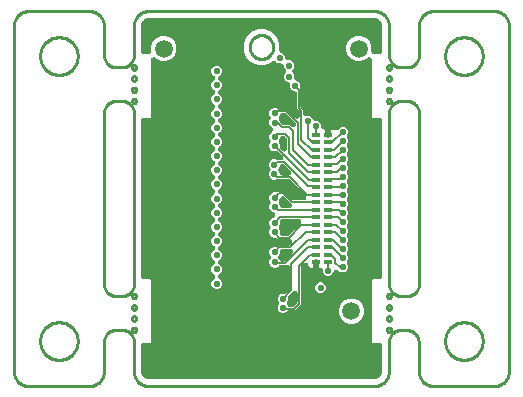
<source format=gbr>
G04 EAGLE Gerber RS-274X export*
G75*
%MOIN*%
%FSLAX34Y34*%
%LPD*%
%INTop Copper*%
%IPPOS*%
%AMOC8*
5,1,8,0,0,1.08239X$1,22.5*%
G01*
%ADD10C,0.059055*%
%ADD11R,0.030000X0.015000*%
%ADD12C,0.023000*%
%ADD13C,0.007000*%
%ADD14C,0.006000*%
%ADD15C,0.010000*%

G36*
X4001Y-10269D02*
X4001Y-10269D01*
X4010Y-10269D01*
X4043Y-10266D01*
X4043Y-10265D01*
X4052Y-10264D01*
X4060Y-10262D01*
X4061Y-10262D01*
X4071Y-10258D01*
X4132Y-10233D01*
X4137Y-10231D01*
X4142Y-10229D01*
X4145Y-10227D01*
X4148Y-10225D01*
X4152Y-10222D01*
X4156Y-10219D01*
X4160Y-10215D01*
X4162Y-10214D01*
X4163Y-10213D01*
X4165Y-10212D01*
X4212Y-10165D01*
X4215Y-10161D01*
X4218Y-10157D01*
X4220Y-10154D01*
X4223Y-10151D01*
X4225Y-10147D01*
X4228Y-10142D01*
X4231Y-10137D01*
X4232Y-10136D01*
X4232Y-10135D01*
X4233Y-10132D01*
X4258Y-10071D01*
X4259Y-10071D01*
X4261Y-10063D01*
X4264Y-10054D01*
X4266Y-10043D01*
X4269Y-10010D01*
X4269Y-10008D01*
X4269Y-10000D01*
X4269Y-9160D01*
X4269Y-9158D01*
X4269Y-9157D01*
X4268Y-9150D01*
X4268Y-9142D01*
X4267Y-9141D01*
X4267Y-9139D01*
X4265Y-9132D01*
X4263Y-9125D01*
X4262Y-9124D01*
X4262Y-9122D01*
X4259Y-9116D01*
X4255Y-9109D01*
X4254Y-9108D01*
X4254Y-9107D01*
X4249Y-9101D01*
X4245Y-9095D01*
X4244Y-9094D01*
X4243Y-9093D01*
X4238Y-9088D01*
X4232Y-9083D01*
X4231Y-9082D01*
X4230Y-9081D01*
X4224Y-9077D01*
X4218Y-9073D01*
X4216Y-9072D01*
X4215Y-9071D01*
X4208Y-9069D01*
X4202Y-9066D01*
X4200Y-9066D01*
X4198Y-9065D01*
X4191Y-9063D01*
X4184Y-9062D01*
X4183Y-9062D01*
X4181Y-9061D01*
X4170Y-9061D01*
X3975Y-9061D01*
X3939Y-9025D01*
X3939Y-6975D01*
X3975Y-6939D01*
X4170Y-6939D01*
X4172Y-6939D01*
X4173Y-6939D01*
X4180Y-6938D01*
X4188Y-6938D01*
X4189Y-6937D01*
X4191Y-6937D01*
X4198Y-6935D01*
X4205Y-6933D01*
X4206Y-6932D01*
X4208Y-6932D01*
X4214Y-6929D01*
X4221Y-6925D01*
X4222Y-6924D01*
X4223Y-6924D01*
X4229Y-6919D01*
X4235Y-6915D01*
X4236Y-6914D01*
X4237Y-6913D01*
X4242Y-6908D01*
X4247Y-6902D01*
X4248Y-6901D01*
X4249Y-6900D01*
X4253Y-6894D01*
X4257Y-6888D01*
X4258Y-6886D01*
X4259Y-6885D01*
X4261Y-6878D01*
X4264Y-6872D01*
X4264Y-6870D01*
X4265Y-6868D01*
X4267Y-6861D01*
X4268Y-6854D01*
X4268Y-6853D01*
X4269Y-6851D01*
X4269Y-6840D01*
X4269Y-1660D01*
X4269Y-1658D01*
X4269Y-1657D01*
X4268Y-1650D01*
X4268Y-1642D01*
X4267Y-1641D01*
X4267Y-1639D01*
X4265Y-1632D01*
X4263Y-1625D01*
X4262Y-1624D01*
X4262Y-1622D01*
X4259Y-1616D01*
X4255Y-1609D01*
X4254Y-1608D01*
X4254Y-1607D01*
X4249Y-1601D01*
X4245Y-1595D01*
X4244Y-1594D01*
X4243Y-1593D01*
X4238Y-1588D01*
X4232Y-1583D01*
X4231Y-1582D01*
X4230Y-1581D01*
X4224Y-1577D01*
X4218Y-1573D01*
X4216Y-1572D01*
X4215Y-1571D01*
X4208Y-1569D01*
X4202Y-1566D01*
X4200Y-1566D01*
X4198Y-1565D01*
X4191Y-1563D01*
X4184Y-1562D01*
X4183Y-1562D01*
X4181Y-1561D01*
X4170Y-1561D01*
X3975Y-1561D01*
X3939Y-1525D01*
X3939Y358D01*
X3939Y363D01*
X3939Y369D01*
X3938Y372D01*
X3938Y376D01*
X3936Y381D01*
X3935Y386D01*
X3934Y389D01*
X3933Y393D01*
X3931Y397D01*
X3929Y402D01*
X3927Y405D01*
X3925Y409D01*
X3922Y413D01*
X3920Y417D01*
X3917Y420D01*
X3915Y423D01*
X3911Y427D01*
X3908Y431D01*
X3905Y433D01*
X3902Y435D01*
X3898Y438D01*
X3894Y441D01*
X3891Y443D01*
X3888Y445D01*
X3883Y447D01*
X3878Y450D01*
X3875Y451D01*
X3872Y452D01*
X3866Y453D01*
X3861Y455D01*
X3858Y455D01*
X3854Y456D01*
X3849Y457D01*
X3844Y457D01*
X3840Y457D01*
X3837Y457D01*
X3832Y457D01*
X3826Y456D01*
X3823Y456D01*
X3819Y455D01*
X3814Y454D01*
X3809Y452D01*
X3806Y451D01*
X3802Y450D01*
X3798Y447D01*
X3793Y445D01*
X3790Y443D01*
X3787Y442D01*
X3782Y439D01*
X3778Y436D01*
X3774Y432D01*
X3773Y431D01*
X3772Y430D01*
X3770Y428D01*
X3737Y395D01*
X3583Y332D01*
X3417Y332D01*
X3263Y395D01*
X3145Y513D01*
X3082Y667D01*
X3082Y833D01*
X3145Y987D01*
X3263Y1105D01*
X3417Y1168D01*
X3583Y1168D01*
X3737Y1105D01*
X3855Y987D01*
X3918Y833D01*
X3918Y660D01*
X3918Y658D01*
X3918Y657D01*
X3919Y650D01*
X3920Y642D01*
X3920Y641D01*
X3921Y639D01*
X3923Y632D01*
X3925Y625D01*
X3925Y624D01*
X3926Y622D01*
X3929Y616D01*
X3932Y609D01*
X3933Y608D01*
X3934Y607D01*
X3938Y601D01*
X3942Y595D01*
X3944Y594D01*
X3945Y593D01*
X3950Y588D01*
X3955Y583D01*
X3957Y582D01*
X3958Y581D01*
X3964Y577D01*
X3970Y573D01*
X3971Y572D01*
X3973Y571D01*
X3979Y569D01*
X3986Y566D01*
X3988Y566D01*
X3989Y565D01*
X3996Y563D01*
X4003Y562D01*
X4005Y562D01*
X4006Y561D01*
X4018Y561D01*
X4170Y561D01*
X4172Y561D01*
X4173Y561D01*
X4180Y562D01*
X4188Y562D01*
X4189Y563D01*
X4191Y563D01*
X4198Y565D01*
X4205Y567D01*
X4206Y568D01*
X4208Y568D01*
X4214Y571D01*
X4221Y575D01*
X4222Y576D01*
X4223Y576D01*
X4229Y581D01*
X4235Y585D01*
X4236Y586D01*
X4237Y587D01*
X4242Y592D01*
X4247Y598D01*
X4248Y599D01*
X4249Y600D01*
X4253Y606D01*
X4257Y612D01*
X4258Y614D01*
X4259Y615D01*
X4261Y622D01*
X4264Y628D01*
X4264Y630D01*
X4265Y632D01*
X4267Y639D01*
X4268Y646D01*
X4268Y647D01*
X4269Y649D01*
X4269Y660D01*
X4269Y1500D01*
X4269Y1501D01*
X4269Y1510D01*
X4266Y1543D01*
X4265Y1543D01*
X4264Y1552D01*
X4262Y1560D01*
X4262Y1561D01*
X4258Y1571D01*
X4233Y1632D01*
X4231Y1637D01*
X4229Y1642D01*
X4227Y1645D01*
X4225Y1648D01*
X4222Y1652D01*
X4219Y1656D01*
X4215Y1660D01*
X4214Y1662D01*
X4213Y1663D01*
X4212Y1665D01*
X4165Y1712D01*
X4161Y1715D01*
X4157Y1718D01*
X4155Y1719D01*
X4155Y1720D01*
X4154Y1721D01*
X4151Y1723D01*
X4147Y1725D01*
X4142Y1728D01*
X4137Y1731D01*
X4136Y1732D01*
X4135Y1732D01*
X4132Y1733D01*
X4071Y1758D01*
X4071Y1759D01*
X4063Y1761D01*
X4054Y1764D01*
X4043Y1766D01*
X4010Y1769D01*
X4008Y1769D01*
X4000Y1769D01*
X-3500Y1769D01*
X-3501Y1769D01*
X-3510Y1769D01*
X-3543Y1766D01*
X-3543Y1765D01*
X-3552Y1764D01*
X-3560Y1762D01*
X-3561Y1762D01*
X-3571Y1758D01*
X-3632Y1733D01*
X-3637Y1731D01*
X-3642Y1729D01*
X-3645Y1727D01*
X-3646Y1726D01*
X-3648Y1725D01*
X-3652Y1722D01*
X-3656Y1719D01*
X-3659Y1716D01*
X-3660Y1716D01*
X-3661Y1715D01*
X-3662Y1714D01*
X-3663Y1713D01*
X-3665Y1712D01*
X-3712Y1665D01*
X-3715Y1661D01*
X-3718Y1657D01*
X-3720Y1654D01*
X-3723Y1651D01*
X-3725Y1647D01*
X-3728Y1642D01*
X-3731Y1637D01*
X-3732Y1636D01*
X-3732Y1635D01*
X-3733Y1632D01*
X-3758Y1571D01*
X-3759Y1571D01*
X-3761Y1562D01*
X-3764Y1554D01*
X-3766Y1543D01*
X-3769Y1510D01*
X-3769Y1508D01*
X-3769Y1500D01*
X-3769Y660D01*
X-3769Y658D01*
X-3769Y657D01*
X-3768Y650D01*
X-3768Y642D01*
X-3767Y641D01*
X-3767Y639D01*
X-3765Y632D01*
X-3763Y625D01*
X-3762Y624D01*
X-3762Y622D01*
X-3759Y616D01*
X-3755Y609D01*
X-3754Y608D01*
X-3754Y607D01*
X-3749Y601D01*
X-3745Y595D01*
X-3744Y594D01*
X-3743Y593D01*
X-3738Y588D01*
X-3732Y583D01*
X-3731Y582D01*
X-3730Y581D01*
X-3724Y577D01*
X-3718Y573D01*
X-3716Y572D01*
X-3715Y571D01*
X-3708Y569D01*
X-3702Y566D01*
X-3700Y566D01*
X-3698Y565D01*
X-3691Y563D01*
X-3684Y562D01*
X-3683Y562D01*
X-3681Y561D01*
X-3670Y561D01*
X-3518Y561D01*
X-3516Y561D01*
X-3514Y561D01*
X-3507Y562D01*
X-3500Y562D01*
X-3498Y563D01*
X-3497Y563D01*
X-3490Y565D01*
X-3483Y567D01*
X-3481Y568D01*
X-3480Y568D01*
X-3473Y571D01*
X-3467Y575D01*
X-3466Y576D01*
X-3464Y576D01*
X-3458Y581D01*
X-3453Y585D01*
X-3452Y586D01*
X-3450Y587D01*
X-3445Y592D01*
X-3440Y598D01*
X-3439Y599D01*
X-3438Y600D01*
X-3435Y606D01*
X-3431Y612D01*
X-3430Y614D01*
X-3429Y615D01*
X-3426Y622D01*
X-3423Y628D01*
X-3423Y630D01*
X-3422Y632D01*
X-3421Y639D01*
X-3419Y646D01*
X-3419Y647D01*
X-3419Y649D01*
X-3418Y660D01*
X-3418Y833D01*
X-3355Y987D01*
X-3237Y1105D01*
X-3083Y1168D01*
X-2917Y1168D01*
X-2763Y1105D01*
X-2645Y987D01*
X-2582Y833D01*
X-2582Y667D01*
X-2645Y513D01*
X-2763Y395D01*
X-2917Y332D01*
X-3083Y332D01*
X-3237Y395D01*
X-3270Y428D01*
X-3274Y432D01*
X-3278Y435D01*
X-3281Y437D01*
X-3283Y440D01*
X-3288Y442D01*
X-3292Y445D01*
X-3296Y447D01*
X-3299Y448D01*
X-3304Y450D01*
X-3308Y452D01*
X-3312Y453D01*
X-3315Y454D01*
X-3321Y455D01*
X-3326Y456D01*
X-3329Y456D01*
X-3333Y457D01*
X-3338Y457D01*
X-3343Y457D01*
X-3347Y457D01*
X-3350Y457D01*
X-3356Y456D01*
X-3361Y455D01*
X-3364Y454D01*
X-3368Y453D01*
X-3373Y451D01*
X-3378Y450D01*
X-3381Y448D01*
X-3384Y447D01*
X-3389Y444D01*
X-3393Y442D01*
X-3396Y440D01*
X-3399Y438D01*
X-3403Y434D01*
X-3407Y431D01*
X-3410Y428D01*
X-3412Y426D01*
X-3416Y422D01*
X-3419Y418D01*
X-3421Y415D01*
X-3423Y412D01*
X-3426Y407D01*
X-3429Y403D01*
X-3430Y400D01*
X-3432Y396D01*
X-3433Y391D01*
X-3435Y386D01*
X-3436Y383D01*
X-3437Y380D01*
X-3438Y374D01*
X-3439Y369D01*
X-3439Y364D01*
X-3439Y362D01*
X-3439Y361D01*
X-3439Y358D01*
X-3439Y-1525D01*
X-3475Y-1561D01*
X-3670Y-1561D01*
X-3672Y-1561D01*
X-3673Y-1561D01*
X-3680Y-1562D01*
X-3688Y-1562D01*
X-3689Y-1563D01*
X-3691Y-1563D01*
X-3698Y-1565D01*
X-3705Y-1567D01*
X-3706Y-1568D01*
X-3708Y-1568D01*
X-3714Y-1571D01*
X-3721Y-1575D01*
X-3722Y-1576D01*
X-3723Y-1576D01*
X-3729Y-1581D01*
X-3735Y-1585D01*
X-3736Y-1586D01*
X-3737Y-1587D01*
X-3742Y-1592D01*
X-3747Y-1598D01*
X-3748Y-1599D01*
X-3749Y-1600D01*
X-3753Y-1606D01*
X-3757Y-1612D01*
X-3758Y-1614D01*
X-3759Y-1615D01*
X-3761Y-1622D01*
X-3764Y-1628D01*
X-3764Y-1630D01*
X-3765Y-1632D01*
X-3767Y-1639D01*
X-3768Y-1646D01*
X-3768Y-1647D01*
X-3769Y-1649D01*
X-3769Y-1660D01*
X-3769Y-6840D01*
X-3769Y-6842D01*
X-3769Y-6843D01*
X-3768Y-6850D01*
X-3768Y-6858D01*
X-3767Y-6859D01*
X-3767Y-6861D01*
X-3765Y-6868D01*
X-3763Y-6875D01*
X-3762Y-6876D01*
X-3762Y-6878D01*
X-3759Y-6884D01*
X-3755Y-6891D01*
X-3754Y-6892D01*
X-3754Y-6893D01*
X-3749Y-6899D01*
X-3745Y-6905D01*
X-3744Y-6906D01*
X-3743Y-6907D01*
X-3738Y-6912D01*
X-3732Y-6917D01*
X-3731Y-6918D01*
X-3730Y-6919D01*
X-3724Y-6923D01*
X-3718Y-6927D01*
X-3716Y-6928D01*
X-3715Y-6929D01*
X-3708Y-6931D01*
X-3702Y-6934D01*
X-3700Y-6934D01*
X-3698Y-6935D01*
X-3691Y-6937D01*
X-3684Y-6938D01*
X-3683Y-6938D01*
X-3681Y-6939D01*
X-3670Y-6939D01*
X-3475Y-6939D01*
X-3439Y-6975D01*
X-3439Y-9025D01*
X-3475Y-9061D01*
X-3670Y-9061D01*
X-3672Y-9061D01*
X-3673Y-9061D01*
X-3680Y-9062D01*
X-3688Y-9062D01*
X-3689Y-9063D01*
X-3691Y-9063D01*
X-3698Y-9065D01*
X-3705Y-9067D01*
X-3706Y-9068D01*
X-3708Y-9068D01*
X-3714Y-9071D01*
X-3721Y-9075D01*
X-3722Y-9076D01*
X-3723Y-9076D01*
X-3729Y-9081D01*
X-3735Y-9085D01*
X-3736Y-9086D01*
X-3737Y-9087D01*
X-3742Y-9092D01*
X-3747Y-9098D01*
X-3748Y-9099D01*
X-3749Y-9100D01*
X-3753Y-9106D01*
X-3757Y-9112D01*
X-3758Y-9114D01*
X-3759Y-9115D01*
X-3761Y-9122D01*
X-3764Y-9128D01*
X-3764Y-9130D01*
X-3765Y-9132D01*
X-3767Y-9139D01*
X-3768Y-9146D01*
X-3768Y-9147D01*
X-3769Y-9149D01*
X-3769Y-9160D01*
X-3769Y-10000D01*
X-3769Y-10001D01*
X-3769Y-10010D01*
X-3766Y-10043D01*
X-3765Y-10043D01*
X-3764Y-10052D01*
X-3762Y-10060D01*
X-3762Y-10061D01*
X-3758Y-10071D01*
X-3733Y-10132D01*
X-3731Y-10137D01*
X-3729Y-10142D01*
X-3727Y-10145D01*
X-3725Y-10148D01*
X-3722Y-10152D01*
X-3719Y-10156D01*
X-3715Y-10160D01*
X-3714Y-10162D01*
X-3713Y-10163D01*
X-3712Y-10165D01*
X-3665Y-10212D01*
X-3661Y-10215D01*
X-3657Y-10218D01*
X-3654Y-10220D01*
X-3651Y-10223D01*
X-3647Y-10225D01*
X-3642Y-10228D01*
X-3637Y-10231D01*
X-3636Y-10232D01*
X-3635Y-10232D01*
X-3632Y-10233D01*
X-3571Y-10258D01*
X-3571Y-10259D01*
X-3563Y-10261D01*
X-3554Y-10264D01*
X-3543Y-10266D01*
X-3510Y-10269D01*
X-3508Y-10269D01*
X-3500Y-10269D01*
X4000Y-10269D01*
X4001Y-10269D01*
G37*
%LPC*%
G36*
X929Y-8066D02*
X929Y-8066D01*
X864Y-8039D01*
X815Y-7990D01*
X788Y-7925D01*
X788Y-7855D01*
X822Y-7774D01*
X824Y-7767D01*
X826Y-7761D01*
X826Y-7759D01*
X827Y-7757D01*
X828Y-7750D01*
X829Y-7744D01*
X829Y-7742D01*
X829Y-7740D01*
X829Y-7733D01*
X829Y-7726D01*
X828Y-7724D01*
X828Y-7722D01*
X827Y-7715D01*
X825Y-7709D01*
X825Y-7706D01*
X824Y-7705D01*
X823Y-7703D01*
X822Y-7698D01*
X793Y-7629D01*
X793Y-7559D01*
X820Y-7494D01*
X869Y-7445D01*
X934Y-7418D01*
X1008Y-7418D01*
X1017Y-7419D01*
X1025Y-7420D01*
X1026Y-7420D01*
X1034Y-7420D01*
X1043Y-7419D01*
X1052Y-7417D01*
X1060Y-7415D01*
X1069Y-7412D01*
X1076Y-7408D01*
X1077Y-7408D01*
X1084Y-7403D01*
X1091Y-7399D01*
X1092Y-7398D01*
X1099Y-7391D01*
X1170Y-7321D01*
X1175Y-7315D01*
X1179Y-7310D01*
X1180Y-7309D01*
X1182Y-7307D01*
X1185Y-7301D01*
X1189Y-7295D01*
X1189Y-7293D01*
X1190Y-7292D01*
X1193Y-7285D01*
X1195Y-7279D01*
X1195Y-7277D01*
X1196Y-7275D01*
X1197Y-7268D01*
X1199Y-7261D01*
X1199Y-7259D01*
X1199Y-7258D01*
X1199Y-7256D01*
X1199Y-7250D01*
X1199Y-6550D01*
X1199Y-6544D01*
X1199Y-6539D01*
X1198Y-6536D01*
X1198Y-6532D01*
X1196Y-6527D01*
X1195Y-6522D01*
X1194Y-6518D01*
X1193Y-6515D01*
X1191Y-6510D01*
X1189Y-6505D01*
X1187Y-6502D01*
X1185Y-6499D01*
X1182Y-6495D01*
X1180Y-6490D01*
X1177Y-6488D01*
X1175Y-6485D01*
X1171Y-6481D01*
X1168Y-6477D01*
X1165Y-6475D01*
X1162Y-6472D01*
X1158Y-6470D01*
X1154Y-6466D01*
X1151Y-6465D01*
X1148Y-6463D01*
X1143Y-6460D01*
X1138Y-6458D01*
X1135Y-6457D01*
X1132Y-6456D01*
X1126Y-6454D01*
X1121Y-6453D01*
X1118Y-6452D01*
X1114Y-6451D01*
X1109Y-6451D01*
X1104Y-6450D01*
X1100Y-6451D01*
X1097Y-6450D01*
X1092Y-6451D01*
X1086Y-6451D01*
X1083Y-6452D01*
X1079Y-6453D01*
X1074Y-6454D01*
X1069Y-6455D01*
X1066Y-6457D01*
X1065Y-6457D01*
X895Y-6457D01*
X888Y-6458D01*
X881Y-6458D01*
X880Y-6458D01*
X878Y-6459D01*
X871Y-6460D01*
X864Y-6462D01*
X862Y-6463D01*
X861Y-6463D01*
X854Y-6466D01*
X848Y-6469D01*
X846Y-6470D01*
X845Y-6471D01*
X839Y-6475D01*
X833Y-6479D01*
X831Y-6480D01*
X830Y-6481D01*
X829Y-6483D01*
X825Y-6486D01*
X787Y-6524D01*
X722Y-6551D01*
X653Y-6551D01*
X588Y-6524D01*
X539Y-6475D01*
X512Y-6410D01*
X512Y-6340D01*
X539Y-6275D01*
X541Y-6273D01*
X542Y-6272D01*
X543Y-6271D01*
X547Y-6265D01*
X552Y-6260D01*
X553Y-6258D01*
X554Y-6257D01*
X557Y-6251D01*
X561Y-6244D01*
X561Y-6243D01*
X562Y-6241D01*
X564Y-6235D01*
X567Y-6228D01*
X567Y-6226D01*
X567Y-6225D01*
X568Y-6217D01*
X569Y-6210D01*
X569Y-6209D01*
X570Y-6207D01*
X569Y-6200D01*
X569Y-6193D01*
X569Y-6191D01*
X569Y-6189D01*
X567Y-6182D01*
X566Y-6175D01*
X565Y-6174D01*
X565Y-6172D01*
X562Y-6166D01*
X559Y-6159D01*
X558Y-6157D01*
X558Y-6156D01*
X554Y-6150D01*
X550Y-6144D01*
X549Y-6143D01*
X548Y-6141D01*
X541Y-6133D01*
X539Y-6131D01*
X512Y-6066D01*
X512Y-5996D01*
X539Y-5932D01*
X588Y-5882D01*
X653Y-5856D01*
X726Y-5856D01*
X727Y-5856D01*
X735Y-5857D01*
X744Y-5858D01*
X753Y-5857D01*
X762Y-5857D01*
X770Y-5855D01*
X779Y-5853D01*
X787Y-5849D01*
X795Y-5846D01*
X802Y-5841D01*
X810Y-5836D01*
X818Y-5829D01*
X823Y-5824D01*
X1143Y-5824D01*
X1150Y-5824D01*
X1157Y-5823D01*
X1159Y-5823D01*
X1160Y-5823D01*
X1167Y-5821D01*
X1174Y-5819D01*
X1176Y-5819D01*
X1178Y-5818D01*
X1184Y-5815D01*
X1190Y-5812D01*
X1192Y-5811D01*
X1193Y-5810D01*
X1199Y-5806D01*
X1205Y-5803D01*
X1207Y-5801D01*
X1208Y-5800D01*
X1209Y-5799D01*
X1213Y-5795D01*
X1239Y-5769D01*
X1243Y-5765D01*
X1246Y-5761D01*
X1248Y-5758D01*
X1251Y-5755D01*
X1253Y-5751D01*
X1256Y-5746D01*
X1258Y-5743D01*
X1259Y-5740D01*
X1261Y-5735D01*
X1263Y-5730D01*
X1264Y-5727D01*
X1265Y-5723D01*
X1266Y-5718D01*
X1267Y-5713D01*
X1268Y-5710D01*
X1268Y-5706D01*
X1268Y-5701D01*
X1268Y-5695D01*
X1268Y-5692D01*
X1268Y-5688D01*
X1267Y-5683D01*
X1266Y-5678D01*
X1265Y-5674D01*
X1264Y-5671D01*
X1263Y-5666D01*
X1261Y-5661D01*
X1259Y-5658D01*
X1258Y-5655D01*
X1255Y-5650D01*
X1253Y-5645D01*
X1251Y-5643D01*
X1249Y-5639D01*
X1245Y-5636D01*
X1242Y-5631D01*
X1239Y-5629D01*
X1237Y-5626D01*
X1233Y-5623D01*
X1229Y-5620D01*
X1226Y-5618D01*
X1223Y-5615D01*
X1218Y-5613D01*
X1214Y-5610D01*
X1211Y-5609D01*
X1207Y-5607D01*
X1202Y-5606D01*
X1198Y-5604D01*
X1194Y-5603D01*
X1191Y-5602D01*
X1185Y-5601D01*
X1180Y-5600D01*
X1175Y-5600D01*
X1173Y-5600D01*
X1172Y-5600D01*
X1169Y-5599D01*
X800Y-5599D01*
X781Y-5580D01*
X775Y-5575D01*
X770Y-5571D01*
X769Y-5570D01*
X767Y-5568D01*
X761Y-5565D01*
X755Y-5561D01*
X753Y-5561D01*
X752Y-5560D01*
X745Y-5557D01*
X739Y-5555D01*
X737Y-5555D01*
X735Y-5554D01*
X728Y-5553D01*
X722Y-5551D01*
X719Y-5551D01*
X718Y-5551D01*
X716Y-5551D01*
X710Y-5551D01*
X653Y-5551D01*
X588Y-5524D01*
X539Y-5475D01*
X512Y-5410D01*
X512Y-5340D01*
X544Y-5261D01*
X545Y-5260D01*
X546Y-5258D01*
X546Y-5257D01*
X549Y-5250D01*
X551Y-5243D01*
X551Y-5242D01*
X552Y-5240D01*
X553Y-5233D01*
X554Y-5226D01*
X554Y-5224D01*
X554Y-5223D01*
X554Y-5215D01*
X554Y-5208D01*
X553Y-5207D01*
X553Y-5205D01*
X552Y-5198D01*
X550Y-5191D01*
X550Y-5189D01*
X549Y-5188D01*
X547Y-5182D01*
X546Y-5180D01*
X544Y-5175D01*
X544Y-5174D01*
X512Y-5097D01*
X512Y-5028D01*
X539Y-4963D01*
X588Y-4914D01*
X648Y-4889D01*
X653Y-4886D01*
X658Y-4884D01*
X661Y-4882D01*
X664Y-4880D01*
X668Y-4877D01*
X672Y-4874D01*
X675Y-4872D01*
X678Y-4870D01*
X681Y-4866D01*
X685Y-4862D01*
X687Y-4859D01*
X690Y-4856D01*
X692Y-4852D01*
X695Y-4848D01*
X697Y-4844D01*
X699Y-4841D01*
X701Y-4837D01*
X703Y-4832D01*
X704Y-4828D01*
X705Y-4825D01*
X706Y-4820D01*
X708Y-4815D01*
X708Y-4811D01*
X709Y-4808D01*
X709Y-4802D01*
X709Y-4797D01*
X709Y-4794D01*
X709Y-4790D01*
X708Y-4785D01*
X708Y-4780D01*
X707Y-4776D01*
X706Y-4773D01*
X705Y-4768D01*
X703Y-4763D01*
X702Y-4759D01*
X701Y-4756D01*
X698Y-4751D01*
X696Y-4747D01*
X694Y-4744D01*
X692Y-4741D01*
X689Y-4736D01*
X685Y-4732D01*
X683Y-4730D01*
X681Y-4727D01*
X677Y-4724D01*
X673Y-4720D01*
X670Y-4718D01*
X667Y-4716D01*
X663Y-4713D01*
X658Y-4710D01*
X653Y-4708D01*
X652Y-4707D01*
X650Y-4706D01*
X648Y-4705D01*
X588Y-4680D01*
X539Y-4631D01*
X512Y-4566D01*
X512Y-4496D01*
X544Y-4418D01*
X545Y-4416D01*
X546Y-4415D01*
X546Y-4413D01*
X549Y-4406D01*
X551Y-4400D01*
X551Y-4398D01*
X552Y-4396D01*
X553Y-4389D01*
X554Y-4382D01*
X554Y-4380D01*
X554Y-4379D01*
X554Y-4372D01*
X554Y-4365D01*
X553Y-4363D01*
X553Y-4361D01*
X552Y-4354D01*
X550Y-4347D01*
X550Y-4346D01*
X549Y-4344D01*
X547Y-4338D01*
X546Y-4337D01*
X544Y-4332D01*
X544Y-4331D01*
X512Y-4254D01*
X512Y-4184D01*
X539Y-4119D01*
X588Y-4070D01*
X653Y-4043D01*
X742Y-4043D01*
X749Y-4042D01*
X755Y-4042D01*
X757Y-4042D01*
X759Y-4041D01*
X766Y-4040D01*
X773Y-4038D01*
X774Y-4037D01*
X776Y-4037D01*
X783Y-4034D01*
X789Y-4031D01*
X790Y-4030D01*
X792Y-4029D01*
X797Y-4026D01*
X995Y-4026D01*
X1248Y-4278D01*
X1253Y-4282D01*
X1258Y-4287D01*
X1260Y-4288D01*
X1261Y-4289D01*
X1267Y-4292D01*
X1273Y-4296D01*
X1275Y-4297D01*
X1276Y-4298D01*
X1283Y-4300D01*
X1289Y-4303D01*
X1291Y-4303D01*
X1293Y-4304D01*
X1300Y-4305D01*
X1307Y-4306D01*
X1309Y-4306D01*
X1311Y-4306D01*
X1313Y-4306D01*
X1318Y-4307D01*
X1652Y-4307D01*
X1657Y-4306D01*
X1662Y-4306D01*
X1666Y-4305D01*
X1669Y-4305D01*
X1674Y-4304D01*
X1679Y-4303D01*
X1683Y-4301D01*
X1686Y-4301D01*
X1691Y-4298D01*
X1696Y-4296D01*
X1699Y-4294D01*
X1702Y-4293D01*
X1706Y-4290D01*
X1711Y-4287D01*
X1714Y-4285D01*
X1717Y-4283D01*
X1720Y-4279D01*
X1724Y-4275D01*
X1726Y-4272D01*
X1729Y-4270D01*
X1732Y-4266D01*
X1735Y-4261D01*
X1737Y-4258D01*
X1739Y-4255D01*
X1741Y-4250D01*
X1743Y-4246D01*
X1744Y-4242D01*
X1746Y-4239D01*
X1747Y-4234D01*
X1749Y-4229D01*
X1749Y-4225D01*
X1750Y-4222D01*
X1750Y-4217D01*
X1751Y-4211D01*
X1751Y-4208D01*
X1751Y-4204D01*
X1750Y-4199D01*
X1750Y-4194D01*
X1749Y-4190D01*
X1749Y-4187D01*
X1747Y-4182D01*
X1746Y-4177D01*
X1745Y-4173D01*
X1743Y-4170D01*
X1741Y-4165D01*
X1739Y-4160D01*
X1737Y-4157D01*
X1735Y-4154D01*
X1732Y-4150D01*
X1729Y-4146D01*
X1726Y-4142D01*
X1725Y-4140D01*
X1724Y-4139D01*
X1722Y-4137D01*
X1201Y-3617D01*
X1196Y-3612D01*
X1191Y-3608D01*
X1189Y-3607D01*
X1188Y-3606D01*
X1182Y-3602D01*
X1176Y-3599D01*
X1174Y-3598D01*
X1172Y-3597D01*
X1166Y-3595D01*
X1160Y-3592D01*
X1158Y-3592D01*
X1156Y-3591D01*
X1149Y-3590D01*
X1142Y-3588D01*
X1140Y-3588D01*
X1138Y-3588D01*
X1136Y-3588D01*
X1131Y-3588D01*
X813Y-3588D01*
X808Y-3588D01*
X803Y-3588D01*
X799Y-3589D01*
X795Y-3589D01*
X790Y-3591D01*
X785Y-3592D01*
X780Y-3594D01*
X778Y-3594D01*
X777Y-3595D01*
X775Y-3595D01*
X717Y-3619D01*
X648Y-3619D01*
X583Y-3592D01*
X534Y-3543D01*
X507Y-3478D01*
X507Y-3408D01*
X535Y-3340D01*
X536Y-3339D01*
X537Y-3337D01*
X538Y-3336D01*
X542Y-3330D01*
X545Y-3323D01*
X546Y-3322D01*
X546Y-3320D01*
X549Y-3313D01*
X551Y-3307D01*
X551Y-3305D01*
X552Y-3304D01*
X553Y-3296D01*
X554Y-3289D01*
X554Y-3288D01*
X554Y-3286D01*
X554Y-3279D01*
X554Y-3272D01*
X553Y-3270D01*
X553Y-3268D01*
X552Y-3261D01*
X550Y-3254D01*
X550Y-3253D01*
X549Y-3251D01*
X546Y-3245D01*
X544Y-3238D01*
X543Y-3236D01*
X542Y-3235D01*
X538Y-3229D01*
X535Y-3223D01*
X507Y-3156D01*
X507Y-3086D01*
X534Y-3021D01*
X583Y-2972D01*
X648Y-2945D01*
X717Y-2945D01*
X785Y-2973D01*
X790Y-2974D01*
X794Y-2976D01*
X798Y-2977D01*
X802Y-2978D01*
X807Y-2979D01*
X812Y-2980D01*
X817Y-2980D01*
X819Y-2980D01*
X820Y-2980D01*
X823Y-2981D01*
X879Y-2981D01*
X884Y-2980D01*
X890Y-2980D01*
X893Y-2979D01*
X897Y-2979D01*
X902Y-2978D01*
X907Y-2977D01*
X910Y-2975D01*
X914Y-2974D01*
X919Y-2972D01*
X923Y-2970D01*
X927Y-2968D01*
X930Y-2967D01*
X934Y-2964D01*
X938Y-2961D01*
X941Y-2958D01*
X944Y-2956D01*
X948Y-2953D01*
X952Y-2949D01*
X954Y-2946D01*
X956Y-2944D01*
X959Y-2939D01*
X963Y-2935D01*
X964Y-2932D01*
X966Y-2929D01*
X968Y-2924D01*
X971Y-2920D01*
X972Y-2916D01*
X973Y-2913D01*
X975Y-2908D01*
X976Y-2903D01*
X977Y-2899D01*
X977Y-2896D01*
X978Y-2890D01*
X978Y-2885D01*
X978Y-2882D01*
X978Y-2878D01*
X978Y-2873D01*
X978Y-2868D01*
X977Y-2864D01*
X976Y-2860D01*
X975Y-2855D01*
X974Y-2850D01*
X972Y-2847D01*
X971Y-2844D01*
X969Y-2839D01*
X967Y-2834D01*
X965Y-2831D01*
X963Y-2828D01*
X960Y-2824D01*
X957Y-2819D01*
X953Y-2815D01*
X952Y-2814D01*
X951Y-2813D01*
X949Y-2811D01*
X834Y-2696D01*
X828Y-2690D01*
X821Y-2685D01*
X821Y-2684D01*
X813Y-2680D01*
X806Y-2676D01*
X805Y-2676D01*
X797Y-2673D01*
X789Y-2670D01*
X780Y-2668D01*
X771Y-2667D01*
X763Y-2667D01*
X754Y-2667D01*
X753Y-2667D01*
X745Y-2669D01*
X736Y-2671D01*
X726Y-2674D01*
X722Y-2676D01*
X653Y-2676D01*
X588Y-2649D01*
X539Y-2600D01*
X512Y-2535D01*
X512Y-2465D01*
X544Y-2386D01*
X545Y-2385D01*
X546Y-2383D01*
X546Y-2382D01*
X549Y-2375D01*
X551Y-2368D01*
X551Y-2367D01*
X552Y-2365D01*
X553Y-2358D01*
X554Y-2351D01*
X554Y-2349D01*
X554Y-2348D01*
X554Y-2340D01*
X554Y-2333D01*
X553Y-2332D01*
X553Y-2330D01*
X552Y-2323D01*
X550Y-2316D01*
X550Y-2314D01*
X549Y-2313D01*
X547Y-2307D01*
X546Y-2305D01*
X544Y-2300D01*
X544Y-2299D01*
X512Y-2222D01*
X512Y-2153D01*
X539Y-2088D01*
X594Y-2032D01*
X597Y-2030D01*
X599Y-2028D01*
X602Y-2026D01*
X606Y-2022D01*
X610Y-2018D01*
X612Y-2015D01*
X614Y-2013D01*
X617Y-2008D01*
X620Y-2004D01*
X622Y-2001D01*
X623Y-1998D01*
X625Y-1993D01*
X628Y-1988D01*
X629Y-1985D01*
X630Y-1981D01*
X631Y-1976D01*
X632Y-1971D01*
X633Y-1967D01*
X633Y-1964D01*
X633Y-1959D01*
X634Y-1953D01*
X634Y-1950D01*
X634Y-1946D01*
X633Y-1941D01*
X632Y-1936D01*
X632Y-1932D01*
X631Y-1929D01*
X629Y-1924D01*
X628Y-1919D01*
X626Y-1916D01*
X625Y-1912D01*
X623Y-1908D01*
X620Y-1903D01*
X618Y-1900D01*
X616Y-1897D01*
X613Y-1893D01*
X610Y-1888D01*
X607Y-1886D01*
X605Y-1883D01*
X601Y-1880D01*
X597Y-1876D01*
X594Y-1874D01*
X539Y-1818D01*
X512Y-1754D01*
X512Y-1684D01*
X544Y-1605D01*
X545Y-1604D01*
X546Y-1602D01*
X546Y-1601D01*
X549Y-1594D01*
X551Y-1587D01*
X551Y-1585D01*
X552Y-1584D01*
X553Y-1577D01*
X554Y-1570D01*
X554Y-1568D01*
X554Y-1566D01*
X554Y-1559D01*
X554Y-1552D01*
X553Y-1550D01*
X553Y-1549D01*
X552Y-1542D01*
X550Y-1535D01*
X550Y-1533D01*
X549Y-1531D01*
X547Y-1526D01*
X546Y-1524D01*
X544Y-1519D01*
X544Y-1518D01*
X512Y-1441D01*
X512Y-1371D01*
X539Y-1307D01*
X588Y-1257D01*
X653Y-1231D01*
X722Y-1231D01*
X787Y-1257D01*
X794Y-1264D01*
X799Y-1268D01*
X804Y-1273D01*
X806Y-1274D01*
X807Y-1275D01*
X813Y-1279D01*
X819Y-1282D01*
X821Y-1283D01*
X823Y-1284D01*
X829Y-1286D01*
X835Y-1289D01*
X837Y-1289D01*
X839Y-1290D01*
X846Y-1291D01*
X853Y-1292D01*
X855Y-1293D01*
X857Y-1293D01*
X859Y-1293D01*
X864Y-1293D01*
X1102Y-1293D01*
X1161Y-1352D01*
X1364Y-1554D01*
X1368Y-1558D01*
X1371Y-1561D01*
X1374Y-1563D01*
X1377Y-1566D01*
X1382Y-1568D01*
X1386Y-1571D01*
X1389Y-1572D01*
X1392Y-1574D01*
X1397Y-1576D01*
X1402Y-1578D01*
X1406Y-1579D01*
X1409Y-1580D01*
X1414Y-1581D01*
X1419Y-1582D01*
X1423Y-1582D01*
X1426Y-1583D01*
X1432Y-1583D01*
X1437Y-1583D01*
X1441Y-1583D01*
X1444Y-1583D01*
X1449Y-1582D01*
X1454Y-1581D01*
X1458Y-1580D01*
X1461Y-1579D01*
X1466Y-1577D01*
X1471Y-1576D01*
X1475Y-1574D01*
X1478Y-1573D01*
X1482Y-1570D01*
X1487Y-1568D01*
X1490Y-1565D01*
X1493Y-1564D01*
X1497Y-1560D01*
X1501Y-1557D01*
X1503Y-1554D01*
X1506Y-1552D01*
X1509Y-1548D01*
X1513Y-1544D01*
X1515Y-1541D01*
X1517Y-1538D01*
X1519Y-1533D01*
X1522Y-1529D01*
X1524Y-1525D01*
X1525Y-1522D01*
X1527Y-1517D01*
X1529Y-1512D01*
X1530Y-1509D01*
X1531Y-1505D01*
X1531Y-1500D01*
X1532Y-1495D01*
X1533Y-1490D01*
X1533Y-1488D01*
X1533Y-1487D01*
X1533Y-1484D01*
X1533Y-1383D01*
X1532Y-1376D01*
X1532Y-1370D01*
X1532Y-1368D01*
X1531Y-1366D01*
X1530Y-1359D01*
X1528Y-1352D01*
X1527Y-1351D01*
X1527Y-1349D01*
X1524Y-1342D01*
X1521Y-1336D01*
X1520Y-1335D01*
X1519Y-1333D01*
X1515Y-1327D01*
X1511Y-1321D01*
X1510Y-1320D01*
X1509Y-1318D01*
X1507Y-1317D01*
X1504Y-1313D01*
X1444Y-1254D01*
X1444Y-772D01*
X1444Y-771D01*
X1444Y-769D01*
X1443Y-762D01*
X1443Y-755D01*
X1442Y-753D01*
X1442Y-752D01*
X1440Y-745D01*
X1438Y-738D01*
X1437Y-736D01*
X1437Y-735D01*
X1434Y-728D01*
X1430Y-722D01*
X1429Y-721D01*
X1429Y-719D01*
X1424Y-713D01*
X1420Y-708D01*
X1419Y-706D01*
X1418Y-705D01*
X1413Y-700D01*
X1407Y-695D01*
X1406Y-694D01*
X1405Y-693D01*
X1399Y-689D01*
X1393Y-685D01*
X1391Y-685D01*
X1390Y-684D01*
X1383Y-681D01*
X1377Y-678D01*
X1375Y-678D01*
X1373Y-677D01*
X1366Y-676D01*
X1359Y-674D01*
X1358Y-674D01*
X1356Y-674D01*
X1345Y-673D01*
X1338Y-673D01*
X1273Y-646D01*
X1224Y-597D01*
X1197Y-532D01*
X1197Y-450D01*
X1196Y-441D01*
X1195Y-433D01*
X1195Y-432D01*
X1193Y-424D01*
X1191Y-416D01*
X1191Y-415D01*
X1187Y-407D01*
X1183Y-400D01*
X1183Y-399D01*
X1178Y-392D01*
X1173Y-385D01*
X1166Y-379D01*
X1160Y-373D01*
X1153Y-368D01*
X1146Y-363D01*
X1145Y-363D01*
X1135Y-358D01*
X1074Y-333D01*
X1025Y-283D01*
X998Y-219D01*
X998Y-149D01*
X1025Y-84D01*
X1039Y-70D01*
X1040Y-69D01*
X1041Y-68D01*
X1045Y-62D01*
X1050Y-57D01*
X1051Y-55D01*
X1052Y-54D01*
X1055Y-48D01*
X1059Y-41D01*
X1059Y-40D01*
X1060Y-38D01*
X1062Y-31D01*
X1065Y-25D01*
X1065Y-23D01*
X1065Y-21D01*
X1066Y-14D01*
X1068Y-7D01*
X1068Y-6D01*
X1068Y-4D01*
X1067Y3D01*
X1067Y10D01*
X1067Y12D01*
X1067Y14D01*
X1065Y21D01*
X1064Y28D01*
X1063Y29D01*
X1063Y31D01*
X1060Y38D01*
X1057Y44D01*
X1057Y46D01*
X1056Y47D01*
X1052Y53D01*
X1048Y59D01*
X1047Y61D01*
X1046Y62D01*
X1039Y70D01*
X1025Y84D01*
X998Y149D01*
X998Y154D01*
X998Y155D01*
X998Y156D01*
X998Y157D01*
X997Y164D01*
X996Y171D01*
X996Y173D01*
X996Y175D01*
X994Y181D01*
X992Y188D01*
X991Y190D01*
X991Y191D01*
X987Y198D01*
X984Y204D01*
X983Y206D01*
X982Y207D01*
X978Y213D01*
X974Y219D01*
X973Y220D01*
X972Y221D01*
X966Y226D01*
X961Y231D01*
X960Y232D01*
X959Y233D01*
X952Y237D01*
X946Y241D01*
X945Y241D01*
X944Y242D01*
X937Y245D01*
X930Y248D01*
X929Y248D01*
X927Y249D01*
X920Y250D01*
X913Y252D01*
X911Y252D01*
X910Y252D01*
X899Y253D01*
X833Y253D01*
X768Y280D01*
X739Y308D01*
X738Y309D01*
X737Y311D01*
X731Y315D01*
X726Y320D01*
X724Y320D01*
X723Y321D01*
X717Y325D01*
X710Y328D01*
X709Y329D01*
X707Y330D01*
X701Y332D01*
X694Y334D01*
X692Y335D01*
X691Y335D01*
X684Y336D01*
X676Y337D01*
X675Y337D01*
X673Y337D01*
X666Y337D01*
X659Y337D01*
X657Y337D01*
X655Y336D01*
X648Y335D01*
X641Y333D01*
X640Y333D01*
X638Y332D01*
X632Y330D01*
X625Y327D01*
X624Y326D01*
X622Y325D01*
X616Y322D01*
X610Y318D01*
X609Y317D01*
X607Y316D01*
X599Y308D01*
X587Y296D01*
X368Y206D01*
X132Y206D01*
X-87Y296D01*
X-254Y463D01*
X-344Y682D01*
X-344Y918D01*
X-254Y1137D01*
X-87Y1304D01*
X132Y1394D01*
X368Y1394D01*
X587Y1304D01*
X754Y1137D01*
X844Y918D01*
X844Y695D01*
X845Y686D01*
X846Y678D01*
X846Y677D01*
X848Y669D01*
X851Y661D01*
X851Y660D01*
X854Y652D01*
X858Y645D01*
X858Y644D01*
X863Y637D01*
X868Y630D01*
X869Y630D01*
X875Y624D01*
X881Y618D01*
X888Y613D01*
X896Y608D01*
X906Y603D01*
X967Y578D01*
X1016Y528D01*
X1043Y464D01*
X1043Y459D01*
X1043Y457D01*
X1043Y455D01*
X1044Y448D01*
X1045Y441D01*
X1045Y440D01*
X1045Y438D01*
X1048Y431D01*
X1049Y424D01*
X1050Y423D01*
X1051Y421D01*
X1054Y415D01*
X1057Y408D01*
X1058Y407D01*
X1059Y405D01*
X1063Y400D01*
X1067Y394D01*
X1069Y393D01*
X1070Y391D01*
X1075Y387D01*
X1080Y382D01*
X1081Y381D01*
X1083Y380D01*
X1089Y376D01*
X1095Y372D01*
X1096Y371D01*
X1098Y370D01*
X1104Y368D01*
X1111Y365D01*
X1113Y364D01*
X1114Y364D01*
X1121Y362D01*
X1128Y361D01*
X1130Y360D01*
X1131Y360D01*
X1142Y359D01*
X1209Y359D01*
X1273Y333D01*
X1323Y283D01*
X1349Y219D01*
X1349Y149D01*
X1323Y84D01*
X1309Y70D01*
X1308Y69D01*
X1306Y68D01*
X1302Y62D01*
X1297Y57D01*
X1297Y55D01*
X1296Y54D01*
X1292Y48D01*
X1289Y41D01*
X1288Y40D01*
X1287Y38D01*
X1285Y31D01*
X1283Y25D01*
X1282Y23D01*
X1282Y21D01*
X1281Y14D01*
X1280Y7D01*
X1280Y6D01*
X1280Y4D01*
X1280Y-3D01*
X1280Y-10D01*
X1281Y-12D01*
X1281Y-14D01*
X1282Y-21D01*
X1284Y-28D01*
X1284Y-29D01*
X1285Y-31D01*
X1287Y-38D01*
X1290Y-44D01*
X1291Y-46D01*
X1292Y-47D01*
X1296Y-53D01*
X1299Y-59D01*
X1300Y-61D01*
X1301Y-62D01*
X1309Y-70D01*
X1323Y-84D01*
X1349Y-149D01*
X1349Y-231D01*
X1350Y-240D01*
X1351Y-249D01*
X1353Y-257D01*
X1356Y-266D01*
X1359Y-274D01*
X1363Y-282D01*
X1368Y-289D01*
X1373Y-296D01*
X1374Y-296D01*
X1380Y-302D01*
X1386Y-308D01*
X1386Y-309D01*
X1393Y-313D01*
X1401Y-318D01*
X1401Y-319D01*
X1411Y-323D01*
X1472Y-349D01*
X1521Y-398D01*
X1548Y-463D01*
X1548Y-536D01*
X1548Y-537D01*
X1547Y-542D01*
X1546Y-547D01*
X1546Y-553D01*
X1546Y-555D01*
X1546Y-556D01*
X1546Y-558D01*
X1546Y-1170D01*
X1546Y-1177D01*
X1547Y-1184D01*
X1547Y-1186D01*
X1547Y-1188D01*
X1549Y-1195D01*
X1551Y-1201D01*
X1551Y-1203D01*
X1552Y-1205D01*
X1555Y-1211D01*
X1558Y-1218D01*
X1559Y-1219D01*
X1560Y-1221D01*
X1564Y-1227D01*
X1567Y-1232D01*
X1569Y-1234D01*
X1570Y-1235D01*
X1571Y-1237D01*
X1575Y-1241D01*
X1634Y-1300D01*
X1634Y-1400D01*
X1635Y-1403D01*
X1635Y-1407D01*
X1636Y-1412D01*
X1636Y-1418D01*
X1637Y-1421D01*
X1637Y-1424D01*
X1639Y-1429D01*
X1641Y-1435D01*
X1642Y-1438D01*
X1643Y-1441D01*
X1646Y-1446D01*
X1648Y-1450D01*
X1650Y-1453D01*
X1652Y-1456D01*
X1655Y-1460D01*
X1659Y-1465D01*
X1661Y-1467D01*
X1663Y-1470D01*
X1667Y-1473D01*
X1671Y-1477D01*
X1674Y-1479D01*
X1677Y-1481D01*
X1681Y-1484D01*
X1686Y-1487D01*
X1689Y-1488D01*
X1692Y-1490D01*
X1697Y-1492D01*
X1702Y-1494D01*
X1706Y-1495D01*
X1709Y-1496D01*
X1714Y-1497D01*
X1719Y-1498D01*
X1723Y-1498D01*
X1726Y-1499D01*
X1732Y-1499D01*
X1737Y-1499D01*
X1740Y-1499D01*
X1744Y-1499D01*
X1749Y-1498D01*
X1754Y-1497D01*
X1758Y-1496D01*
X1760Y-1495D01*
X1832Y-1495D01*
X1897Y-1522D01*
X1946Y-1572D01*
X1958Y-1599D01*
X1962Y-1607D01*
X1966Y-1615D01*
X1971Y-1622D01*
X1977Y-1629D01*
X1983Y-1635D01*
X1990Y-1640D01*
X1990Y-1641D01*
X1997Y-1645D01*
X2005Y-1650D01*
X2013Y-1653D01*
X2021Y-1656D01*
X2030Y-1658D01*
X2038Y-1660D01*
X2039Y-1660D01*
X2050Y-1660D01*
X2091Y-1660D01*
X2156Y-1687D01*
X2205Y-1737D01*
X2232Y-1801D01*
X2232Y-1850D01*
X2232Y-1852D01*
X2232Y-1853D01*
X2233Y-1860D01*
X2234Y-1868D01*
X2234Y-1869D01*
X2234Y-1871D01*
X2236Y-1878D01*
X2238Y-1885D01*
X2239Y-1886D01*
X2239Y-1888D01*
X2243Y-1894D01*
X2246Y-1901D01*
X2247Y-1902D01*
X2248Y-1903D01*
X2252Y-1909D01*
X2256Y-1915D01*
X2257Y-1916D01*
X2258Y-1917D01*
X2264Y-1922D01*
X2269Y-1927D01*
X2270Y-1928D01*
X2271Y-1929D01*
X2278Y-1933D01*
X2284Y-1937D01*
X2285Y-1938D01*
X2286Y-1939D01*
X2293Y-1941D01*
X2300Y-1944D01*
X2301Y-1944D01*
X2303Y-1945D01*
X2310Y-1947D01*
X2317Y-1948D01*
X2319Y-1948D01*
X2320Y-1949D01*
X2331Y-1949D01*
X2371Y-1949D01*
X2371Y-2125D01*
X2371Y-2127D01*
X2371Y-2128D01*
X2372Y-2135D01*
X2372Y-2143D01*
X2373Y-2144D01*
X2373Y-2146D01*
X2375Y-2153D01*
X2377Y-2160D01*
X2378Y-2161D01*
X2378Y-2163D01*
X2381Y-2169D01*
X2385Y-2176D01*
X2386Y-2177D01*
X2386Y-2178D01*
X2391Y-2184D01*
X2395Y-2190D01*
X2396Y-2191D01*
X2397Y-2192D01*
X2402Y-2197D01*
X2408Y-2202D01*
X2409Y-2203D01*
X2410Y-2204D01*
X2416Y-2208D01*
X2422Y-2212D01*
X2424Y-2213D01*
X2425Y-2214D01*
X2432Y-2216D01*
X2438Y-2219D01*
X2440Y-2219D01*
X2442Y-2220D01*
X2449Y-2222D01*
X2456Y-2223D01*
X2457Y-2223D01*
X2459Y-2224D01*
X2470Y-2224D01*
X2472Y-2224D01*
X2473Y-2224D01*
X2480Y-2223D01*
X2488Y-2223D01*
X2489Y-2222D01*
X2491Y-2222D01*
X2498Y-2220D01*
X2505Y-2218D01*
X2506Y-2217D01*
X2508Y-2217D01*
X2514Y-2213D01*
X2521Y-2210D01*
X2522Y-2209D01*
X2523Y-2209D01*
X2529Y-2204D01*
X2535Y-2200D01*
X2536Y-2199D01*
X2537Y-2198D01*
X2542Y-2193D01*
X2547Y-2187D01*
X2548Y-2186D01*
X2549Y-2185D01*
X2553Y-2179D01*
X2557Y-2173D01*
X2558Y-2171D01*
X2559Y-2170D01*
X2561Y-2163D01*
X2564Y-2157D01*
X2564Y-2155D01*
X2565Y-2153D01*
X2567Y-2146D01*
X2568Y-2139D01*
X2568Y-2138D01*
X2569Y-2136D01*
X2569Y-2125D01*
X2569Y-1949D01*
X2633Y-1949D01*
X2659Y-1956D01*
X2675Y-1965D01*
X2680Y-1968D01*
X2686Y-1971D01*
X2688Y-1972D01*
X2691Y-1973D01*
X2697Y-1974D01*
X2703Y-1976D01*
X2705Y-1977D01*
X2708Y-1977D01*
X2714Y-1978D01*
X2720Y-1978D01*
X2723Y-1978D01*
X2725Y-1979D01*
X2732Y-1978D01*
X2738Y-1978D01*
X2740Y-1977D01*
X2743Y-1977D01*
X2749Y-1975D01*
X2755Y-1974D01*
X2758Y-1973D01*
X2760Y-1972D01*
X2766Y-1969D01*
X2771Y-1967D01*
X2774Y-1965D01*
X2776Y-1964D01*
X2781Y-1960D01*
X2786Y-1957D01*
X2789Y-1955D01*
X2790Y-1954D01*
X2791Y-1952D01*
X2794Y-1949D01*
X2857Y-1887D01*
X2921Y-1860D01*
X2991Y-1860D01*
X3056Y-1887D01*
X3105Y-1937D01*
X3132Y-2001D01*
X3132Y-2071D01*
X3100Y-2148D01*
X3098Y-2155D01*
X3096Y-2161D01*
X3095Y-2163D01*
X3095Y-2165D01*
X3094Y-2172D01*
X3093Y-2179D01*
X3093Y-2181D01*
X3093Y-2183D01*
X3093Y-2189D01*
X3093Y-2196D01*
X3093Y-2198D01*
X3094Y-2200D01*
X3095Y-2207D01*
X3096Y-2214D01*
X3097Y-2216D01*
X3098Y-2217D01*
X3098Y-2219D01*
X3100Y-2224D01*
X3132Y-2301D01*
X3132Y-2371D01*
X3100Y-2448D01*
X3098Y-2455D01*
X3096Y-2461D01*
X3095Y-2463D01*
X3095Y-2465D01*
X3094Y-2472D01*
X3093Y-2479D01*
X3093Y-2481D01*
X3093Y-2483D01*
X3093Y-2489D01*
X3093Y-2496D01*
X3093Y-2498D01*
X3094Y-2500D01*
X3095Y-2507D01*
X3096Y-2514D01*
X3097Y-2516D01*
X3098Y-2517D01*
X3098Y-2519D01*
X3100Y-2524D01*
X3132Y-2601D01*
X3132Y-2671D01*
X3100Y-2748D01*
X3098Y-2755D01*
X3096Y-2761D01*
X3095Y-2763D01*
X3095Y-2765D01*
X3094Y-2772D01*
X3093Y-2779D01*
X3093Y-2781D01*
X3093Y-2783D01*
X3093Y-2789D01*
X3093Y-2796D01*
X3093Y-2798D01*
X3094Y-2800D01*
X3095Y-2807D01*
X3096Y-2814D01*
X3097Y-2816D01*
X3098Y-2817D01*
X3098Y-2819D01*
X3100Y-2824D01*
X3132Y-2901D01*
X3132Y-2971D01*
X3100Y-3048D01*
X3098Y-3055D01*
X3096Y-3061D01*
X3095Y-3063D01*
X3095Y-3065D01*
X3094Y-3072D01*
X3093Y-3079D01*
X3093Y-3081D01*
X3093Y-3083D01*
X3093Y-3089D01*
X3093Y-3096D01*
X3093Y-3098D01*
X3094Y-3100D01*
X3095Y-3107D01*
X3096Y-3114D01*
X3097Y-3116D01*
X3098Y-3117D01*
X3098Y-3119D01*
X3100Y-3124D01*
X3132Y-3201D01*
X3132Y-3271D01*
X3100Y-3348D01*
X3098Y-3355D01*
X3096Y-3361D01*
X3095Y-3363D01*
X3095Y-3365D01*
X3094Y-3372D01*
X3093Y-3379D01*
X3093Y-3381D01*
X3093Y-3383D01*
X3093Y-3389D01*
X3093Y-3396D01*
X3093Y-3398D01*
X3094Y-3400D01*
X3095Y-3407D01*
X3096Y-3414D01*
X3097Y-3416D01*
X3098Y-3417D01*
X3098Y-3419D01*
X3100Y-3424D01*
X3132Y-3501D01*
X3132Y-3571D01*
X3100Y-3648D01*
X3098Y-3655D01*
X3096Y-3661D01*
X3095Y-3663D01*
X3095Y-3665D01*
X3094Y-3672D01*
X3093Y-3679D01*
X3093Y-3681D01*
X3093Y-3683D01*
X3093Y-3689D01*
X3093Y-3696D01*
X3093Y-3698D01*
X3094Y-3700D01*
X3095Y-3707D01*
X3096Y-3714D01*
X3097Y-3716D01*
X3098Y-3717D01*
X3098Y-3719D01*
X3100Y-3724D01*
X3132Y-3801D01*
X3132Y-3871D01*
X3100Y-3948D01*
X3098Y-3955D01*
X3096Y-3961D01*
X3095Y-3963D01*
X3095Y-3965D01*
X3094Y-3972D01*
X3093Y-3979D01*
X3093Y-3981D01*
X3093Y-3983D01*
X3093Y-3989D01*
X3093Y-3996D01*
X3093Y-3998D01*
X3094Y-4000D01*
X3095Y-4007D01*
X3096Y-4014D01*
X3097Y-4016D01*
X3098Y-4017D01*
X3098Y-4019D01*
X3100Y-4024D01*
X3132Y-4101D01*
X3132Y-4171D01*
X3100Y-4248D01*
X3098Y-4255D01*
X3096Y-4261D01*
X3095Y-4263D01*
X3095Y-4265D01*
X3094Y-4272D01*
X3093Y-4279D01*
X3093Y-4281D01*
X3093Y-4283D01*
X3093Y-4289D01*
X3093Y-4296D01*
X3093Y-4298D01*
X3094Y-4300D01*
X3095Y-4307D01*
X3096Y-4314D01*
X3097Y-4316D01*
X3098Y-4317D01*
X3098Y-4319D01*
X3100Y-4324D01*
X3132Y-4401D01*
X3132Y-4471D01*
X3100Y-4548D01*
X3098Y-4555D01*
X3096Y-4561D01*
X3095Y-4563D01*
X3095Y-4565D01*
X3094Y-4572D01*
X3093Y-4579D01*
X3093Y-4581D01*
X3093Y-4583D01*
X3093Y-4589D01*
X3093Y-4596D01*
X3093Y-4598D01*
X3094Y-4600D01*
X3095Y-4607D01*
X3096Y-4614D01*
X3097Y-4616D01*
X3098Y-4617D01*
X3098Y-4619D01*
X3100Y-4624D01*
X3132Y-4701D01*
X3132Y-4771D01*
X3100Y-4848D01*
X3098Y-4855D01*
X3096Y-4861D01*
X3095Y-4863D01*
X3095Y-4865D01*
X3094Y-4872D01*
X3093Y-4879D01*
X3093Y-4881D01*
X3093Y-4883D01*
X3093Y-4889D01*
X3093Y-4896D01*
X3093Y-4898D01*
X3094Y-4900D01*
X3095Y-4907D01*
X3096Y-4914D01*
X3097Y-4916D01*
X3098Y-4917D01*
X3098Y-4919D01*
X3100Y-4924D01*
X3132Y-5001D01*
X3132Y-5071D01*
X3100Y-5148D01*
X3098Y-5155D01*
X3096Y-5161D01*
X3095Y-5163D01*
X3095Y-5165D01*
X3094Y-5172D01*
X3093Y-5179D01*
X3093Y-5181D01*
X3093Y-5183D01*
X3093Y-5189D01*
X3093Y-5196D01*
X3093Y-5198D01*
X3094Y-5200D01*
X3095Y-5207D01*
X3096Y-5214D01*
X3097Y-5216D01*
X3098Y-5217D01*
X3098Y-5219D01*
X3100Y-5224D01*
X3132Y-5301D01*
X3132Y-5371D01*
X3100Y-5448D01*
X3098Y-5455D01*
X3096Y-5461D01*
X3095Y-5463D01*
X3095Y-5465D01*
X3094Y-5472D01*
X3093Y-5479D01*
X3093Y-5481D01*
X3093Y-5483D01*
X3093Y-5489D01*
X3093Y-5496D01*
X3093Y-5498D01*
X3094Y-5500D01*
X3095Y-5507D01*
X3096Y-5514D01*
X3097Y-5516D01*
X3098Y-5517D01*
X3098Y-5519D01*
X3100Y-5524D01*
X3132Y-5601D01*
X3132Y-5671D01*
X3100Y-5748D01*
X3098Y-5755D01*
X3096Y-5761D01*
X3095Y-5763D01*
X3095Y-5765D01*
X3094Y-5772D01*
X3093Y-5779D01*
X3093Y-5781D01*
X3093Y-5783D01*
X3093Y-5789D01*
X3093Y-5796D01*
X3093Y-5798D01*
X3094Y-5800D01*
X3095Y-5807D01*
X3096Y-5814D01*
X3097Y-5816D01*
X3098Y-5817D01*
X3098Y-5819D01*
X3100Y-5824D01*
X3132Y-5901D01*
X3132Y-5971D01*
X3100Y-6048D01*
X3098Y-6055D01*
X3096Y-6061D01*
X3095Y-6063D01*
X3095Y-6065D01*
X3094Y-6072D01*
X3093Y-6079D01*
X3093Y-6081D01*
X3093Y-6083D01*
X3093Y-6089D01*
X3093Y-6096D01*
X3093Y-6098D01*
X3094Y-6100D01*
X3095Y-6107D01*
X3096Y-6114D01*
X3097Y-6116D01*
X3098Y-6117D01*
X3098Y-6119D01*
X3100Y-6124D01*
X3132Y-6201D01*
X3132Y-6271D01*
X3100Y-6348D01*
X3098Y-6355D01*
X3096Y-6361D01*
X3095Y-6363D01*
X3095Y-6365D01*
X3094Y-6372D01*
X3093Y-6379D01*
X3093Y-6381D01*
X3093Y-6383D01*
X3093Y-6389D01*
X3093Y-6396D01*
X3093Y-6398D01*
X3094Y-6400D01*
X3095Y-6407D01*
X3096Y-6414D01*
X3097Y-6416D01*
X3098Y-6417D01*
X3098Y-6419D01*
X3100Y-6424D01*
X3132Y-6501D01*
X3132Y-6571D01*
X3105Y-6636D01*
X3056Y-6685D01*
X2991Y-6712D01*
X2921Y-6712D01*
X2857Y-6685D01*
X2813Y-6642D01*
X2811Y-6640D01*
X2808Y-6637D01*
X2804Y-6634D01*
X2800Y-6631D01*
X2797Y-6629D01*
X2794Y-6627D01*
X2789Y-6625D01*
X2785Y-6622D01*
X2781Y-6621D01*
X2778Y-6619D01*
X2773Y-6618D01*
X2768Y-6616D01*
X2764Y-6615D01*
X2761Y-6615D01*
X2756Y-6614D01*
X2750Y-6613D01*
X2747Y-6613D01*
X2744Y-6613D01*
X2738Y-6613D01*
X2733Y-6613D01*
X2729Y-6614D01*
X2726Y-6614D01*
X2721Y-6616D01*
X2715Y-6617D01*
X2712Y-6618D01*
X2709Y-6619D01*
X2704Y-6621D01*
X2699Y-6623D01*
X2696Y-6625D01*
X2693Y-6627D01*
X2689Y-6630D01*
X2684Y-6633D01*
X2681Y-6635D01*
X2679Y-6637D01*
X2675Y-6641D01*
X2671Y-6644D01*
X2669Y-6647D01*
X2666Y-6649D01*
X2663Y-6654D01*
X2660Y-6658D01*
X2658Y-6661D01*
X2656Y-6664D01*
X2652Y-6673D01*
X2652Y-6674D01*
X2618Y-6756D01*
X2568Y-6805D01*
X2504Y-6832D01*
X2434Y-6832D01*
X2369Y-6805D01*
X2320Y-6756D01*
X2293Y-6691D01*
X2293Y-6650D01*
X2293Y-6648D01*
X2293Y-6647D01*
X2292Y-6640D01*
X2291Y-6632D01*
X2291Y-6631D01*
X2291Y-6629D01*
X2289Y-6622D01*
X2287Y-6615D01*
X2286Y-6614D01*
X2286Y-6612D01*
X2282Y-6606D01*
X2279Y-6599D01*
X2278Y-6598D01*
X2277Y-6597D01*
X2273Y-6591D01*
X2269Y-6585D01*
X2268Y-6584D01*
X2267Y-6583D01*
X2261Y-6578D01*
X2256Y-6573D01*
X2255Y-6572D01*
X2254Y-6571D01*
X2247Y-6567D01*
X2241Y-6563D01*
X2240Y-6562D01*
X2239Y-6561D01*
X2232Y-6559D01*
X2225Y-6556D01*
X2224Y-6556D01*
X2222Y-6555D01*
X2215Y-6553D01*
X2208Y-6552D01*
X2206Y-6552D01*
X2205Y-6551D01*
X2194Y-6551D01*
X2169Y-6551D01*
X2169Y-6375D01*
X2169Y-6373D01*
X2169Y-6372D01*
X2168Y-6365D01*
X2168Y-6357D01*
X2167Y-6356D01*
X2167Y-6354D01*
X2165Y-6347D01*
X2163Y-6340D01*
X2162Y-6339D01*
X2162Y-6337D01*
X2159Y-6331D01*
X2155Y-6324D01*
X2154Y-6323D01*
X2154Y-6322D01*
X2149Y-6316D01*
X2145Y-6310D01*
X2144Y-6309D01*
X2143Y-6308D01*
X2138Y-6303D01*
X2132Y-6298D01*
X2131Y-6297D01*
X2130Y-6296D01*
X2124Y-6292D01*
X2118Y-6288D01*
X2116Y-6287D01*
X2115Y-6286D01*
X2108Y-6284D01*
X2102Y-6281D01*
X2100Y-6281D01*
X2098Y-6280D01*
X2091Y-6278D01*
X2084Y-6277D01*
X2083Y-6277D01*
X2081Y-6276D01*
X2070Y-6276D01*
X2068Y-6276D01*
X2067Y-6276D01*
X2060Y-6277D01*
X2052Y-6277D01*
X2051Y-6278D01*
X2049Y-6278D01*
X2042Y-6280D01*
X2035Y-6282D01*
X2034Y-6283D01*
X2032Y-6283D01*
X2026Y-6287D01*
X2019Y-6290D01*
X2018Y-6291D01*
X2017Y-6291D01*
X2011Y-6296D01*
X2005Y-6300D01*
X2004Y-6301D01*
X2003Y-6302D01*
X1998Y-6307D01*
X1993Y-6313D01*
X1992Y-6314D01*
X1991Y-6315D01*
X1987Y-6321D01*
X1983Y-6327D01*
X1982Y-6329D01*
X1981Y-6330D01*
X1979Y-6337D01*
X1976Y-6343D01*
X1976Y-6345D01*
X1975Y-6347D01*
X1973Y-6354D01*
X1972Y-6361D01*
X1972Y-6362D01*
X1971Y-6364D01*
X1971Y-6375D01*
X1971Y-6551D01*
X1907Y-6551D01*
X1881Y-6544D01*
X1858Y-6531D01*
X1839Y-6512D01*
X1826Y-6489D01*
X1817Y-6457D01*
X1817Y-6456D01*
X1817Y-6455D01*
X1814Y-6447D01*
X1811Y-6440D01*
X1811Y-6439D01*
X1810Y-6438D01*
X1806Y-6432D01*
X1803Y-6425D01*
X1802Y-6424D01*
X1801Y-6423D01*
X1796Y-6417D01*
X1791Y-6411D01*
X1790Y-6411D01*
X1789Y-6410D01*
X1783Y-6405D01*
X1777Y-6400D01*
X1776Y-6400D01*
X1776Y-6399D01*
X1769Y-6395D01*
X1762Y-6392D01*
X1761Y-6391D01*
X1760Y-6391D01*
X1753Y-6388D01*
X1745Y-6386D01*
X1744Y-6386D01*
X1743Y-6385D01*
X1735Y-6385D01*
X1728Y-6383D01*
X1727Y-6383D01*
X1726Y-6383D01*
X1718Y-6384D01*
X1710Y-6384D01*
X1709Y-6384D01*
X1708Y-6384D01*
X1700Y-6386D01*
X1693Y-6387D01*
X1692Y-6388D01*
X1691Y-6388D01*
X1684Y-6391D01*
X1676Y-6394D01*
X1675Y-6395D01*
X1674Y-6395D01*
X1668Y-6399D01*
X1661Y-6403D01*
X1661Y-6404D01*
X1660Y-6405D01*
X1651Y-6412D01*
X1584Y-6480D01*
X1579Y-6485D01*
X1575Y-6490D01*
X1574Y-6492D01*
X1572Y-6494D01*
X1569Y-6500D01*
X1565Y-6505D01*
X1564Y-6507D01*
X1563Y-6509D01*
X1561Y-6515D01*
X1559Y-6522D01*
X1558Y-6524D01*
X1558Y-6526D01*
X1556Y-6532D01*
X1555Y-6539D01*
X1555Y-6542D01*
X1555Y-6543D01*
X1555Y-6545D01*
X1554Y-6550D01*
X1554Y-7776D01*
X1356Y-7974D01*
X1169Y-7974D01*
X1162Y-7975D01*
X1156Y-7975D01*
X1154Y-7976D01*
X1152Y-7976D01*
X1145Y-7978D01*
X1138Y-7979D01*
X1137Y-7980D01*
X1135Y-7981D01*
X1128Y-7984D01*
X1122Y-7986D01*
X1120Y-7987D01*
X1119Y-7988D01*
X1113Y-7992D01*
X1107Y-7996D01*
X1105Y-7998D01*
X1104Y-7999D01*
X1103Y-8000D01*
X1099Y-8004D01*
X1063Y-8039D01*
X999Y-8066D01*
X929Y-8066D01*
G37*
%LPD*%
%LPC*%
G36*
X-1279Y-7262D02*
X-1279Y-7262D01*
X-1344Y-7236D01*
X-1393Y-7186D01*
X-1420Y-7122D01*
X-1420Y-7052D01*
X-1393Y-6987D01*
X-1341Y-6935D01*
X-1339Y-6934D01*
X-1335Y-6931D01*
X-1330Y-6928D01*
X-1328Y-6925D01*
X-1325Y-6923D01*
X-1321Y-6919D01*
X-1318Y-6916D01*
X-1315Y-6913D01*
X-1313Y-6910D01*
X-1310Y-6905D01*
X-1307Y-6901D01*
X-1306Y-6898D01*
X-1304Y-6895D01*
X-1302Y-6890D01*
X-1300Y-6885D01*
X-1299Y-6882D01*
X-1297Y-6879D01*
X-1296Y-6873D01*
X-1295Y-6868D01*
X-1294Y-6865D01*
X-1294Y-6861D01*
X-1294Y-6856D01*
X-1293Y-6851D01*
X-1293Y-6847D01*
X-1293Y-6844D01*
X-1294Y-6838D01*
X-1295Y-6833D01*
X-1296Y-6830D01*
X-1296Y-6826D01*
X-1298Y-6821D01*
X-1299Y-6816D01*
X-1301Y-6813D01*
X-1302Y-6809D01*
X-1305Y-6805D01*
X-1307Y-6800D01*
X-1309Y-6797D01*
X-1311Y-6794D01*
X-1314Y-6790D01*
X-1317Y-6786D01*
X-1320Y-6783D01*
X-1322Y-6780D01*
X-1326Y-6777D01*
X-1330Y-6773D01*
X-1333Y-6771D01*
X-1336Y-6769D01*
X-1340Y-6766D01*
X-1341Y-6766D01*
X-1393Y-6714D01*
X-1420Y-6649D01*
X-1420Y-6579D01*
X-1393Y-6515D01*
X-1341Y-6463D01*
X-1339Y-6461D01*
X-1335Y-6458D01*
X-1330Y-6455D01*
X-1328Y-6453D01*
X-1325Y-6451D01*
X-1321Y-6447D01*
X-1318Y-6443D01*
X-1315Y-6440D01*
X-1313Y-6438D01*
X-1310Y-6433D01*
X-1307Y-6429D01*
X-1306Y-6426D01*
X-1304Y-6422D01*
X-1302Y-6418D01*
X-1300Y-6413D01*
X-1299Y-6409D01*
X-1297Y-6406D01*
X-1296Y-6401D01*
X-1295Y-6396D01*
X-1294Y-6392D01*
X-1294Y-6389D01*
X-1294Y-6384D01*
X-1293Y-6378D01*
X-1293Y-6375D01*
X-1293Y-6371D01*
X-1294Y-6366D01*
X-1295Y-6361D01*
X-1296Y-6357D01*
X-1296Y-6354D01*
X-1298Y-6349D01*
X-1299Y-6344D01*
X-1301Y-6340D01*
X-1302Y-6337D01*
X-1305Y-6332D01*
X-1307Y-6328D01*
X-1309Y-6325D01*
X-1311Y-6322D01*
X-1314Y-6318D01*
X-1317Y-6313D01*
X-1320Y-6311D01*
X-1322Y-6308D01*
X-1326Y-6305D01*
X-1330Y-6301D01*
X-1333Y-6299D01*
X-1336Y-6297D01*
X-1340Y-6294D01*
X-1341Y-6293D01*
X-1393Y-6241D01*
X-1420Y-6177D01*
X-1420Y-6107D01*
X-1393Y-6042D01*
X-1341Y-5990D01*
X-1339Y-5989D01*
X-1335Y-5986D01*
X-1330Y-5983D01*
X-1328Y-5980D01*
X-1325Y-5978D01*
X-1321Y-5974D01*
X-1318Y-5971D01*
X-1315Y-5968D01*
X-1313Y-5965D01*
X-1310Y-5961D01*
X-1307Y-5956D01*
X-1306Y-5953D01*
X-1304Y-5950D01*
X-1302Y-5945D01*
X-1300Y-5940D01*
X-1299Y-5937D01*
X-1297Y-5934D01*
X-1296Y-5928D01*
X-1295Y-5923D01*
X-1294Y-5920D01*
X-1294Y-5916D01*
X-1294Y-5911D01*
X-1293Y-5906D01*
X-1293Y-5902D01*
X-1293Y-5899D01*
X-1294Y-5893D01*
X-1295Y-5888D01*
X-1296Y-5885D01*
X-1296Y-5881D01*
X-1298Y-5876D01*
X-1299Y-5871D01*
X-1301Y-5868D01*
X-1302Y-5865D01*
X-1305Y-5860D01*
X-1307Y-5855D01*
X-1309Y-5852D01*
X-1311Y-5849D01*
X-1314Y-5845D01*
X-1317Y-5841D01*
X-1320Y-5838D01*
X-1322Y-5836D01*
X-1326Y-5832D01*
X-1330Y-5829D01*
X-1333Y-5827D01*
X-1336Y-5824D01*
X-1340Y-5822D01*
X-1341Y-5821D01*
X-1393Y-5769D01*
X-1420Y-5704D01*
X-1420Y-5634D01*
X-1393Y-5570D01*
X-1341Y-5518D01*
X-1339Y-5517D01*
X-1335Y-5513D01*
X-1330Y-5510D01*
X-1328Y-5508D01*
X-1325Y-5506D01*
X-1321Y-5502D01*
X-1318Y-5498D01*
X-1315Y-5495D01*
X-1313Y-5493D01*
X-1310Y-5488D01*
X-1307Y-5484D01*
X-1306Y-5481D01*
X-1304Y-5478D01*
X-1302Y-5473D01*
X-1300Y-5468D01*
X-1299Y-5465D01*
X-1297Y-5461D01*
X-1296Y-5456D01*
X-1295Y-5451D01*
X-1294Y-5447D01*
X-1294Y-5444D01*
X-1294Y-5439D01*
X-1293Y-5433D01*
X-1293Y-5430D01*
X-1293Y-5426D01*
X-1294Y-5421D01*
X-1295Y-5416D01*
X-1296Y-5412D01*
X-1296Y-5409D01*
X-1298Y-5404D01*
X-1299Y-5399D01*
X-1301Y-5395D01*
X-1302Y-5392D01*
X-1305Y-5388D01*
X-1307Y-5383D01*
X-1309Y-5380D01*
X-1311Y-5377D01*
X-1314Y-5373D01*
X-1317Y-5368D01*
X-1320Y-5366D01*
X-1322Y-5363D01*
X-1326Y-5360D01*
X-1330Y-5356D01*
X-1333Y-5354D01*
X-1336Y-5352D01*
X-1340Y-5349D01*
X-1341Y-5349D01*
X-1393Y-5296D01*
X-1420Y-5232D01*
X-1420Y-5162D01*
X-1393Y-5097D01*
X-1341Y-5045D01*
X-1339Y-5044D01*
X-1335Y-5041D01*
X-1330Y-5038D01*
X-1328Y-5036D01*
X-1325Y-5033D01*
X-1321Y-5029D01*
X-1318Y-5026D01*
X-1315Y-5023D01*
X-1313Y-5020D01*
X-1310Y-5016D01*
X-1307Y-5011D01*
X-1306Y-5008D01*
X-1304Y-5005D01*
X-1302Y-5000D01*
X-1300Y-4996D01*
X-1299Y-4992D01*
X-1297Y-4989D01*
X-1296Y-4984D01*
X-1295Y-4979D01*
X-1294Y-4975D01*
X-1294Y-4971D01*
X-1294Y-4966D01*
X-1293Y-4961D01*
X-1293Y-4957D01*
X-1293Y-4954D01*
X-1294Y-4949D01*
X-1295Y-4943D01*
X-1296Y-4940D01*
X-1296Y-4936D01*
X-1298Y-4931D01*
X-1299Y-4926D01*
X-1301Y-4923D01*
X-1302Y-4920D01*
X-1305Y-4915D01*
X-1307Y-4910D01*
X-1309Y-4907D01*
X-1311Y-4904D01*
X-1314Y-4900D01*
X-1317Y-4896D01*
X-1320Y-4893D01*
X-1322Y-4891D01*
X-1326Y-4887D01*
X-1330Y-4884D01*
X-1333Y-4882D01*
X-1336Y-4879D01*
X-1340Y-4877D01*
X-1341Y-4876D01*
X-1393Y-4824D01*
X-1420Y-4759D01*
X-1420Y-4689D01*
X-1393Y-4625D01*
X-1341Y-4573D01*
X-1339Y-4572D01*
X-1335Y-4568D01*
X-1330Y-4566D01*
X-1328Y-4563D01*
X-1325Y-4561D01*
X-1321Y-4557D01*
X-1318Y-4553D01*
X-1315Y-4550D01*
X-1313Y-4548D01*
X-1310Y-4543D01*
X-1307Y-4539D01*
X-1306Y-4536D01*
X-1304Y-4533D01*
X-1302Y-4528D01*
X-1300Y-4523D01*
X-1299Y-4520D01*
X-1297Y-4516D01*
X-1296Y-4511D01*
X-1295Y-4506D01*
X-1294Y-4503D01*
X-1294Y-4499D01*
X-1294Y-4494D01*
X-1293Y-4489D01*
X-1293Y-4485D01*
X-1293Y-4481D01*
X-1294Y-4476D01*
X-1295Y-4471D01*
X-1296Y-4467D01*
X-1296Y-4464D01*
X-1298Y-4459D01*
X-1299Y-4454D01*
X-1301Y-4451D01*
X-1302Y-4447D01*
X-1305Y-4443D01*
X-1307Y-4438D01*
X-1309Y-4435D01*
X-1311Y-4432D01*
X-1314Y-4428D01*
X-1317Y-4424D01*
X-1320Y-4421D01*
X-1322Y-4418D01*
X-1326Y-4415D01*
X-1330Y-4411D01*
X-1333Y-4409D01*
X-1336Y-4407D01*
X-1340Y-4404D01*
X-1341Y-4404D01*
X-1393Y-4352D01*
X-1420Y-4287D01*
X-1420Y-4217D01*
X-1393Y-4152D01*
X-1341Y-4101D01*
X-1339Y-4099D01*
X-1335Y-4096D01*
X-1330Y-4093D01*
X-1328Y-4091D01*
X-1325Y-4088D01*
X-1321Y-4085D01*
X-1318Y-4081D01*
X-1315Y-4078D01*
X-1313Y-4075D01*
X-1310Y-4071D01*
X-1307Y-4067D01*
X-1306Y-4063D01*
X-1304Y-4060D01*
X-1302Y-4055D01*
X-1300Y-4051D01*
X-1299Y-4047D01*
X-1297Y-4044D01*
X-1296Y-4039D01*
X-1295Y-4034D01*
X-1294Y-4030D01*
X-1294Y-4027D01*
X-1294Y-4021D01*
X-1293Y-4016D01*
X-1293Y-4012D01*
X-1293Y-4009D01*
X-1294Y-4004D01*
X-1295Y-3998D01*
X-1296Y-3995D01*
X-1296Y-3991D01*
X-1298Y-3987D01*
X-1299Y-3981D01*
X-1301Y-3978D01*
X-1302Y-3975D01*
X-1305Y-3970D01*
X-1307Y-3965D01*
X-1309Y-3963D01*
X-1311Y-3959D01*
X-1314Y-3955D01*
X-1317Y-3951D01*
X-1320Y-3949D01*
X-1322Y-3946D01*
X-1326Y-3942D01*
X-1330Y-3939D01*
X-1333Y-3937D01*
X-1336Y-3934D01*
X-1340Y-3932D01*
X-1341Y-3931D01*
X-1393Y-3879D01*
X-1420Y-3814D01*
X-1420Y-3745D01*
X-1393Y-3680D01*
X-1341Y-3628D01*
X-1339Y-3627D01*
X-1335Y-3624D01*
X-1330Y-3621D01*
X-1328Y-3618D01*
X-1325Y-3616D01*
X-1321Y-3612D01*
X-1318Y-3608D01*
X-1315Y-3606D01*
X-1313Y-3603D01*
X-1310Y-3598D01*
X-1307Y-3594D01*
X-1306Y-3591D01*
X-1304Y-3588D01*
X-1302Y-3583D01*
X-1300Y-3578D01*
X-1299Y-3575D01*
X-1297Y-3571D01*
X-1296Y-3566D01*
X-1295Y-3561D01*
X-1294Y-3558D01*
X-1294Y-3554D01*
X-1294Y-3549D01*
X-1293Y-3544D01*
X-1293Y-3540D01*
X-1293Y-3536D01*
X-1294Y-3531D01*
X-1295Y-3526D01*
X-1296Y-3523D01*
X-1296Y-3519D01*
X-1298Y-3514D01*
X-1299Y-3509D01*
X-1301Y-3506D01*
X-1302Y-3502D01*
X-1305Y-3498D01*
X-1307Y-3493D01*
X-1309Y-3490D01*
X-1311Y-3487D01*
X-1314Y-3483D01*
X-1317Y-3479D01*
X-1320Y-3476D01*
X-1322Y-3473D01*
X-1326Y-3470D01*
X-1330Y-3466D01*
X-1333Y-3464D01*
X-1336Y-3462D01*
X-1340Y-3459D01*
X-1341Y-3459D01*
X-1393Y-3407D01*
X-1420Y-3342D01*
X-1420Y-3272D01*
X-1393Y-3208D01*
X-1341Y-3156D01*
X-1339Y-3154D01*
X-1335Y-3151D01*
X-1330Y-3148D01*
X-1328Y-3146D01*
X-1325Y-3144D01*
X-1321Y-3140D01*
X-1318Y-3136D01*
X-1315Y-3133D01*
X-1313Y-3130D01*
X-1310Y-3126D01*
X-1307Y-3122D01*
X-1306Y-3118D01*
X-1304Y-3115D01*
X-1302Y-3111D01*
X-1300Y-3106D01*
X-1299Y-3102D01*
X-1297Y-3099D01*
X-1296Y-3094D01*
X-1295Y-3089D01*
X-1294Y-3085D01*
X-1294Y-3082D01*
X-1294Y-3076D01*
X-1293Y-3071D01*
X-1293Y-3068D01*
X-1293Y-3064D01*
X-1294Y-3059D01*
X-1295Y-3054D01*
X-1296Y-3050D01*
X-1296Y-3047D01*
X-1298Y-3042D01*
X-1299Y-3037D01*
X-1301Y-3033D01*
X-1302Y-3030D01*
X-1305Y-3025D01*
X-1307Y-3021D01*
X-1309Y-3018D01*
X-1311Y-3015D01*
X-1314Y-3010D01*
X-1317Y-3006D01*
X-1320Y-3004D01*
X-1322Y-3001D01*
X-1326Y-2998D01*
X-1330Y-2994D01*
X-1333Y-2992D01*
X-1336Y-2990D01*
X-1340Y-2987D01*
X-1341Y-2986D01*
X-1393Y-2934D01*
X-1420Y-2870D01*
X-1420Y-2800D01*
X-1393Y-2735D01*
X-1341Y-2683D01*
X-1339Y-2682D01*
X-1335Y-2679D01*
X-1330Y-2676D01*
X-1328Y-2673D01*
X-1325Y-2671D01*
X-1321Y-2667D01*
X-1318Y-2664D01*
X-1315Y-2661D01*
X-1313Y-2658D01*
X-1310Y-2654D01*
X-1307Y-2649D01*
X-1306Y-2646D01*
X-1304Y-2643D01*
X-1302Y-2638D01*
X-1300Y-2633D01*
X-1299Y-2630D01*
X-1297Y-2627D01*
X-1296Y-2621D01*
X-1295Y-2616D01*
X-1294Y-2613D01*
X-1294Y-2609D01*
X-1294Y-2604D01*
X-1293Y-2599D01*
X-1293Y-2595D01*
X-1293Y-2592D01*
X-1294Y-2586D01*
X-1295Y-2581D01*
X-1296Y-2578D01*
X-1296Y-2574D01*
X-1298Y-2569D01*
X-1299Y-2564D01*
X-1301Y-2561D01*
X-1302Y-2557D01*
X-1305Y-2553D01*
X-1307Y-2548D01*
X-1309Y-2545D01*
X-1311Y-2542D01*
X-1314Y-2538D01*
X-1317Y-2534D01*
X-1320Y-2531D01*
X-1322Y-2528D01*
X-1326Y-2525D01*
X-1330Y-2521D01*
X-1333Y-2519D01*
X-1336Y-2517D01*
X-1340Y-2514D01*
X-1341Y-2514D01*
X-1393Y-2462D01*
X-1420Y-2397D01*
X-1420Y-2327D01*
X-1393Y-2263D01*
X-1341Y-2211D01*
X-1339Y-2210D01*
X-1335Y-2206D01*
X-1330Y-2203D01*
X-1328Y-2201D01*
X-1325Y-2199D01*
X-1321Y-2195D01*
X-1318Y-2191D01*
X-1315Y-2188D01*
X-1313Y-2186D01*
X-1310Y-2181D01*
X-1307Y-2177D01*
X-1306Y-2174D01*
X-1304Y-2171D01*
X-1302Y-2166D01*
X-1300Y-2161D01*
X-1299Y-2157D01*
X-1297Y-2154D01*
X-1296Y-2149D01*
X-1295Y-2144D01*
X-1294Y-2140D01*
X-1294Y-2137D01*
X-1294Y-2132D01*
X-1293Y-2126D01*
X-1293Y-2123D01*
X-1293Y-2119D01*
X-1294Y-2114D01*
X-1295Y-2109D01*
X-1296Y-2105D01*
X-1296Y-2102D01*
X-1298Y-2097D01*
X-1299Y-2092D01*
X-1301Y-2088D01*
X-1302Y-2085D01*
X-1305Y-2080D01*
X-1307Y-2076D01*
X-1309Y-2073D01*
X-1311Y-2070D01*
X-1314Y-2066D01*
X-1317Y-2061D01*
X-1320Y-2059D01*
X-1322Y-2056D01*
X-1326Y-2053D01*
X-1330Y-2049D01*
X-1333Y-2047D01*
X-1336Y-2045D01*
X-1340Y-2042D01*
X-1341Y-2041D01*
X-1393Y-1989D01*
X-1420Y-1925D01*
X-1420Y-1855D01*
X-1393Y-1790D01*
X-1341Y-1738D01*
X-1339Y-1737D01*
X-1335Y-1734D01*
X-1330Y-1731D01*
X-1328Y-1728D01*
X-1325Y-1726D01*
X-1321Y-1722D01*
X-1318Y-1719D01*
X-1315Y-1716D01*
X-1313Y-1713D01*
X-1310Y-1709D01*
X-1307Y-1704D01*
X-1306Y-1701D01*
X-1304Y-1698D01*
X-1302Y-1693D01*
X-1300Y-1688D01*
X-1299Y-1685D01*
X-1297Y-1682D01*
X-1296Y-1677D01*
X-1295Y-1671D01*
X-1294Y-1668D01*
X-1294Y-1664D01*
X-1294Y-1659D01*
X-1293Y-1654D01*
X-1293Y-1650D01*
X-1293Y-1647D01*
X-1294Y-1642D01*
X-1295Y-1636D01*
X-1296Y-1633D01*
X-1296Y-1629D01*
X-1298Y-1624D01*
X-1299Y-1619D01*
X-1301Y-1616D01*
X-1302Y-1613D01*
X-1305Y-1608D01*
X-1307Y-1603D01*
X-1309Y-1600D01*
X-1311Y-1597D01*
X-1314Y-1593D01*
X-1317Y-1589D01*
X-1320Y-1586D01*
X-1322Y-1584D01*
X-1326Y-1580D01*
X-1330Y-1577D01*
X-1333Y-1575D01*
X-1336Y-1572D01*
X-1340Y-1570D01*
X-1341Y-1569D01*
X-1393Y-1517D01*
X-1420Y-1452D01*
X-1420Y-1382D01*
X-1393Y-1318D01*
X-1341Y-1266D01*
X-1339Y-1265D01*
X-1335Y-1261D01*
X-1330Y-1258D01*
X-1328Y-1256D01*
X-1325Y-1254D01*
X-1321Y-1250D01*
X-1318Y-1246D01*
X-1315Y-1243D01*
X-1313Y-1241D01*
X-1310Y-1236D01*
X-1307Y-1232D01*
X-1306Y-1229D01*
X-1304Y-1226D01*
X-1302Y-1221D01*
X-1300Y-1216D01*
X-1299Y-1213D01*
X-1297Y-1209D01*
X-1296Y-1204D01*
X-1295Y-1199D01*
X-1294Y-1195D01*
X-1294Y-1192D01*
X-1294Y-1187D01*
X-1293Y-1181D01*
X-1293Y-1178D01*
X-1293Y-1174D01*
X-1294Y-1169D01*
X-1295Y-1164D01*
X-1296Y-1160D01*
X-1296Y-1157D01*
X-1298Y-1152D01*
X-1299Y-1147D01*
X-1301Y-1144D01*
X-1302Y-1140D01*
X-1305Y-1136D01*
X-1307Y-1131D01*
X-1309Y-1128D01*
X-1311Y-1125D01*
X-1314Y-1121D01*
X-1317Y-1116D01*
X-1320Y-1114D01*
X-1322Y-1111D01*
X-1326Y-1108D01*
X-1330Y-1104D01*
X-1333Y-1102D01*
X-1336Y-1100D01*
X-1340Y-1097D01*
X-1341Y-1097D01*
X-1393Y-1044D01*
X-1420Y-980D01*
X-1420Y-910D01*
X-1393Y-845D01*
X-1341Y-793D01*
X-1339Y-792D01*
X-1335Y-789D01*
X-1330Y-786D01*
X-1328Y-784D01*
X-1325Y-781D01*
X-1321Y-777D01*
X-1318Y-774D01*
X-1315Y-771D01*
X-1313Y-768D01*
X-1310Y-764D01*
X-1307Y-760D01*
X-1306Y-756D01*
X-1304Y-753D01*
X-1302Y-748D01*
X-1300Y-744D01*
X-1299Y-740D01*
X-1297Y-737D01*
X-1296Y-732D01*
X-1295Y-727D01*
X-1294Y-723D01*
X-1294Y-719D01*
X-1294Y-714D01*
X-1293Y-709D01*
X-1293Y-705D01*
X-1293Y-702D01*
X-1294Y-697D01*
X-1295Y-691D01*
X-1296Y-688D01*
X-1296Y-684D01*
X-1298Y-679D01*
X-1299Y-674D01*
X-1301Y-671D01*
X-1302Y-668D01*
X-1305Y-663D01*
X-1307Y-658D01*
X-1309Y-655D01*
X-1311Y-652D01*
X-1314Y-648D01*
X-1317Y-644D01*
X-1320Y-641D01*
X-1322Y-639D01*
X-1326Y-635D01*
X-1330Y-632D01*
X-1333Y-630D01*
X-1336Y-627D01*
X-1340Y-625D01*
X-1341Y-624D01*
X-1393Y-572D01*
X-1420Y-507D01*
X-1420Y-437D01*
X-1393Y-373D01*
X-1341Y-321D01*
X-1339Y-320D01*
X-1335Y-317D01*
X-1330Y-314D01*
X-1328Y-311D01*
X-1325Y-309D01*
X-1321Y-305D01*
X-1318Y-301D01*
X-1315Y-298D01*
X-1313Y-296D01*
X-1310Y-291D01*
X-1307Y-287D01*
X-1306Y-284D01*
X-1304Y-281D01*
X-1302Y-276D01*
X-1300Y-271D01*
X-1299Y-268D01*
X-1297Y-264D01*
X-1296Y-259D01*
X-1295Y-254D01*
X-1294Y-251D01*
X-1294Y-247D01*
X-1294Y-242D01*
X-1293Y-237D01*
X-1293Y-233D01*
X-1293Y-229D01*
X-1294Y-224D01*
X-1295Y-219D01*
X-1296Y-215D01*
X-1296Y-212D01*
X-1298Y-207D01*
X-1299Y-202D01*
X-1301Y-199D01*
X-1302Y-195D01*
X-1305Y-191D01*
X-1307Y-186D01*
X-1309Y-183D01*
X-1311Y-180D01*
X-1314Y-176D01*
X-1317Y-172D01*
X-1320Y-169D01*
X-1322Y-166D01*
X-1326Y-163D01*
X-1330Y-159D01*
X-1333Y-157D01*
X-1336Y-155D01*
X-1340Y-152D01*
X-1341Y-152D01*
X-1393Y-100D01*
X-1420Y-35D01*
X-1420Y35D01*
X-1393Y100D01*
X-1344Y149D01*
X-1279Y176D01*
X-1209Y176D01*
X-1145Y149D01*
X-1095Y100D01*
X-1068Y35D01*
X-1068Y-35D01*
X-1095Y-100D01*
X-1147Y-151D01*
X-1149Y-153D01*
X-1154Y-156D01*
X-1158Y-159D01*
X-1161Y-161D01*
X-1163Y-164D01*
X-1167Y-167D01*
X-1171Y-171D01*
X-1173Y-174D01*
X-1175Y-177D01*
X-1178Y-181D01*
X-1181Y-185D01*
X-1183Y-189D01*
X-1184Y-192D01*
X-1186Y-197D01*
X-1189Y-201D01*
X-1190Y-205D01*
X-1191Y-208D01*
X-1192Y-213D01*
X-1193Y-218D01*
X-1194Y-222D01*
X-1194Y-225D01*
X-1195Y-231D01*
X-1195Y-236D01*
X-1195Y-239D01*
X-1195Y-243D01*
X-1194Y-248D01*
X-1194Y-254D01*
X-1193Y-257D01*
X-1192Y-261D01*
X-1190Y-265D01*
X-1189Y-271D01*
X-1187Y-274D01*
X-1186Y-277D01*
X-1184Y-282D01*
X-1181Y-287D01*
X-1179Y-289D01*
X-1177Y-293D01*
X-1174Y-297D01*
X-1171Y-301D01*
X-1168Y-303D01*
X-1166Y-306D01*
X-1162Y-310D01*
X-1158Y-313D01*
X-1155Y-315D01*
X-1153Y-318D01*
X-1148Y-320D01*
X-1147Y-321D01*
X-1095Y-373D01*
X-1068Y-437D01*
X-1068Y-507D01*
X-1095Y-572D01*
X-1147Y-624D01*
X-1149Y-625D01*
X-1154Y-628D01*
X-1158Y-631D01*
X-1161Y-634D01*
X-1163Y-636D01*
X-1167Y-640D01*
X-1171Y-644D01*
X-1173Y-646D01*
X-1175Y-649D01*
X-1178Y-654D01*
X-1181Y-658D01*
X-1183Y-661D01*
X-1184Y-664D01*
X-1186Y-669D01*
X-1189Y-674D01*
X-1190Y-677D01*
X-1191Y-681D01*
X-1192Y-686D01*
X-1193Y-691D01*
X-1194Y-694D01*
X-1194Y-698D01*
X-1195Y-703D01*
X-1195Y-708D01*
X-1195Y-712D01*
X-1195Y-716D01*
X-1194Y-721D01*
X-1194Y-726D01*
X-1193Y-729D01*
X-1192Y-733D01*
X-1190Y-738D01*
X-1189Y-743D01*
X-1187Y-746D01*
X-1186Y-750D01*
X-1184Y-754D01*
X-1181Y-759D01*
X-1179Y-762D01*
X-1177Y-765D01*
X-1174Y-769D01*
X-1171Y-773D01*
X-1168Y-776D01*
X-1166Y-779D01*
X-1162Y-782D01*
X-1158Y-786D01*
X-1155Y-788D01*
X-1153Y-790D01*
X-1148Y-793D01*
X-1147Y-793D01*
X-1095Y-845D01*
X-1068Y-910D01*
X-1068Y-980D01*
X-1095Y-1044D01*
X-1147Y-1096D01*
X-1149Y-1098D01*
X-1154Y-1101D01*
X-1158Y-1104D01*
X-1161Y-1106D01*
X-1163Y-1108D01*
X-1167Y-1112D01*
X-1171Y-1116D01*
X-1173Y-1119D01*
X-1175Y-1122D01*
X-1178Y-1126D01*
X-1181Y-1130D01*
X-1183Y-1134D01*
X-1184Y-1137D01*
X-1186Y-1141D01*
X-1189Y-1146D01*
X-1190Y-1150D01*
X-1191Y-1153D01*
X-1192Y-1158D01*
X-1193Y-1163D01*
X-1194Y-1167D01*
X-1194Y-1170D01*
X-1195Y-1176D01*
X-1195Y-1181D01*
X-1195Y-1184D01*
X-1195Y-1188D01*
X-1194Y-1193D01*
X-1194Y-1198D01*
X-1193Y-1202D01*
X-1192Y-1205D01*
X-1190Y-1210D01*
X-1189Y-1215D01*
X-1187Y-1219D01*
X-1186Y-1222D01*
X-1184Y-1227D01*
X-1181Y-1231D01*
X-1179Y-1234D01*
X-1177Y-1237D01*
X-1174Y-1241D01*
X-1171Y-1246D01*
X-1168Y-1248D01*
X-1166Y-1251D01*
X-1162Y-1254D01*
X-1158Y-1258D01*
X-1155Y-1260D01*
X-1153Y-1262D01*
X-1148Y-1265D01*
X-1147Y-1266D01*
X-1095Y-1318D01*
X-1068Y-1382D01*
X-1068Y-1452D01*
X-1095Y-1517D01*
X-1147Y-1569D01*
X-1149Y-1570D01*
X-1154Y-1573D01*
X-1158Y-1576D01*
X-1161Y-1579D01*
X-1163Y-1581D01*
X-1167Y-1585D01*
X-1171Y-1588D01*
X-1173Y-1591D01*
X-1175Y-1594D01*
X-1178Y-1598D01*
X-1181Y-1603D01*
X-1183Y-1606D01*
X-1184Y-1609D01*
X-1186Y-1614D01*
X-1189Y-1619D01*
X-1190Y-1622D01*
X-1191Y-1625D01*
X-1192Y-1631D01*
X-1193Y-1636D01*
X-1194Y-1639D01*
X-1194Y-1643D01*
X-1195Y-1648D01*
X-1195Y-1653D01*
X-1195Y-1657D01*
X-1195Y-1660D01*
X-1194Y-1666D01*
X-1194Y-1671D01*
X-1193Y-1674D01*
X-1192Y-1678D01*
X-1190Y-1683D01*
X-1189Y-1688D01*
X-1187Y-1691D01*
X-1186Y-1695D01*
X-1184Y-1699D01*
X-1181Y-1704D01*
X-1179Y-1707D01*
X-1177Y-1710D01*
X-1174Y-1714D01*
X-1171Y-1718D01*
X-1168Y-1721D01*
X-1166Y-1723D01*
X-1162Y-1727D01*
X-1158Y-1731D01*
X-1155Y-1733D01*
X-1153Y-1735D01*
X-1148Y-1737D01*
X-1147Y-1738D01*
X-1095Y-1790D01*
X-1068Y-1855D01*
X-1068Y-1925D01*
X-1095Y-1989D01*
X-1147Y-2041D01*
X-1149Y-2042D01*
X-1154Y-2046D01*
X-1158Y-2049D01*
X-1161Y-2051D01*
X-1163Y-2053D01*
X-1167Y-2057D01*
X-1171Y-2061D01*
X-1173Y-2064D01*
X-1175Y-2066D01*
X-1178Y-2071D01*
X-1181Y-2075D01*
X-1183Y-2078D01*
X-1184Y-2081D01*
X-1186Y-2086D01*
X-1189Y-2091D01*
X-1190Y-2095D01*
X-1191Y-2098D01*
X-1192Y-2103D01*
X-1193Y-2108D01*
X-1194Y-2112D01*
X-1194Y-2115D01*
X-1195Y-2120D01*
X-1195Y-2126D01*
X-1195Y-2129D01*
X-1195Y-2133D01*
X-1194Y-2138D01*
X-1194Y-2143D01*
X-1193Y-2147D01*
X-1192Y-2150D01*
X-1190Y-2155D01*
X-1189Y-2160D01*
X-1187Y-2164D01*
X-1186Y-2167D01*
X-1184Y-2172D01*
X-1181Y-2176D01*
X-1179Y-2179D01*
X-1177Y-2182D01*
X-1174Y-2186D01*
X-1171Y-2191D01*
X-1168Y-2193D01*
X-1166Y-2196D01*
X-1162Y-2199D01*
X-1158Y-2203D01*
X-1155Y-2205D01*
X-1153Y-2207D01*
X-1148Y-2210D01*
X-1147Y-2211D01*
X-1095Y-2263D01*
X-1068Y-2327D01*
X-1068Y-2397D01*
X-1095Y-2462D01*
X-1147Y-2514D01*
X-1149Y-2515D01*
X-1154Y-2518D01*
X-1158Y-2521D01*
X-1161Y-2524D01*
X-1163Y-2526D01*
X-1167Y-2530D01*
X-1171Y-2533D01*
X-1173Y-2536D01*
X-1175Y-2539D01*
X-1178Y-2543D01*
X-1181Y-2548D01*
X-1183Y-2551D01*
X-1184Y-2554D01*
X-1186Y-2559D01*
X-1189Y-2563D01*
X-1190Y-2567D01*
X-1191Y-2570D01*
X-1192Y-2575D01*
X-1193Y-2581D01*
X-1194Y-2584D01*
X-1194Y-2588D01*
X-1195Y-2593D01*
X-1195Y-2598D01*
X-1195Y-2602D01*
X-1195Y-2605D01*
X-1194Y-2610D01*
X-1194Y-2616D01*
X-1193Y-2619D01*
X-1192Y-2623D01*
X-1190Y-2628D01*
X-1189Y-2633D01*
X-1187Y-2636D01*
X-1186Y-2639D01*
X-1184Y-2644D01*
X-1181Y-2649D01*
X-1179Y-2652D01*
X-1177Y-2655D01*
X-1174Y-2659D01*
X-1171Y-2663D01*
X-1168Y-2666D01*
X-1166Y-2668D01*
X-1162Y-2672D01*
X-1158Y-2675D01*
X-1155Y-2677D01*
X-1153Y-2680D01*
X-1148Y-2682D01*
X-1147Y-2683D01*
X-1095Y-2735D01*
X-1068Y-2800D01*
X-1068Y-2870D01*
X-1095Y-2934D01*
X-1147Y-2986D01*
X-1149Y-2987D01*
X-1154Y-2991D01*
X-1158Y-2993D01*
X-1161Y-2996D01*
X-1163Y-2998D01*
X-1167Y-3002D01*
X-1171Y-3006D01*
X-1173Y-3009D01*
X-1175Y-3011D01*
X-1178Y-3016D01*
X-1181Y-3020D01*
X-1183Y-3023D01*
X-1184Y-3026D01*
X-1186Y-3031D01*
X-1189Y-3036D01*
X-1190Y-3039D01*
X-1191Y-3043D01*
X-1192Y-3048D01*
X-1193Y-3053D01*
X-1194Y-3057D01*
X-1194Y-3060D01*
X-1195Y-3065D01*
X-1195Y-3071D01*
X-1195Y-3074D01*
X-1195Y-3078D01*
X-1194Y-3083D01*
X-1194Y-3088D01*
X-1193Y-3092D01*
X-1192Y-3095D01*
X-1190Y-3100D01*
X-1189Y-3105D01*
X-1187Y-3108D01*
X-1186Y-3112D01*
X-1184Y-3116D01*
X-1181Y-3121D01*
X-1179Y-3124D01*
X-1177Y-3127D01*
X-1174Y-3131D01*
X-1171Y-3136D01*
X-1168Y-3138D01*
X-1166Y-3141D01*
X-1162Y-3144D01*
X-1158Y-3148D01*
X-1155Y-3150D01*
X-1153Y-3152D01*
X-1148Y-3155D01*
X-1147Y-3155D01*
X-1095Y-3208D01*
X-1068Y-3272D01*
X-1068Y-3342D01*
X-1095Y-3407D01*
X-1147Y-3459D01*
X-1149Y-3460D01*
X-1154Y-3463D01*
X-1158Y-3466D01*
X-1161Y-3468D01*
X-1163Y-3471D01*
X-1167Y-3475D01*
X-1171Y-3478D01*
X-1173Y-3481D01*
X-1175Y-3484D01*
X-1178Y-3488D01*
X-1181Y-3492D01*
X-1183Y-3496D01*
X-1184Y-3499D01*
X-1186Y-3504D01*
X-1189Y-3508D01*
X-1190Y-3512D01*
X-1191Y-3515D01*
X-1192Y-3520D01*
X-1193Y-3525D01*
X-1194Y-3529D01*
X-1194Y-3533D01*
X-1195Y-3538D01*
X-1195Y-3543D01*
X-1195Y-3547D01*
X-1195Y-3550D01*
X-1194Y-3555D01*
X-1194Y-3561D01*
X-1193Y-3564D01*
X-1192Y-3568D01*
X-1190Y-3573D01*
X-1189Y-3578D01*
X-1187Y-3581D01*
X-1186Y-3584D01*
X-1184Y-3589D01*
X-1181Y-3594D01*
X-1179Y-3597D01*
X-1177Y-3600D01*
X-1174Y-3604D01*
X-1171Y-3608D01*
X-1168Y-3610D01*
X-1166Y-3613D01*
X-1162Y-3617D01*
X-1158Y-3620D01*
X-1155Y-3622D01*
X-1153Y-3625D01*
X-1148Y-3627D01*
X-1147Y-3628D01*
X-1095Y-3680D01*
X-1068Y-3745D01*
X-1068Y-3814D01*
X-1095Y-3879D01*
X-1147Y-3931D01*
X-1149Y-3932D01*
X-1154Y-3935D01*
X-1158Y-3938D01*
X-1161Y-3941D01*
X-1163Y-3943D01*
X-1167Y-3947D01*
X-1171Y-3951D01*
X-1173Y-3954D01*
X-1175Y-3956D01*
X-1178Y-3961D01*
X-1181Y-3965D01*
X-1183Y-3968D01*
X-1184Y-3971D01*
X-1186Y-3976D01*
X-1189Y-3981D01*
X-1190Y-3984D01*
X-1191Y-3988D01*
X-1192Y-3993D01*
X-1193Y-3998D01*
X-1194Y-4001D01*
X-1194Y-4005D01*
X-1195Y-4010D01*
X-1195Y-4015D01*
X-1195Y-4019D01*
X-1195Y-4023D01*
X-1194Y-4028D01*
X-1194Y-4033D01*
X-1193Y-4037D01*
X-1192Y-4040D01*
X-1190Y-4045D01*
X-1189Y-4050D01*
X-1187Y-4053D01*
X-1186Y-4057D01*
X-1184Y-4061D01*
X-1181Y-4066D01*
X-1179Y-4069D01*
X-1177Y-4072D01*
X-1174Y-4076D01*
X-1171Y-4080D01*
X-1168Y-4083D01*
X-1166Y-4086D01*
X-1162Y-4089D01*
X-1158Y-4093D01*
X-1155Y-4095D01*
X-1153Y-4097D01*
X-1148Y-4100D01*
X-1147Y-4100D01*
X-1095Y-4152D01*
X-1068Y-4217D01*
X-1068Y-4287D01*
X-1095Y-4352D01*
X-1147Y-4403D01*
X-1149Y-4405D01*
X-1154Y-4408D01*
X-1158Y-4411D01*
X-1161Y-4413D01*
X-1163Y-4416D01*
X-1167Y-4419D01*
X-1171Y-4423D01*
X-1173Y-4426D01*
X-1175Y-4429D01*
X-1178Y-4433D01*
X-1181Y-4437D01*
X-1183Y-4441D01*
X-1184Y-4444D01*
X-1186Y-4449D01*
X-1189Y-4453D01*
X-1190Y-4457D01*
X-1191Y-4460D01*
X-1192Y-4465D01*
X-1193Y-4470D01*
X-1194Y-4474D01*
X-1194Y-4477D01*
X-1195Y-4483D01*
X-1195Y-4488D01*
X-1195Y-4491D01*
X-1195Y-4495D01*
X-1194Y-4500D01*
X-1194Y-4505D01*
X-1193Y-4509D01*
X-1192Y-4513D01*
X-1190Y-4517D01*
X-1189Y-4523D01*
X-1187Y-4526D01*
X-1186Y-4529D01*
X-1184Y-4534D01*
X-1181Y-4538D01*
X-1179Y-4541D01*
X-1177Y-4545D01*
X-1174Y-4549D01*
X-1171Y-4553D01*
X-1168Y-4555D01*
X-1166Y-4558D01*
X-1162Y-4562D01*
X-1158Y-4565D01*
X-1155Y-4567D01*
X-1153Y-4570D01*
X-1148Y-4572D01*
X-1147Y-4573D01*
X-1095Y-4625D01*
X-1068Y-4689D01*
X-1068Y-4759D01*
X-1095Y-4824D01*
X-1147Y-4876D01*
X-1149Y-4877D01*
X-1154Y-4880D01*
X-1158Y-4883D01*
X-1161Y-4886D01*
X-1163Y-4888D01*
X-1167Y-4892D01*
X-1171Y-4895D01*
X-1173Y-4898D01*
X-1175Y-4901D01*
X-1178Y-4906D01*
X-1181Y-4910D01*
X-1183Y-4913D01*
X-1184Y-4916D01*
X-1186Y-4921D01*
X-1189Y-4926D01*
X-1190Y-4929D01*
X-1191Y-4933D01*
X-1192Y-4938D01*
X-1193Y-4943D01*
X-1194Y-4946D01*
X-1194Y-4950D01*
X-1195Y-4955D01*
X-1195Y-4960D01*
X-1195Y-4964D01*
X-1195Y-4968D01*
X-1194Y-4973D01*
X-1194Y-4978D01*
X-1193Y-4981D01*
X-1192Y-4985D01*
X-1190Y-4990D01*
X-1189Y-4995D01*
X-1187Y-4998D01*
X-1186Y-5002D01*
X-1184Y-5006D01*
X-1181Y-5011D01*
X-1179Y-5014D01*
X-1177Y-5017D01*
X-1174Y-5021D01*
X-1171Y-5025D01*
X-1168Y-5028D01*
X-1166Y-5031D01*
X-1162Y-5034D01*
X-1158Y-5038D01*
X-1155Y-5040D01*
X-1153Y-5042D01*
X-1148Y-5045D01*
X-1147Y-5045D01*
X-1095Y-5097D01*
X-1068Y-5162D01*
X-1068Y-5232D01*
X-1095Y-5296D01*
X-1147Y-5348D01*
X-1149Y-5350D01*
X-1154Y-5353D01*
X-1158Y-5356D01*
X-1161Y-5358D01*
X-1163Y-5360D01*
X-1167Y-5364D01*
X-1171Y-5368D01*
X-1173Y-5371D01*
X-1175Y-5374D01*
X-1178Y-5378D01*
X-1181Y-5382D01*
X-1183Y-5385D01*
X-1184Y-5389D01*
X-1186Y-5393D01*
X-1189Y-5398D01*
X-1190Y-5402D01*
X-1191Y-5405D01*
X-1192Y-5410D01*
X-1193Y-5415D01*
X-1194Y-5419D01*
X-1194Y-5422D01*
X-1195Y-5428D01*
X-1195Y-5433D01*
X-1195Y-5436D01*
X-1195Y-5440D01*
X-1194Y-5445D01*
X-1194Y-5450D01*
X-1193Y-5454D01*
X-1192Y-5457D01*
X-1190Y-5462D01*
X-1189Y-5467D01*
X-1187Y-5471D01*
X-1186Y-5474D01*
X-1184Y-5479D01*
X-1181Y-5483D01*
X-1179Y-5486D01*
X-1177Y-5489D01*
X-1174Y-5493D01*
X-1171Y-5498D01*
X-1168Y-5500D01*
X-1166Y-5503D01*
X-1162Y-5506D01*
X-1158Y-5510D01*
X-1155Y-5512D01*
X-1153Y-5514D01*
X-1148Y-5517D01*
X-1147Y-5518D01*
X-1095Y-5570D01*
X-1068Y-5634D01*
X-1068Y-5704D01*
X-1095Y-5769D01*
X-1147Y-5821D01*
X-1149Y-5822D01*
X-1154Y-5825D01*
X-1158Y-5828D01*
X-1161Y-5831D01*
X-1163Y-5833D01*
X-1167Y-5837D01*
X-1171Y-5840D01*
X-1173Y-5843D01*
X-1175Y-5846D01*
X-1178Y-5850D01*
X-1181Y-5855D01*
X-1183Y-5858D01*
X-1184Y-5861D01*
X-1186Y-5866D01*
X-1189Y-5871D01*
X-1190Y-5874D01*
X-1191Y-5877D01*
X-1192Y-5883D01*
X-1193Y-5888D01*
X-1194Y-5891D01*
X-1194Y-5895D01*
X-1195Y-5900D01*
X-1195Y-5905D01*
X-1195Y-5909D01*
X-1195Y-5912D01*
X-1194Y-5918D01*
X-1194Y-5923D01*
X-1193Y-5926D01*
X-1192Y-5930D01*
X-1190Y-5935D01*
X-1189Y-5940D01*
X-1187Y-5943D01*
X-1186Y-5947D01*
X-1184Y-5951D01*
X-1181Y-5956D01*
X-1179Y-5959D01*
X-1177Y-5962D01*
X-1174Y-5966D01*
X-1171Y-5970D01*
X-1168Y-5973D01*
X-1166Y-5975D01*
X-1162Y-5979D01*
X-1158Y-5982D01*
X-1155Y-5985D01*
X-1153Y-5987D01*
X-1148Y-5989D01*
X-1147Y-5990D01*
X-1095Y-6042D01*
X-1068Y-6107D01*
X-1068Y-6177D01*
X-1095Y-6241D01*
X-1147Y-6293D01*
X-1149Y-6294D01*
X-1154Y-6298D01*
X-1158Y-6301D01*
X-1161Y-6303D01*
X-1163Y-6305D01*
X-1167Y-6309D01*
X-1171Y-6313D01*
X-1173Y-6316D01*
X-1175Y-6318D01*
X-1178Y-6323D01*
X-1181Y-6327D01*
X-1183Y-6330D01*
X-1184Y-6333D01*
X-1186Y-6338D01*
X-1189Y-6343D01*
X-1190Y-6347D01*
X-1191Y-6350D01*
X-1192Y-6355D01*
X-1193Y-6360D01*
X-1194Y-6364D01*
X-1194Y-6367D01*
X-1195Y-6372D01*
X-1195Y-6378D01*
X-1195Y-6381D01*
X-1195Y-6385D01*
X-1194Y-6390D01*
X-1194Y-6395D01*
X-1193Y-6399D01*
X-1192Y-6402D01*
X-1190Y-6407D01*
X-1189Y-6412D01*
X-1187Y-6416D01*
X-1186Y-6419D01*
X-1184Y-6423D01*
X-1181Y-6428D01*
X-1179Y-6431D01*
X-1177Y-6434D01*
X-1174Y-6438D01*
X-1171Y-6443D01*
X-1168Y-6445D01*
X-1166Y-6448D01*
X-1162Y-6451D01*
X-1158Y-6455D01*
X-1155Y-6457D01*
X-1153Y-6459D01*
X-1148Y-6462D01*
X-1147Y-6462D01*
X-1095Y-6515D01*
X-1068Y-6579D01*
X-1068Y-6649D01*
X-1095Y-6714D01*
X-1147Y-6766D01*
X-1149Y-6767D01*
X-1154Y-6770D01*
X-1158Y-6773D01*
X-1161Y-6776D01*
X-1163Y-6778D01*
X-1167Y-6782D01*
X-1171Y-6785D01*
X-1173Y-6788D01*
X-1175Y-6791D01*
X-1178Y-6795D01*
X-1181Y-6800D01*
X-1183Y-6803D01*
X-1184Y-6806D01*
X-1186Y-6811D01*
X-1189Y-6815D01*
X-1190Y-6819D01*
X-1191Y-6822D01*
X-1192Y-6827D01*
X-1193Y-6832D01*
X-1194Y-6836D01*
X-1194Y-6840D01*
X-1195Y-6845D01*
X-1195Y-6850D01*
X-1195Y-6854D01*
X-1195Y-6857D01*
X-1194Y-6862D01*
X-1194Y-6868D01*
X-1193Y-6871D01*
X-1192Y-6875D01*
X-1190Y-6880D01*
X-1189Y-6885D01*
X-1187Y-6888D01*
X-1186Y-6891D01*
X-1184Y-6896D01*
X-1181Y-6901D01*
X-1179Y-6904D01*
X-1177Y-6907D01*
X-1174Y-6911D01*
X-1171Y-6915D01*
X-1168Y-6918D01*
X-1166Y-6920D01*
X-1162Y-6924D01*
X-1158Y-6927D01*
X-1155Y-6929D01*
X-1153Y-6932D01*
X-1148Y-6934D01*
X-1147Y-6935D01*
X-1095Y-6987D01*
X-1068Y-7052D01*
X-1068Y-7122D01*
X-1095Y-7186D01*
X-1145Y-7236D01*
X-1209Y-7262D01*
X-1279Y-7262D01*
G37*
%LPD*%
%LPC*%
G36*
X3167Y-8418D02*
X3167Y-8418D01*
X3013Y-8355D01*
X2895Y-8237D01*
X2832Y-8083D01*
X2832Y-7917D01*
X2895Y-7763D01*
X3013Y-7645D01*
X3167Y-7582D01*
X3333Y-7582D01*
X3487Y-7645D01*
X3605Y-7763D01*
X3668Y-7917D01*
X3668Y-8083D01*
X3605Y-8237D01*
X3487Y-8355D01*
X3333Y-8418D01*
X3167Y-8418D01*
G37*
%LPD*%
G36*
X1113Y-5497D02*
X1113Y-5497D01*
X1120Y-5497D01*
X1122Y-5497D01*
X1124Y-5496D01*
X1130Y-5495D01*
X1137Y-5493D01*
X1139Y-5492D01*
X1141Y-5492D01*
X1147Y-5489D01*
X1153Y-5486D01*
X1155Y-5485D01*
X1157Y-5484D01*
X1162Y-5480D01*
X1168Y-5476D01*
X1170Y-5475D01*
X1171Y-5474D01*
X1172Y-5472D01*
X1176Y-5469D01*
X1550Y-5095D01*
X1553Y-5091D01*
X1557Y-5087D01*
X1559Y-5084D01*
X1561Y-5082D01*
X1564Y-5077D01*
X1567Y-5073D01*
X1568Y-5069D01*
X1570Y-5066D01*
X1572Y-5061D01*
X1574Y-5057D01*
X1575Y-5053D01*
X1576Y-5050D01*
X1577Y-5044D01*
X1578Y-5039D01*
X1578Y-5036D01*
X1579Y-5032D01*
X1579Y-5027D01*
X1579Y-5022D01*
X1579Y-5018D01*
X1578Y-5015D01*
X1577Y-5009D01*
X1577Y-5004D01*
X1576Y-5001D01*
X1575Y-4997D01*
X1573Y-4992D01*
X1572Y-4987D01*
X1570Y-4984D01*
X1569Y-4981D01*
X1566Y-4976D01*
X1563Y-4972D01*
X1561Y-4969D01*
X1559Y-4966D01*
X1556Y-4962D01*
X1553Y-4958D01*
X1550Y-4955D01*
X1548Y-4953D01*
X1543Y-4949D01*
X1540Y-4946D01*
X1537Y-4944D01*
X1534Y-4942D01*
X1529Y-4939D01*
X1525Y-4936D01*
X1521Y-4935D01*
X1518Y-4933D01*
X1513Y-4932D01*
X1508Y-4930D01*
X1505Y-4929D01*
X1501Y-4928D01*
X1496Y-4927D01*
X1491Y-4926D01*
X1486Y-4926D01*
X1484Y-4926D01*
X1482Y-4926D01*
X1480Y-4926D01*
X962Y-4926D01*
X961Y-4926D01*
X959Y-4926D01*
X952Y-4927D01*
X945Y-4927D01*
X943Y-4928D01*
X942Y-4928D01*
X935Y-4930D01*
X928Y-4932D01*
X926Y-4933D01*
X925Y-4933D01*
X918Y-4936D01*
X912Y-4940D01*
X911Y-4941D01*
X909Y-4941D01*
X903Y-4946D01*
X898Y-4950D01*
X896Y-4951D01*
X895Y-4952D01*
X890Y-4957D01*
X885Y-4963D01*
X884Y-4964D01*
X883Y-4965D01*
X879Y-4971D01*
X875Y-4977D01*
X875Y-4979D01*
X874Y-4980D01*
X871Y-4987D01*
X868Y-4993D01*
X868Y-4995D01*
X867Y-4997D01*
X866Y-5004D01*
X864Y-5011D01*
X864Y-5012D01*
X864Y-5014D01*
X863Y-5025D01*
X863Y-5097D01*
X831Y-5176D01*
X830Y-5177D01*
X829Y-5179D01*
X829Y-5180D01*
X826Y-5187D01*
X824Y-5194D01*
X824Y-5196D01*
X823Y-5197D01*
X822Y-5204D01*
X821Y-5211D01*
X821Y-5213D01*
X821Y-5215D01*
X821Y-5222D01*
X821Y-5229D01*
X822Y-5231D01*
X822Y-5232D01*
X823Y-5239D01*
X825Y-5246D01*
X825Y-5248D01*
X826Y-5250D01*
X828Y-5255D01*
X829Y-5257D01*
X831Y-5262D01*
X831Y-5263D01*
X863Y-5340D01*
X863Y-5399D01*
X863Y-5400D01*
X863Y-5402D01*
X864Y-5409D01*
X865Y-5416D01*
X865Y-5418D01*
X865Y-5420D01*
X868Y-5426D01*
X869Y-5433D01*
X870Y-5435D01*
X871Y-5436D01*
X874Y-5443D01*
X877Y-5449D01*
X878Y-5451D01*
X879Y-5452D01*
X883Y-5458D01*
X887Y-5464D01*
X889Y-5465D01*
X890Y-5466D01*
X895Y-5471D01*
X900Y-5476D01*
X901Y-5477D01*
X903Y-5478D01*
X909Y-5482D01*
X915Y-5486D01*
X916Y-5486D01*
X918Y-5487D01*
X924Y-5490D01*
X931Y-5493D01*
X933Y-5493D01*
X934Y-5494D01*
X941Y-5495D01*
X948Y-5497D01*
X950Y-5497D01*
X951Y-5497D01*
X962Y-5498D01*
X1106Y-5498D01*
X1113Y-5497D01*
G37*
G36*
X1311Y-1878D02*
X1311Y-1878D01*
X1314Y-1878D01*
X1319Y-1877D01*
X1324Y-1876D01*
X1328Y-1875D01*
X1331Y-1874D01*
X1336Y-1872D01*
X1341Y-1871D01*
X1345Y-1869D01*
X1348Y-1868D01*
X1352Y-1865D01*
X1357Y-1863D01*
X1360Y-1861D01*
X1363Y-1859D01*
X1367Y-1855D01*
X1371Y-1852D01*
X1373Y-1849D01*
X1376Y-1847D01*
X1379Y-1843D01*
X1383Y-1839D01*
X1385Y-1836D01*
X1387Y-1833D01*
X1389Y-1828D01*
X1392Y-1824D01*
X1394Y-1821D01*
X1395Y-1817D01*
X1397Y-1812D01*
X1399Y-1807D01*
X1400Y-1804D01*
X1401Y-1801D01*
X1401Y-1795D01*
X1402Y-1790D01*
X1403Y-1785D01*
X1403Y-1783D01*
X1403Y-1782D01*
X1403Y-1781D01*
X1403Y-1779D01*
X1403Y-1778D01*
X1402Y-1771D01*
X1402Y-1765D01*
X1402Y-1763D01*
X1401Y-1761D01*
X1400Y-1754D01*
X1398Y-1747D01*
X1397Y-1746D01*
X1397Y-1744D01*
X1394Y-1737D01*
X1391Y-1731D01*
X1390Y-1729D01*
X1389Y-1728D01*
X1385Y-1722D01*
X1381Y-1716D01*
X1380Y-1714D01*
X1379Y-1713D01*
X1377Y-1712D01*
X1374Y-1708D01*
X1089Y-1424D01*
X1084Y-1419D01*
X1079Y-1415D01*
X1077Y-1414D01*
X1076Y-1412D01*
X1070Y-1409D01*
X1064Y-1405D01*
X1062Y-1404D01*
X1060Y-1403D01*
X1054Y-1401D01*
X1048Y-1399D01*
X1046Y-1398D01*
X1044Y-1398D01*
X1037Y-1396D01*
X1030Y-1395D01*
X1028Y-1395D01*
X1026Y-1395D01*
X1024Y-1395D01*
X1019Y-1394D01*
X949Y-1394D01*
X940Y-1395D01*
X932Y-1396D01*
X931Y-1396D01*
X923Y-1398D01*
X915Y-1401D01*
X914Y-1401D01*
X906Y-1404D01*
X899Y-1408D01*
X898Y-1408D01*
X891Y-1413D01*
X884Y-1418D01*
X884Y-1419D01*
X878Y-1425D01*
X872Y-1431D01*
X867Y-1438D01*
X862Y-1446D01*
X857Y-1456D01*
X831Y-1520D01*
X830Y-1521D01*
X829Y-1523D01*
X829Y-1524D01*
X826Y-1531D01*
X824Y-1538D01*
X824Y-1539D01*
X823Y-1541D01*
X822Y-1548D01*
X821Y-1555D01*
X821Y-1557D01*
X821Y-1559D01*
X821Y-1566D01*
X821Y-1573D01*
X822Y-1575D01*
X822Y-1576D01*
X823Y-1583D01*
X825Y-1590D01*
X825Y-1592D01*
X826Y-1593D01*
X828Y-1599D01*
X829Y-1601D01*
X831Y-1605D01*
X831Y-1607D01*
X868Y-1695D01*
X868Y-1696D01*
X869Y-1698D01*
X869Y-1700D01*
X872Y-1706D01*
X875Y-1712D01*
X876Y-1714D01*
X877Y-1716D01*
X881Y-1721D01*
X885Y-1727D01*
X887Y-1729D01*
X887Y-1730D01*
X889Y-1732D01*
X892Y-1735D01*
X938Y-1781D01*
X944Y-1786D01*
X949Y-1790D01*
X950Y-1791D01*
X952Y-1793D01*
X958Y-1796D01*
X964Y-1800D01*
X965Y-1801D01*
X967Y-1802D01*
X974Y-1804D01*
X980Y-1806D01*
X982Y-1807D01*
X984Y-1807D01*
X991Y-1809D01*
X997Y-1810D01*
X1000Y-1810D01*
X1001Y-1810D01*
X1003Y-1810D01*
X1008Y-1811D01*
X1195Y-1811D01*
X1234Y-1849D01*
X1238Y-1853D01*
X1241Y-1856D01*
X1244Y-1858D01*
X1247Y-1861D01*
X1252Y-1863D01*
X1256Y-1866D01*
X1259Y-1868D01*
X1262Y-1869D01*
X1267Y-1871D01*
X1272Y-1873D01*
X1276Y-1874D01*
X1279Y-1875D01*
X1284Y-1876D01*
X1289Y-1877D01*
X1293Y-1877D01*
X1296Y-1878D01*
X1302Y-1878D01*
X1307Y-1878D01*
X1311Y-1878D01*
G37*
G36*
X976Y-6355D02*
X976Y-6355D01*
X983Y-6355D01*
X985Y-6354D01*
X987Y-6354D01*
X993Y-6352D01*
X1000Y-6351D01*
X1002Y-6350D01*
X1004Y-6349D01*
X1010Y-6346D01*
X1016Y-6344D01*
X1018Y-6343D01*
X1020Y-6342D01*
X1025Y-6338D01*
X1031Y-6334D01*
X1033Y-6332D01*
X1034Y-6331D01*
X1035Y-6330D01*
X1039Y-6326D01*
X1271Y-6095D01*
X1274Y-6091D01*
X1278Y-6087D01*
X1280Y-6084D01*
X1282Y-6082D01*
X1284Y-6077D01*
X1287Y-6073D01*
X1289Y-6069D01*
X1291Y-6066D01*
X1292Y-6061D01*
X1294Y-6057D01*
X1295Y-6053D01*
X1297Y-6050D01*
X1297Y-6044D01*
X1299Y-6039D01*
X1299Y-6036D01*
X1299Y-6032D01*
X1299Y-6027D01*
X1300Y-6022D01*
X1299Y-6018D01*
X1299Y-6015D01*
X1298Y-6009D01*
X1297Y-6004D01*
X1296Y-6001D01*
X1296Y-5997D01*
X1294Y-5992D01*
X1292Y-5987D01*
X1291Y-5984D01*
X1289Y-5981D01*
X1286Y-5976D01*
X1284Y-5972D01*
X1282Y-5969D01*
X1280Y-5966D01*
X1276Y-5962D01*
X1273Y-5958D01*
X1271Y-5955D01*
X1268Y-5953D01*
X1264Y-5949D01*
X1260Y-5946D01*
X1257Y-5944D01*
X1254Y-5942D01*
X1250Y-5939D01*
X1245Y-5936D01*
X1242Y-5935D01*
X1239Y-5933D01*
X1234Y-5932D01*
X1229Y-5930D01*
X1225Y-5929D01*
X1222Y-5928D01*
X1217Y-5927D01*
X1211Y-5926D01*
X1206Y-5926D01*
X1204Y-5926D01*
X1203Y-5926D01*
X1200Y-5926D01*
X962Y-5926D01*
X961Y-5926D01*
X959Y-5926D01*
X952Y-5927D01*
X945Y-5927D01*
X943Y-5928D01*
X942Y-5928D01*
X935Y-5930D01*
X928Y-5932D01*
X926Y-5933D01*
X925Y-5933D01*
X918Y-5936D01*
X912Y-5940D01*
X911Y-5941D01*
X909Y-5941D01*
X903Y-5946D01*
X898Y-5950D01*
X896Y-5951D01*
X895Y-5952D01*
X890Y-5957D01*
X885Y-5963D01*
X884Y-5964D01*
X883Y-5965D01*
X879Y-5971D01*
X875Y-5977D01*
X875Y-5979D01*
X874Y-5980D01*
X871Y-5987D01*
X868Y-5993D01*
X868Y-5995D01*
X867Y-5997D01*
X866Y-6004D01*
X864Y-6011D01*
X864Y-6012D01*
X864Y-6014D01*
X863Y-6025D01*
X863Y-6066D01*
X836Y-6131D01*
X834Y-6133D01*
X833Y-6134D01*
X832Y-6135D01*
X828Y-6141D01*
X823Y-6146D01*
X822Y-6148D01*
X821Y-6149D01*
X818Y-6156D01*
X814Y-6162D01*
X814Y-6163D01*
X813Y-6165D01*
X811Y-6172D01*
X808Y-6178D01*
X808Y-6180D01*
X808Y-6182D01*
X807Y-6189D01*
X806Y-6196D01*
X806Y-6198D01*
X805Y-6199D01*
X806Y-6206D01*
X806Y-6214D01*
X806Y-6215D01*
X806Y-6217D01*
X808Y-6224D01*
X809Y-6231D01*
X810Y-6232D01*
X810Y-6234D01*
X813Y-6241D01*
X816Y-6247D01*
X817Y-6249D01*
X817Y-6250D01*
X821Y-6256D01*
X825Y-6262D01*
X826Y-6264D01*
X827Y-6265D01*
X834Y-6273D01*
X836Y-6275D01*
X844Y-6294D01*
X848Y-6302D01*
X852Y-6310D01*
X858Y-6317D01*
X863Y-6324D01*
X870Y-6330D01*
X876Y-6335D01*
X876Y-6336D01*
X884Y-6340D01*
X891Y-6345D01*
X899Y-6348D01*
X908Y-6351D01*
X916Y-6353D01*
X925Y-6355D01*
X926Y-6355D01*
X936Y-6356D01*
X969Y-6356D01*
X976Y-6355D01*
G37*
G36*
X1280Y-7872D02*
X1280Y-7872D01*
X1286Y-7872D01*
X1288Y-7872D01*
X1290Y-7871D01*
X1297Y-7870D01*
X1304Y-7868D01*
X1306Y-7867D01*
X1307Y-7867D01*
X1314Y-7864D01*
X1320Y-7861D01*
X1322Y-7860D01*
X1323Y-7859D01*
X1329Y-7855D01*
X1335Y-7851D01*
X1337Y-7850D01*
X1338Y-7849D01*
X1339Y-7847D01*
X1343Y-7844D01*
X1424Y-7763D01*
X1428Y-7758D01*
X1433Y-7753D01*
X1434Y-7751D01*
X1435Y-7749D01*
X1439Y-7743D01*
X1442Y-7738D01*
X1443Y-7736D01*
X1444Y-7734D01*
X1446Y-7728D01*
X1449Y-7721D01*
X1449Y-7719D01*
X1450Y-7717D01*
X1451Y-7711D01*
X1452Y-7704D01*
X1453Y-7701D01*
X1453Y-7700D01*
X1453Y-7698D01*
X1453Y-7693D01*
X1453Y-7421D01*
X1453Y-7416D01*
X1452Y-7410D01*
X1452Y-7407D01*
X1451Y-7403D01*
X1450Y-7398D01*
X1449Y-7393D01*
X1448Y-7390D01*
X1447Y-7386D01*
X1445Y-7382D01*
X1443Y-7377D01*
X1441Y-7374D01*
X1439Y-7370D01*
X1436Y-7366D01*
X1433Y-7362D01*
X1431Y-7359D01*
X1429Y-7356D01*
X1425Y-7352D01*
X1422Y-7348D01*
X1419Y-7346D01*
X1416Y-7344D01*
X1412Y-7341D01*
X1408Y-7338D01*
X1404Y-7336D01*
X1401Y-7334D01*
X1397Y-7332D01*
X1392Y-7329D01*
X1389Y-7328D01*
X1385Y-7327D01*
X1380Y-7326D01*
X1375Y-7324D01*
X1372Y-7324D01*
X1368Y-7323D01*
X1363Y-7322D01*
X1358Y-7322D01*
X1354Y-7322D01*
X1350Y-7322D01*
X1345Y-7322D01*
X1340Y-7323D01*
X1337Y-7323D01*
X1333Y-7324D01*
X1328Y-7325D01*
X1323Y-7327D01*
X1320Y-7328D01*
X1316Y-7329D01*
X1311Y-7331D01*
X1307Y-7334D01*
X1304Y-7336D01*
X1300Y-7337D01*
X1296Y-7340D01*
X1292Y-7343D01*
X1288Y-7347D01*
X1286Y-7348D01*
X1285Y-7349D01*
X1284Y-7351D01*
X1171Y-7463D01*
X1165Y-7470D01*
X1160Y-7476D01*
X1160Y-7477D01*
X1155Y-7484D01*
X1151Y-7492D01*
X1148Y-7500D01*
X1145Y-7508D01*
X1145Y-7509D01*
X1144Y-7517D01*
X1142Y-7526D01*
X1143Y-7535D01*
X1143Y-7543D01*
X1143Y-7544D01*
X1144Y-7552D01*
X1144Y-7553D01*
X1144Y-7629D01*
X1111Y-7710D01*
X1109Y-7717D01*
X1106Y-7723D01*
X1106Y-7725D01*
X1106Y-7727D01*
X1105Y-7734D01*
X1104Y-7741D01*
X1104Y-7742D01*
X1103Y-7744D01*
X1104Y-7751D01*
X1104Y-7758D01*
X1104Y-7760D01*
X1104Y-7762D01*
X1106Y-7769D01*
X1107Y-7776D01*
X1108Y-7778D01*
X1108Y-7779D01*
X1109Y-7781D01*
X1111Y-7786D01*
X1121Y-7812D01*
X1126Y-7820D01*
X1129Y-7827D01*
X1130Y-7827D01*
X1135Y-7834D01*
X1140Y-7841D01*
X1147Y-7847D01*
X1153Y-7853D01*
X1154Y-7853D01*
X1161Y-7858D01*
X1168Y-7862D01*
X1169Y-7862D01*
X1177Y-7866D01*
X1185Y-7869D01*
X1194Y-7871D01*
X1202Y-7872D01*
X1203Y-7872D01*
X1213Y-7873D01*
X1273Y-7873D01*
X1280Y-7872D01*
G37*
G36*
X1166Y-4574D02*
X1166Y-4574D01*
X1171Y-4574D01*
X1175Y-4573D01*
X1179Y-4573D01*
X1184Y-4571D01*
X1189Y-4570D01*
X1192Y-4569D01*
X1196Y-4568D01*
X1200Y-4566D01*
X1205Y-4564D01*
X1208Y-4562D01*
X1212Y-4560D01*
X1216Y-4557D01*
X1220Y-4555D01*
X1223Y-4552D01*
X1226Y-4550D01*
X1230Y-4546D01*
X1233Y-4543D01*
X1236Y-4540D01*
X1238Y-4537D01*
X1241Y-4533D01*
X1244Y-4529D01*
X1246Y-4526D01*
X1248Y-4523D01*
X1250Y-4518D01*
X1253Y-4513D01*
X1254Y-4510D01*
X1255Y-4507D01*
X1256Y-4501D01*
X1258Y-4496D01*
X1258Y-4493D01*
X1259Y-4489D01*
X1260Y-4484D01*
X1260Y-4479D01*
X1260Y-4475D01*
X1260Y-4472D01*
X1260Y-4467D01*
X1259Y-4461D01*
X1259Y-4458D01*
X1258Y-4454D01*
X1257Y-4449D01*
X1255Y-4444D01*
X1254Y-4441D01*
X1253Y-4437D01*
X1250Y-4433D01*
X1248Y-4428D01*
X1246Y-4425D01*
X1245Y-4422D01*
X1242Y-4417D01*
X1239Y-4413D01*
X1235Y-4409D01*
X1234Y-4408D01*
X1233Y-4407D01*
X1231Y-4405D01*
X1032Y-4205D01*
X1029Y-4203D01*
X1027Y-4201D01*
X1022Y-4198D01*
X1018Y-4194D01*
X1015Y-4192D01*
X1012Y-4190D01*
X1008Y-4188D01*
X1003Y-4185D01*
X1000Y-4184D01*
X997Y-4183D01*
X991Y-4181D01*
X986Y-4179D01*
X983Y-4179D01*
X980Y-4178D01*
X974Y-4177D01*
X969Y-4177D01*
X965Y-4177D01*
X962Y-4176D01*
X957Y-4177D01*
X951Y-4177D01*
X948Y-4178D01*
X944Y-4178D01*
X939Y-4179D01*
X934Y-4180D01*
X931Y-4182D01*
X927Y-4182D01*
X922Y-4185D01*
X917Y-4187D01*
X914Y-4189D01*
X911Y-4190D01*
X907Y-4193D01*
X902Y-4196D01*
X900Y-4198D01*
X897Y-4200D01*
X893Y-4204D01*
X889Y-4208D01*
X887Y-4210D01*
X885Y-4213D01*
X882Y-4217D01*
X878Y-4222D01*
X877Y-4225D01*
X875Y-4228D01*
X870Y-4237D01*
X870Y-4238D01*
X831Y-4332D01*
X830Y-4334D01*
X829Y-4335D01*
X829Y-4337D01*
X826Y-4344D01*
X824Y-4350D01*
X824Y-4352D01*
X823Y-4354D01*
X822Y-4361D01*
X821Y-4368D01*
X821Y-4369D01*
X821Y-4371D01*
X821Y-4378D01*
X821Y-4385D01*
X822Y-4387D01*
X822Y-4389D01*
X823Y-4396D01*
X825Y-4403D01*
X825Y-4404D01*
X826Y-4406D01*
X828Y-4412D01*
X829Y-4413D01*
X831Y-4418D01*
X831Y-4419D01*
X870Y-4513D01*
X874Y-4521D01*
X878Y-4528D01*
X878Y-4529D01*
X884Y-4536D01*
X889Y-4542D01*
X889Y-4543D01*
X896Y-4548D01*
X902Y-4554D01*
X910Y-4559D01*
X917Y-4564D01*
X925Y-4567D01*
X933Y-4570D01*
X934Y-4570D01*
X942Y-4572D01*
X951Y-4574D01*
X952Y-4574D01*
X962Y-4574D01*
X1161Y-4574D01*
X1166Y-4574D01*
G37*
G36*
X1149Y-3486D02*
X1149Y-3486D01*
X1154Y-3486D01*
X1158Y-3485D01*
X1161Y-3485D01*
X1166Y-3483D01*
X1171Y-3482D01*
X1175Y-3481D01*
X1178Y-3480D01*
X1183Y-3478D01*
X1188Y-3476D01*
X1191Y-3474D01*
X1194Y-3472D01*
X1198Y-3469D01*
X1203Y-3467D01*
X1206Y-3464D01*
X1209Y-3462D01*
X1212Y-3458D01*
X1216Y-3455D01*
X1218Y-3452D01*
X1221Y-3449D01*
X1224Y-3445D01*
X1227Y-3441D01*
X1229Y-3438D01*
X1231Y-3435D01*
X1233Y-3430D01*
X1235Y-3425D01*
X1236Y-3422D01*
X1238Y-3419D01*
X1239Y-3413D01*
X1241Y-3409D01*
X1241Y-3405D01*
X1242Y-3401D01*
X1242Y-3396D01*
X1243Y-3391D01*
X1243Y-3387D01*
X1243Y-3384D01*
X1242Y-3379D01*
X1242Y-3373D01*
X1241Y-3370D01*
X1241Y-3366D01*
X1239Y-3361D01*
X1238Y-3356D01*
X1237Y-3353D01*
X1235Y-3349D01*
X1233Y-3345D01*
X1231Y-3340D01*
X1229Y-3337D01*
X1227Y-3334D01*
X1224Y-3330D01*
X1221Y-3325D01*
X1218Y-3321D01*
X1217Y-3320D01*
X1216Y-3319D01*
X1214Y-3317D01*
X1020Y-3123D01*
X1018Y-3121D01*
X1015Y-3119D01*
X1011Y-3115D01*
X1007Y-3112D01*
X1004Y-3110D01*
X1001Y-3108D01*
X996Y-3106D01*
X991Y-3103D01*
X988Y-3102D01*
X985Y-3101D01*
X980Y-3099D01*
X975Y-3097D01*
X971Y-3097D01*
X968Y-3096D01*
X963Y-3095D01*
X957Y-3094D01*
X954Y-3095D01*
X950Y-3094D01*
X945Y-3095D01*
X940Y-3095D01*
X936Y-3095D01*
X933Y-3096D01*
X928Y-3097D01*
X922Y-3098D01*
X919Y-3099D01*
X916Y-3100D01*
X911Y-3103D01*
X906Y-3105D01*
X903Y-3106D01*
X900Y-3108D01*
X895Y-3111D01*
X891Y-3114D01*
X888Y-3116D01*
X885Y-3118D01*
X882Y-3122D01*
X878Y-3126D01*
X876Y-3128D01*
X873Y-3131D01*
X870Y-3135D01*
X867Y-3140D01*
X865Y-3143D01*
X863Y-3145D01*
X859Y-3155D01*
X858Y-3156D01*
X830Y-3224D01*
X829Y-3225D01*
X828Y-3227D01*
X827Y-3228D01*
X824Y-3235D01*
X820Y-3241D01*
X819Y-3242D01*
X819Y-3244D01*
X816Y-3251D01*
X814Y-3257D01*
X814Y-3259D01*
X813Y-3261D01*
X812Y-3268D01*
X811Y-3275D01*
X811Y-3277D01*
X811Y-3278D01*
X811Y-3285D01*
X812Y-3293D01*
X812Y-3294D01*
X812Y-3296D01*
X814Y-3303D01*
X815Y-3310D01*
X816Y-3311D01*
X816Y-3313D01*
X819Y-3320D01*
X821Y-3326D01*
X822Y-3328D01*
X823Y-3329D01*
X827Y-3335D01*
X830Y-3341D01*
X865Y-3425D01*
X869Y-3433D01*
X873Y-3440D01*
X873Y-3441D01*
X879Y-3448D01*
X884Y-3454D01*
X884Y-3455D01*
X891Y-3460D01*
X897Y-3466D01*
X905Y-3471D01*
X912Y-3476D01*
X920Y-3479D01*
X928Y-3482D01*
X929Y-3482D01*
X937Y-3484D01*
X946Y-3486D01*
X947Y-3486D01*
X957Y-3486D01*
X1144Y-3486D01*
X1149Y-3486D01*
G37*
G36*
X1013Y-2683D02*
X1013Y-2683D01*
X1017Y-2683D01*
X1022Y-2682D01*
X1027Y-2681D01*
X1030Y-2680D01*
X1034Y-2679D01*
X1039Y-2677D01*
X1044Y-2676D01*
X1047Y-2674D01*
X1050Y-2673D01*
X1055Y-2670D01*
X1060Y-2668D01*
X1062Y-2666D01*
X1066Y-2664D01*
X1069Y-2660D01*
X1074Y-2657D01*
X1076Y-2654D01*
X1079Y-2652D01*
X1082Y-2648D01*
X1085Y-2644D01*
X1087Y-2641D01*
X1090Y-2638D01*
X1092Y-2633D01*
X1095Y-2629D01*
X1096Y-2626D01*
X1098Y-2622D01*
X1099Y-2617D01*
X1101Y-2612D01*
X1102Y-2609D01*
X1103Y-2605D01*
X1104Y-2600D01*
X1105Y-2595D01*
X1105Y-2590D01*
X1105Y-2588D01*
X1105Y-2587D01*
X1106Y-2584D01*
X1106Y-2303D01*
X1105Y-2297D01*
X1105Y-2290D01*
X1104Y-2288D01*
X1104Y-2286D01*
X1102Y-2279D01*
X1101Y-2273D01*
X1100Y-2271D01*
X1099Y-2269D01*
X1096Y-2263D01*
X1094Y-2256D01*
X1093Y-2255D01*
X1092Y-2253D01*
X1088Y-2247D01*
X1084Y-2242D01*
X1082Y-2240D01*
X1081Y-2239D01*
X1080Y-2237D01*
X1076Y-2233D01*
X1030Y-2187D01*
X1025Y-2183D01*
X1020Y-2178D01*
X1018Y-2177D01*
X1017Y-2176D01*
X1011Y-2173D01*
X1005Y-2169D01*
X1003Y-2168D01*
X1002Y-2167D01*
X995Y-2165D01*
X989Y-2162D01*
X987Y-2162D01*
X985Y-2161D01*
X978Y-2160D01*
X971Y-2159D01*
X969Y-2159D01*
X967Y-2159D01*
X966Y-2159D01*
X960Y-2158D01*
X956Y-2158D01*
X950Y-2159D01*
X948Y-2159D01*
X939Y-2160D01*
X930Y-2162D01*
X922Y-2164D01*
X914Y-2168D01*
X906Y-2172D01*
X899Y-2177D01*
X892Y-2182D01*
X891Y-2182D01*
X885Y-2189D01*
X879Y-2195D01*
X874Y-2202D01*
X869Y-2209D01*
X869Y-2210D01*
X864Y-2220D01*
X831Y-2301D01*
X830Y-2302D01*
X829Y-2304D01*
X829Y-2305D01*
X826Y-2312D01*
X824Y-2319D01*
X824Y-2321D01*
X823Y-2322D01*
X822Y-2329D01*
X821Y-2336D01*
X821Y-2338D01*
X821Y-2340D01*
X821Y-2347D01*
X821Y-2354D01*
X822Y-2356D01*
X822Y-2357D01*
X823Y-2364D01*
X825Y-2371D01*
X825Y-2373D01*
X826Y-2375D01*
X828Y-2380D01*
X829Y-2382D01*
X831Y-2387D01*
X831Y-2388D01*
X863Y-2465D01*
X863Y-2540D01*
X864Y-2547D01*
X864Y-2554D01*
X865Y-2556D01*
X865Y-2558D01*
X867Y-2564D01*
X868Y-2571D01*
X869Y-2573D01*
X869Y-2575D01*
X872Y-2581D01*
X875Y-2587D01*
X876Y-2589D01*
X877Y-2591D01*
X881Y-2596D01*
X885Y-2602D01*
X887Y-2604D01*
X887Y-2605D01*
X889Y-2607D01*
X892Y-2610D01*
X936Y-2654D01*
X940Y-2658D01*
X944Y-2661D01*
X947Y-2663D01*
X950Y-2666D01*
X954Y-2668D01*
X959Y-2671D01*
X962Y-2673D01*
X965Y-2674D01*
X970Y-2676D01*
X975Y-2678D01*
X978Y-2679D01*
X982Y-2680D01*
X987Y-2681D01*
X992Y-2682D01*
X995Y-2682D01*
X999Y-2683D01*
X1004Y-2683D01*
X1010Y-2683D01*
X1013Y-2683D01*
G37*
%LPC*%
G36*
X2184Y-7394D02*
X2184Y-7394D01*
X2119Y-7368D01*
X2070Y-7318D01*
X2043Y-7254D01*
X2043Y-7184D01*
X2070Y-7119D01*
X2119Y-7070D01*
X2184Y-7043D01*
X2254Y-7043D01*
X2318Y-7070D01*
X2368Y-7119D01*
X2394Y-7184D01*
X2394Y-7254D01*
X2368Y-7318D01*
X2318Y-7368D01*
X2254Y-7394D01*
X2184Y-7394D01*
G37*
%LPD*%
D10*
X3500Y750D03*
X3250Y-8000D03*
D11*
X2470Y-5375D03*
X2470Y-5125D03*
X2470Y-5625D03*
X2470Y-4875D03*
X2470Y-5875D03*
X2470Y-4625D03*
X2470Y-6125D03*
X2470Y-6375D03*
X2470Y-4375D03*
X2470Y-4125D03*
X2070Y-6375D03*
X2070Y-6125D03*
X2070Y-5875D03*
X2070Y-5625D03*
X2070Y-5375D03*
X2070Y-5125D03*
X2070Y-4875D03*
X2070Y-4625D03*
X2470Y-3875D03*
X2470Y-3625D03*
X2470Y-3375D03*
X2470Y-3125D03*
X2470Y-2875D03*
X2470Y-2625D03*
X2470Y-2375D03*
X2470Y-2125D03*
X2070Y-4375D03*
X2070Y-4125D03*
X2070Y-3875D03*
X2070Y-3625D03*
X2070Y-3375D03*
X2070Y-3125D03*
X2070Y-2875D03*
X2070Y-2625D03*
X2070Y-2375D03*
X2070Y-2125D03*
D10*
X-3000Y750D03*
D12*
X-1480Y-236D03*
X-1480Y-709D03*
X-1480Y-1181D03*
X-1480Y-1654D03*
X-1480Y-2126D03*
X-1480Y-2598D03*
X-1480Y-3071D03*
X-1480Y-3543D03*
X-1480Y-4016D03*
X-1480Y-4488D03*
X-1480Y-4961D03*
X-1480Y-5433D03*
X-1480Y-5906D03*
X-1480Y-6378D03*
X-1480Y-6850D03*
X938Y-4375D03*
X938Y-3286D03*
X938Y-5219D03*
X938Y-1563D03*
X938Y-2344D03*
X2313Y-6906D03*
X2075Y-1517D03*
X3256Y-6386D03*
X3256Y-2186D03*
X3256Y-2486D03*
X3256Y-2786D03*
X3256Y-3086D03*
X3256Y-3386D03*
X3256Y-3686D03*
X3256Y-3986D03*
X3256Y-4286D03*
X3256Y-4586D03*
X3256Y-4886D03*
X3256Y-5186D03*
X3256Y-5486D03*
X3256Y-5786D03*
X3256Y-6086D03*
X938Y-6188D03*
X1250Y-7719D03*
X1419Y0D03*
X1664Y-490D03*
X1174Y490D03*
X-2500Y1500D03*
X500Y1500D03*
X3500Y1500D03*
X4000Y-1688D03*
X4000Y-4500D03*
X-3500Y-1688D03*
X2000Y-9500D03*
X-3500Y-9500D03*
X-1000Y-9500D03*
X-3500Y-6813D03*
X-3500Y-4500D03*
X4000Y-6813D03*
X2956Y-3836D03*
X-1244Y-3307D03*
D13*
X2470Y-3875D02*
X2478Y-3867D01*
D14*
X2925Y-3867D02*
X2956Y-3836D01*
X2925Y-3867D02*
X2478Y-3867D01*
D12*
X2956Y-3536D03*
X-1244Y-2835D03*
D14*
X2885Y-3608D02*
X2956Y-3536D01*
X2885Y-3608D02*
X2488Y-3608D01*
X2470Y-3625D01*
D12*
X2956Y-3236D03*
X-1244Y-2362D03*
D14*
X2470Y-3375D02*
X2488Y-3358D01*
X2894Y-3236D02*
X2956Y-3236D01*
X2894Y-3236D02*
X2772Y-3358D01*
X2488Y-3358D01*
D12*
X2956Y-2936D03*
X-1244Y-1890D03*
D14*
X2488Y-3108D02*
X2753Y-3108D01*
X2488Y-3108D02*
X2470Y-3125D01*
X2924Y-2936D02*
X2956Y-2936D01*
X2924Y-2936D02*
X2753Y-3108D01*
D12*
X2956Y-2636D03*
X-1244Y-1417D03*
D14*
X2955Y-2636D02*
X2956Y-2636D01*
X2955Y-2636D02*
X2716Y-2875D01*
X2470Y-2875D01*
D12*
X2956Y-2336D03*
X-1244Y-945D03*
D14*
X2667Y-2625D02*
X2956Y-2336D01*
X2667Y-2625D02*
X2470Y-2625D01*
D12*
X2956Y-2036D03*
X-1244Y-472D03*
D14*
X2617Y-2375D02*
X2956Y-2036D01*
X2617Y-2375D02*
X2470Y-2375D01*
D12*
X1797Y-1671D03*
D14*
X1945Y-2375D02*
X2070Y-2375D01*
X1945Y-2375D02*
X1791Y-2221D01*
X1791Y-1677D02*
X1797Y-1671D01*
X1791Y-1677D02*
X1791Y-2221D01*
D12*
X1373Y-498D03*
D14*
X1495Y-1233D02*
X1584Y-1321D01*
X1495Y-620D02*
X1373Y-498D01*
X1495Y-620D02*
X1495Y-1233D01*
X1584Y-1321D02*
X1584Y-2287D01*
X2051Y-2644D02*
X2070Y-2625D01*
X2051Y-2644D02*
X1941Y-2644D01*
X1584Y-2287D01*
D12*
X688Y-1406D03*
D14*
X1891Y-2875D02*
X2070Y-2875D01*
X1454Y-2438D02*
X1454Y-1716D01*
X1454Y-2438D02*
X1891Y-2875D01*
X1454Y-1716D02*
X1081Y-1344D01*
X750Y-1344D01*
X688Y-1406D01*
D12*
X688Y-1719D03*
D14*
X804Y-1719D01*
X946Y-1861D01*
X1174Y-1861D01*
X1311Y-1999D02*
X1311Y-2471D01*
X1313Y-2472D01*
X1313Y-2625D01*
X1813Y-3125D01*
X2070Y-3125D01*
X1311Y-1999D02*
X1174Y-1861D01*
D12*
X688Y-2188D03*
D14*
X1813Y-3375D02*
X2070Y-3375D01*
X1022Y-2108D02*
X768Y-2108D01*
X688Y-2188D01*
X1156Y-2719D02*
X1813Y-3375D01*
X1156Y-2719D02*
X1156Y-2241D01*
X1022Y-2108D01*
D12*
X688Y-2500D03*
D14*
X710Y-2500D01*
X1835Y-3625D01*
X2070Y-3625D01*
D12*
X683Y-3121D03*
D14*
X2039Y-3844D02*
X2070Y-3875D01*
X2039Y-3844D02*
X1813Y-3844D01*
X1000Y-3031D01*
X772Y-3031D02*
X683Y-3121D01*
X772Y-3031D02*
X1000Y-3031D01*
D12*
X683Y-3443D03*
D14*
X1781Y-4125D02*
X2070Y-4125D01*
X776Y-3537D02*
X683Y-3443D01*
X776Y-3537D02*
X1193Y-3537D01*
X1781Y-4125D01*
D12*
X688Y-4219D03*
D14*
X2053Y-4358D02*
X2070Y-4375D01*
X2053Y-4358D02*
X1256Y-4358D01*
X974Y-4076D02*
X821Y-4076D01*
X974Y-4076D02*
X1256Y-4358D01*
X821Y-4076D02*
X688Y-4210D01*
X688Y-4219D01*
D12*
X688Y-4531D03*
D14*
X719Y-4531D01*
X813Y-4625D01*
X2070Y-4625D01*
D12*
X688Y-5063D03*
D14*
X875Y-4875D01*
X2070Y-4875D01*
D12*
X688Y-5375D03*
D14*
X688Y-5415D01*
X821Y-5549D01*
X2053Y-5143D02*
X2070Y-5125D01*
X2053Y-5143D02*
X1574Y-5143D01*
X1168Y-5549D02*
X821Y-5549D01*
X1168Y-5549D02*
X1574Y-5143D01*
D12*
X688Y-6031D03*
D14*
X844Y-5875D01*
X1205Y-5875D01*
X1726Y-5354D01*
X2049Y-5354D02*
X2070Y-5375D01*
X2049Y-5354D02*
X1726Y-5354D01*
D12*
X688Y-6375D03*
D14*
X719Y-6406D02*
X1031Y-6406D01*
X719Y-6406D02*
X688Y-6375D01*
X1031Y-6406D02*
X1813Y-5625D01*
X2070Y-5625D01*
D12*
X969Y-7594D03*
D14*
X1804Y-5875D02*
X2070Y-5875D01*
X1804Y-5875D02*
X1250Y-6429D01*
X1250Y-7313D01*
X969Y-7594D01*
D12*
X964Y-7890D03*
D14*
X1867Y-6125D02*
X2070Y-6125D01*
X1867Y-6125D02*
X1504Y-6488D01*
X1504Y-7755D01*
X1335Y-7924D01*
X997Y-7924D01*
X964Y-7890D01*
D12*
X2956Y-6536D03*
X2219Y-7219D03*
D14*
X2863Y-6536D02*
X2956Y-6536D01*
X2863Y-6536D02*
X2715Y-6389D01*
X2715Y-6261D01*
X2579Y-6125D01*
X2470Y-6125D01*
D12*
X2956Y-6236D03*
X-1244Y-7087D03*
D14*
X2595Y-5875D02*
X2956Y-6236D01*
X2595Y-5875D02*
X2470Y-5875D01*
D12*
X2956Y-5936D03*
X-1244Y-6614D03*
D14*
X2470Y-5625D02*
X2625Y-5625D01*
X2936Y-5936D02*
X2956Y-5936D01*
X2936Y-5936D02*
X2625Y-5625D01*
D12*
X2956Y-5636D03*
X-1244Y-6142D03*
D14*
X2695Y-5375D02*
X2956Y-5636D01*
X2695Y-5375D02*
X2470Y-5375D01*
D12*
X2956Y-5336D03*
X-1244Y-5669D03*
D14*
X2745Y-5125D02*
X2956Y-5336D01*
X2745Y-5125D02*
X2470Y-5125D01*
D12*
X2956Y-5036D03*
X-1244Y-5197D03*
D14*
X2795Y-4875D02*
X2956Y-5036D01*
X2795Y-4875D02*
X2470Y-4875D01*
D12*
X2956Y-4736D03*
X-1244Y-4724D03*
D14*
X2845Y-4625D02*
X2956Y-4736D01*
X2845Y-4625D02*
X2470Y-4625D01*
D12*
X2956Y-4436D03*
X-1244Y-4252D03*
D14*
X2895Y-4375D02*
X2956Y-4436D01*
X2895Y-4375D02*
X2470Y-4375D01*
D12*
X1174Y-184D03*
X2469Y-6656D03*
D14*
X2475Y-6380D02*
X2470Y-6375D01*
X2475Y-6380D02*
X2475Y-6650D01*
X2469Y-6656D01*
D12*
X2056Y-1836D03*
D14*
X2070Y-1850D01*
X2070Y-2125D01*
D12*
X1174Y184D03*
X868Y429D03*
X2956Y-4136D03*
X-1244Y-3780D03*
D13*
X2470Y-4125D02*
X2481Y-4136D01*
D14*
X2956Y-4136D01*
D12*
X-1244Y0D03*
D15*
X-8000Y-10000D02*
X-7998Y-10044D01*
X-7992Y-10087D01*
X-7983Y-10129D01*
X-7970Y-10171D01*
X-7953Y-10211D01*
X-7933Y-10250D01*
X-7910Y-10287D01*
X-7883Y-10321D01*
X-7854Y-10354D01*
X-7821Y-10383D01*
X-7787Y-10410D01*
X-7750Y-10433D01*
X-7711Y-10453D01*
X-7671Y-10470D01*
X-7629Y-10483D01*
X-7587Y-10492D01*
X-7544Y-10498D01*
X-7500Y-10500D01*
X-5500Y-10500D01*
X-5456Y-10498D01*
X-5413Y-10492D01*
X-5371Y-10483D01*
X-5329Y-10470D01*
X-5289Y-10453D01*
X-5250Y-10433D01*
X-5213Y-10410D01*
X-5179Y-10383D01*
X-5146Y-10354D01*
X-5117Y-10321D01*
X-5090Y-10287D01*
X-5067Y-10250D01*
X-5047Y-10211D01*
X-5030Y-10171D01*
X-5017Y-10129D01*
X-5008Y-10087D01*
X-5002Y-10044D01*
X-5000Y-10000D01*
X-5000Y-9025D01*
X-4998Y-8990D01*
X-4994Y-8956D01*
X-4986Y-8921D01*
X-4976Y-8888D01*
X-4963Y-8856D01*
X-4946Y-8825D01*
X-4928Y-8796D01*
X-4906Y-8768D01*
X-4883Y-8742D01*
X-4857Y-8719D01*
X-4829Y-8697D01*
X-4800Y-8679D01*
X-4769Y-8662D01*
X-4737Y-8649D01*
X-4704Y-8639D01*
X-4669Y-8631D01*
X-4635Y-8627D01*
X-4600Y-8625D01*
X-4400Y-8625D01*
X-4365Y-8627D01*
X-4331Y-8631D01*
X-4296Y-8639D01*
X-4263Y-8649D01*
X-4231Y-8662D01*
X-4200Y-8679D01*
X-4171Y-8697D01*
X-4143Y-8719D01*
X-4117Y-8742D01*
X-4094Y-8768D01*
X-4072Y-8796D01*
X-4054Y-8825D01*
X-4037Y-8856D01*
X-4024Y-8888D01*
X-4014Y-8921D01*
X-4006Y-8956D01*
X-4002Y-8990D01*
X-4000Y-9025D01*
X-4000Y-10000D01*
X-3998Y-10044D01*
X-3992Y-10087D01*
X-3983Y-10129D01*
X-3970Y-10171D01*
X-3953Y-10211D01*
X-3933Y-10250D01*
X-3910Y-10287D01*
X-3883Y-10321D01*
X-3854Y-10354D01*
X-3821Y-10383D01*
X-3787Y-10410D01*
X-3750Y-10433D01*
X-3711Y-10453D01*
X-3671Y-10470D01*
X-3629Y-10483D01*
X-3587Y-10492D01*
X-3544Y-10498D01*
X-3500Y-10500D01*
X4000Y-10500D01*
X4044Y-10498D01*
X4087Y-10492D01*
X4129Y-10483D01*
X4171Y-10470D01*
X4211Y-10453D01*
X4250Y-10433D01*
X4287Y-10410D01*
X4321Y-10383D01*
X4354Y-10354D01*
X4383Y-10321D01*
X4410Y-10287D01*
X4433Y-10250D01*
X4453Y-10211D01*
X4470Y-10171D01*
X4483Y-10129D01*
X4492Y-10087D01*
X4498Y-10044D01*
X4500Y-10000D01*
X4500Y-9025D01*
X4502Y-8990D01*
X4506Y-8956D01*
X4514Y-8921D01*
X4524Y-8888D01*
X4537Y-8856D01*
X4554Y-8825D01*
X4572Y-8796D01*
X4594Y-8768D01*
X4617Y-8742D01*
X4643Y-8719D01*
X4671Y-8697D01*
X4700Y-8679D01*
X4731Y-8662D01*
X4763Y-8649D01*
X4796Y-8639D01*
X4831Y-8631D01*
X4865Y-8627D01*
X4900Y-8625D01*
X5100Y-8625D01*
X5140Y-8632D01*
X5179Y-8643D01*
X5218Y-8657D01*
X5254Y-8674D01*
X5290Y-8695D01*
X5323Y-8718D01*
X5354Y-8744D01*
X5383Y-8773D01*
X5409Y-8805D01*
X5432Y-8838D01*
X5452Y-8873D01*
X5469Y-8910D01*
X5483Y-8949D01*
X5493Y-8988D01*
X5500Y-9028D01*
X5504Y-9069D01*
X5504Y-9109D01*
X5500Y-9150D01*
X5500Y-10000D01*
X5502Y-10044D01*
X5508Y-10087D01*
X5517Y-10129D01*
X5530Y-10171D01*
X5547Y-10211D01*
X5567Y-10250D01*
X5590Y-10287D01*
X5617Y-10321D01*
X5646Y-10354D01*
X5679Y-10383D01*
X5713Y-10410D01*
X5750Y-10433D01*
X5789Y-10453D01*
X5829Y-10470D01*
X5871Y-10483D01*
X5913Y-10492D01*
X5956Y-10498D01*
X6000Y-10500D01*
X8000Y-10500D01*
X8044Y-10498D01*
X8087Y-10492D01*
X8129Y-10483D01*
X8171Y-10470D01*
X8211Y-10453D01*
X8250Y-10433D01*
X8287Y-10410D01*
X8321Y-10383D01*
X8354Y-10354D01*
X8383Y-10321D01*
X8410Y-10287D01*
X8433Y-10250D01*
X8453Y-10211D01*
X8470Y-10171D01*
X8483Y-10129D01*
X8492Y-10087D01*
X8498Y-10044D01*
X8500Y-10000D01*
X8500Y1500D01*
X8498Y1544D01*
X8492Y1587D01*
X8483Y1629D01*
X8470Y1671D01*
X8453Y1711D01*
X8433Y1750D01*
X8410Y1787D01*
X8383Y1821D01*
X8354Y1854D01*
X8321Y1883D01*
X8287Y1910D01*
X8250Y1933D01*
X8211Y1953D01*
X8171Y1970D01*
X8129Y1983D01*
X8087Y1992D01*
X8044Y1998D01*
X8000Y2000D01*
X6000Y2000D01*
X5956Y1998D01*
X5913Y1992D01*
X5871Y1983D01*
X5829Y1970D01*
X5789Y1953D01*
X5750Y1933D01*
X5713Y1910D01*
X5679Y1883D01*
X5646Y1854D01*
X5617Y1821D01*
X5590Y1787D01*
X5567Y1750D01*
X5547Y1711D01*
X5530Y1671D01*
X5517Y1629D01*
X5508Y1587D01*
X5502Y1544D01*
X5500Y1500D01*
X5500Y525D01*
X5498Y490D01*
X5494Y456D01*
X5486Y421D01*
X5476Y388D01*
X5463Y356D01*
X5446Y325D01*
X5428Y296D01*
X5406Y268D01*
X5383Y242D01*
X5357Y219D01*
X5329Y197D01*
X5300Y179D01*
X5269Y162D01*
X5237Y149D01*
X5204Y139D01*
X5169Y131D01*
X5135Y127D01*
X5100Y125D01*
X4900Y125D01*
X4865Y127D01*
X4831Y131D01*
X4796Y139D01*
X4763Y149D01*
X4731Y162D01*
X4700Y179D01*
X4671Y197D01*
X4643Y219D01*
X4617Y242D01*
X4594Y268D01*
X4572Y296D01*
X4554Y325D01*
X4537Y356D01*
X4524Y388D01*
X4514Y421D01*
X4506Y456D01*
X4502Y490D01*
X4500Y525D01*
X4500Y1500D01*
X4498Y1544D01*
X4492Y1587D01*
X4483Y1629D01*
X4470Y1671D01*
X4453Y1711D01*
X4433Y1750D01*
X4410Y1787D01*
X4383Y1821D01*
X4354Y1854D01*
X4321Y1883D01*
X4287Y1910D01*
X4250Y1933D01*
X4211Y1953D01*
X4171Y1970D01*
X4129Y1983D01*
X4087Y1992D01*
X4044Y1998D01*
X4000Y2000D01*
X-3500Y2000D01*
X-3544Y1998D01*
X-3587Y1992D01*
X-3629Y1983D01*
X-3671Y1970D01*
X-3711Y1953D01*
X-3750Y1933D01*
X-3787Y1910D01*
X-3821Y1883D01*
X-3854Y1854D01*
X-3883Y1821D01*
X-3910Y1787D01*
X-3933Y1750D01*
X-3953Y1711D01*
X-3970Y1671D01*
X-3983Y1629D01*
X-3992Y1587D01*
X-3998Y1544D01*
X-4000Y1500D01*
X-4000Y525D01*
X-4002Y490D01*
X-4006Y456D01*
X-4014Y421D01*
X-4024Y388D01*
X-4037Y356D01*
X-4054Y325D01*
X-4072Y296D01*
X-4094Y268D01*
X-4117Y242D01*
X-4143Y219D01*
X-4171Y197D01*
X-4200Y179D01*
X-4231Y162D01*
X-4263Y149D01*
X-4296Y139D01*
X-4331Y131D01*
X-4365Y127D01*
X-4400Y125D01*
X-4600Y125D01*
X-4635Y127D01*
X-4669Y131D01*
X-4704Y139D01*
X-4737Y149D01*
X-4769Y162D01*
X-4800Y179D01*
X-4829Y197D01*
X-4857Y219D01*
X-4883Y242D01*
X-4906Y268D01*
X-4928Y296D01*
X-4946Y325D01*
X-4963Y356D01*
X-4976Y388D01*
X-4986Y421D01*
X-4994Y456D01*
X-4998Y490D01*
X-5000Y525D01*
X-5000Y1500D01*
X-5002Y1544D01*
X-5008Y1587D01*
X-5017Y1629D01*
X-5030Y1671D01*
X-5047Y1711D01*
X-5067Y1750D01*
X-5090Y1787D01*
X-5117Y1821D01*
X-5146Y1854D01*
X-5179Y1883D01*
X-5213Y1910D01*
X-5250Y1933D01*
X-5289Y1953D01*
X-5329Y1970D01*
X-5371Y1983D01*
X-5413Y1992D01*
X-5456Y1998D01*
X-5500Y2000D01*
X-7500Y2000D01*
X-7544Y1998D01*
X-7587Y1992D01*
X-7629Y1983D01*
X-7671Y1970D01*
X-7711Y1953D01*
X-7750Y1933D01*
X-7787Y1910D01*
X-7821Y1883D01*
X-7854Y1854D01*
X-7883Y1821D01*
X-7910Y1787D01*
X-7933Y1750D01*
X-7953Y1711D01*
X-7970Y1671D01*
X-7983Y1629D01*
X-7992Y1587D01*
X-7998Y1544D01*
X-8000Y1500D01*
X-8000Y-10000D01*
X4500Y-7100D02*
X4502Y-7135D01*
X4506Y-7169D01*
X4514Y-7204D01*
X4524Y-7237D01*
X4537Y-7269D01*
X4554Y-7300D01*
X4572Y-7329D01*
X4594Y-7357D01*
X4617Y-7383D01*
X4643Y-7406D01*
X4671Y-7428D01*
X4700Y-7446D01*
X4731Y-7463D01*
X4763Y-7476D01*
X4796Y-7486D01*
X4831Y-7494D01*
X4865Y-7498D01*
X4900Y-7500D01*
X5100Y-7500D01*
X5135Y-7498D01*
X5169Y-7494D01*
X5204Y-7486D01*
X5237Y-7476D01*
X5269Y-7463D01*
X5300Y-7446D01*
X5329Y-7428D01*
X5357Y-7406D01*
X5383Y-7383D01*
X5406Y-7357D01*
X5428Y-7329D01*
X5446Y-7300D01*
X5463Y-7269D01*
X5476Y-7237D01*
X5486Y-7204D01*
X5494Y-7169D01*
X5498Y-7135D01*
X5500Y-7100D01*
X5500Y-1400D01*
X5498Y-1365D01*
X5494Y-1331D01*
X5486Y-1296D01*
X5476Y-1263D01*
X5463Y-1231D01*
X5446Y-1200D01*
X5428Y-1171D01*
X5406Y-1143D01*
X5383Y-1117D01*
X5357Y-1094D01*
X5329Y-1072D01*
X5300Y-1054D01*
X5269Y-1037D01*
X5237Y-1024D01*
X5204Y-1014D01*
X5169Y-1006D01*
X5135Y-1002D01*
X5100Y-1000D01*
X4900Y-1000D01*
X4865Y-1002D01*
X4831Y-1006D01*
X4796Y-1014D01*
X4763Y-1024D01*
X4731Y-1037D01*
X4700Y-1054D01*
X4671Y-1072D01*
X4643Y-1094D01*
X4617Y-1117D01*
X4594Y-1143D01*
X4572Y-1171D01*
X4554Y-1200D01*
X4537Y-1231D01*
X4524Y-1263D01*
X4514Y-1296D01*
X4506Y-1331D01*
X4502Y-1365D01*
X4500Y-1400D01*
X4500Y-7100D01*
X-5000Y-7100D02*
X-4998Y-7135D01*
X-4994Y-7169D01*
X-4986Y-7204D01*
X-4976Y-7237D01*
X-4963Y-7269D01*
X-4946Y-7300D01*
X-4928Y-7329D01*
X-4906Y-7357D01*
X-4883Y-7383D01*
X-4857Y-7406D01*
X-4829Y-7428D01*
X-4800Y-7446D01*
X-4769Y-7463D01*
X-4737Y-7476D01*
X-4704Y-7486D01*
X-4669Y-7494D01*
X-4635Y-7498D01*
X-4600Y-7500D01*
X-4400Y-7500D01*
X-4365Y-7498D01*
X-4331Y-7494D01*
X-4296Y-7486D01*
X-4263Y-7476D01*
X-4231Y-7463D01*
X-4200Y-7446D01*
X-4171Y-7428D01*
X-4143Y-7406D01*
X-4117Y-7383D01*
X-4094Y-7357D01*
X-4072Y-7329D01*
X-4054Y-7300D01*
X-4037Y-7269D01*
X-4024Y-7237D01*
X-4014Y-7204D01*
X-4006Y-7169D01*
X-4002Y-7135D01*
X-4000Y-7100D01*
X-4000Y-1400D01*
X-4002Y-1365D01*
X-4006Y-1331D01*
X-4014Y-1296D01*
X-4024Y-1263D01*
X-4037Y-1231D01*
X-4054Y-1200D01*
X-4072Y-1171D01*
X-4094Y-1143D01*
X-4117Y-1117D01*
X-4143Y-1094D01*
X-4171Y-1072D01*
X-4200Y-1054D01*
X-4231Y-1037D01*
X-4263Y-1024D01*
X-4296Y-1014D01*
X-4331Y-1006D01*
X-4365Y-1002D01*
X-4400Y-1000D01*
X-4600Y-1000D01*
X-4635Y-1002D01*
X-4669Y-1006D01*
X-4704Y-1014D01*
X-4737Y-1024D01*
X-4769Y-1037D01*
X-4800Y-1054D01*
X-4829Y-1072D01*
X-4857Y-1094D01*
X-4883Y-1117D01*
X-4906Y-1143D01*
X-4928Y-1171D01*
X-4946Y-1200D01*
X-4963Y-1231D01*
X-4976Y-1263D01*
X-4986Y-1296D01*
X-4994Y-1331D01*
X-4998Y-1365D01*
X-5000Y-1400D01*
X-5000Y-7100D01*
X4575Y-8632D02*
X4572Y-8647D01*
X4566Y-8661D01*
X4558Y-8673D01*
X4548Y-8683D01*
X4536Y-8691D01*
X4522Y-8697D01*
X4507Y-8700D01*
X4493Y-8700D01*
X4478Y-8697D01*
X4464Y-8691D01*
X4452Y-8683D01*
X4442Y-8673D01*
X4434Y-8661D01*
X4428Y-8647D01*
X4425Y-8632D01*
X4425Y-8618D01*
X4428Y-8603D01*
X4434Y-8589D01*
X4442Y-8577D01*
X4452Y-8567D01*
X4464Y-8559D01*
X4478Y-8553D01*
X4493Y-8550D01*
X4507Y-8550D01*
X4522Y-8553D01*
X4536Y-8559D01*
X4548Y-8567D01*
X4558Y-8577D01*
X4566Y-8589D01*
X4572Y-8603D01*
X4575Y-8618D01*
X4575Y-8632D01*
X4575Y-7507D02*
X4572Y-7522D01*
X4566Y-7536D01*
X4558Y-7548D01*
X4548Y-7558D01*
X4536Y-7566D01*
X4522Y-7572D01*
X4507Y-7575D01*
X4493Y-7575D01*
X4478Y-7572D01*
X4464Y-7566D01*
X4452Y-7558D01*
X4442Y-7548D01*
X4434Y-7536D01*
X4428Y-7522D01*
X4425Y-7507D01*
X4425Y-7493D01*
X4428Y-7478D01*
X4434Y-7464D01*
X4442Y-7452D01*
X4452Y-7442D01*
X4464Y-7434D01*
X4478Y-7428D01*
X4493Y-7425D01*
X4507Y-7425D01*
X4522Y-7428D01*
X4536Y-7434D01*
X4548Y-7442D01*
X4558Y-7452D01*
X4566Y-7464D01*
X4572Y-7478D01*
X4575Y-7493D01*
X4575Y-7507D01*
X4575Y-7882D02*
X4572Y-7897D01*
X4566Y-7911D01*
X4558Y-7923D01*
X4548Y-7933D01*
X4536Y-7941D01*
X4522Y-7947D01*
X4507Y-7950D01*
X4493Y-7950D01*
X4478Y-7947D01*
X4464Y-7941D01*
X4452Y-7933D01*
X4442Y-7923D01*
X4434Y-7911D01*
X4428Y-7897D01*
X4425Y-7882D01*
X4425Y-7868D01*
X4428Y-7853D01*
X4434Y-7839D01*
X4442Y-7827D01*
X4452Y-7817D01*
X4464Y-7809D01*
X4478Y-7803D01*
X4493Y-7800D01*
X4507Y-7800D01*
X4522Y-7803D01*
X4536Y-7809D01*
X4548Y-7817D01*
X4558Y-7827D01*
X4566Y-7839D01*
X4572Y-7853D01*
X4575Y-7868D01*
X4575Y-7882D01*
X4575Y-8257D02*
X4572Y-8272D01*
X4566Y-8286D01*
X4558Y-8298D01*
X4548Y-8308D01*
X4536Y-8316D01*
X4522Y-8322D01*
X4507Y-8325D01*
X4493Y-8325D01*
X4478Y-8322D01*
X4464Y-8316D01*
X4452Y-8308D01*
X4442Y-8298D01*
X4434Y-8286D01*
X4428Y-8272D01*
X4425Y-8257D01*
X4425Y-8243D01*
X4428Y-8228D01*
X4434Y-8214D01*
X4442Y-8202D01*
X4452Y-8192D01*
X4464Y-8184D01*
X4478Y-8178D01*
X4493Y-8175D01*
X4507Y-8175D01*
X4522Y-8178D01*
X4536Y-8184D01*
X4548Y-8192D01*
X4558Y-8202D01*
X4566Y-8214D01*
X4572Y-8228D01*
X4575Y-8243D01*
X4575Y-8257D01*
X7625Y-9020D02*
X7622Y-9061D01*
X7617Y-9102D01*
X7609Y-9142D01*
X7598Y-9182D01*
X7585Y-9220D01*
X7570Y-9258D01*
X7551Y-9295D01*
X7531Y-9330D01*
X7508Y-9364D01*
X7483Y-9397D01*
X7456Y-9427D01*
X7427Y-9456D01*
X7397Y-9483D01*
X7364Y-9508D01*
X7330Y-9531D01*
X7295Y-9551D01*
X7258Y-9570D01*
X7220Y-9585D01*
X7182Y-9598D01*
X7142Y-9609D01*
X7102Y-9617D01*
X7061Y-9622D01*
X7020Y-9625D01*
X6980Y-9625D01*
X6939Y-9622D01*
X6898Y-9617D01*
X6858Y-9609D01*
X6818Y-9598D01*
X6780Y-9585D01*
X6742Y-9570D01*
X6705Y-9551D01*
X6670Y-9531D01*
X6636Y-9508D01*
X6603Y-9483D01*
X6573Y-9456D01*
X6544Y-9427D01*
X6517Y-9397D01*
X6492Y-9364D01*
X6469Y-9330D01*
X6449Y-9295D01*
X6430Y-9258D01*
X6415Y-9220D01*
X6402Y-9182D01*
X6391Y-9142D01*
X6383Y-9102D01*
X6378Y-9061D01*
X6375Y-9020D01*
X6375Y-8980D01*
X6378Y-8939D01*
X6383Y-8898D01*
X6391Y-8858D01*
X6402Y-8818D01*
X6415Y-8780D01*
X6430Y-8742D01*
X6449Y-8705D01*
X6469Y-8670D01*
X6492Y-8636D01*
X6517Y-8603D01*
X6544Y-8573D01*
X6573Y-8544D01*
X6603Y-8517D01*
X6636Y-8492D01*
X6670Y-8469D01*
X6705Y-8449D01*
X6742Y-8430D01*
X6780Y-8415D01*
X6818Y-8402D01*
X6858Y-8391D01*
X6898Y-8383D01*
X6939Y-8378D01*
X6980Y-8375D01*
X7020Y-8375D01*
X7061Y-8378D01*
X7102Y-8383D01*
X7142Y-8391D01*
X7182Y-8402D01*
X7220Y-8415D01*
X7258Y-8430D01*
X7295Y-8449D01*
X7330Y-8469D01*
X7364Y-8492D01*
X7397Y-8517D01*
X7427Y-8544D01*
X7456Y-8573D01*
X7483Y-8603D01*
X7508Y-8636D01*
X7531Y-8670D01*
X7551Y-8705D01*
X7570Y-8742D01*
X7585Y-8780D01*
X7598Y-8818D01*
X7609Y-8858D01*
X7617Y-8898D01*
X7622Y-8939D01*
X7625Y-8980D01*
X7625Y-9020D01*
X644Y783D02*
X641Y749D01*
X635Y715D01*
X626Y681D01*
X614Y649D01*
X600Y618D01*
X582Y588D01*
X563Y560D01*
X541Y534D01*
X516Y509D01*
X490Y487D01*
X462Y468D01*
X432Y450D01*
X401Y436D01*
X369Y424D01*
X335Y415D01*
X301Y409D01*
X267Y406D01*
X233Y406D01*
X199Y409D01*
X165Y415D01*
X131Y424D01*
X99Y436D01*
X68Y450D01*
X38Y468D01*
X10Y487D01*
X-16Y509D01*
X-41Y534D01*
X-63Y560D01*
X-82Y588D01*
X-100Y618D01*
X-114Y649D01*
X-126Y681D01*
X-135Y715D01*
X-141Y749D01*
X-144Y783D01*
X-144Y817D01*
X-141Y851D01*
X-135Y885D01*
X-126Y919D01*
X-114Y951D01*
X-100Y982D01*
X-82Y1012D01*
X-63Y1040D01*
X-41Y1066D01*
X-16Y1091D01*
X10Y1113D01*
X38Y1132D01*
X68Y1150D01*
X99Y1164D01*
X131Y1176D01*
X165Y1185D01*
X199Y1191D01*
X233Y1194D01*
X267Y1194D01*
X301Y1191D01*
X335Y1185D01*
X369Y1176D01*
X401Y1164D01*
X432Y1150D01*
X462Y1132D01*
X490Y1113D01*
X516Y1091D01*
X541Y1066D01*
X563Y1040D01*
X582Y1012D01*
X600Y982D01*
X614Y951D01*
X626Y919D01*
X635Y885D01*
X641Y851D01*
X644Y817D01*
X644Y783D01*
X4575Y-1007D02*
X4572Y-1022D01*
X4566Y-1036D01*
X4558Y-1048D01*
X4548Y-1058D01*
X4536Y-1066D01*
X4522Y-1072D01*
X4507Y-1075D01*
X4493Y-1075D01*
X4478Y-1072D01*
X4464Y-1066D01*
X4452Y-1058D01*
X4442Y-1048D01*
X4434Y-1036D01*
X4428Y-1022D01*
X4425Y-1007D01*
X4425Y-993D01*
X4428Y-978D01*
X4434Y-964D01*
X4442Y-952D01*
X4452Y-942D01*
X4464Y-934D01*
X4478Y-928D01*
X4493Y-925D01*
X4507Y-925D01*
X4522Y-928D01*
X4536Y-934D01*
X4548Y-942D01*
X4558Y-952D01*
X4566Y-964D01*
X4572Y-978D01*
X4575Y-993D01*
X4575Y-1007D01*
X4575Y118D02*
X4572Y103D01*
X4566Y89D01*
X4558Y77D01*
X4548Y67D01*
X4536Y59D01*
X4522Y53D01*
X4507Y50D01*
X4493Y50D01*
X4478Y53D01*
X4464Y59D01*
X4452Y67D01*
X4442Y77D01*
X4434Y89D01*
X4428Y103D01*
X4425Y118D01*
X4425Y132D01*
X4428Y147D01*
X4434Y161D01*
X4442Y173D01*
X4452Y183D01*
X4464Y191D01*
X4478Y197D01*
X4493Y200D01*
X4507Y200D01*
X4522Y197D01*
X4536Y191D01*
X4548Y183D01*
X4558Y173D01*
X4566Y161D01*
X4572Y147D01*
X4575Y132D01*
X4575Y118D01*
X4575Y-257D02*
X4572Y-272D01*
X4566Y-286D01*
X4558Y-298D01*
X4548Y-308D01*
X4536Y-316D01*
X4522Y-322D01*
X4507Y-325D01*
X4493Y-325D01*
X4478Y-322D01*
X4464Y-316D01*
X4452Y-308D01*
X4442Y-298D01*
X4434Y-286D01*
X4428Y-272D01*
X4425Y-257D01*
X4425Y-243D01*
X4428Y-228D01*
X4434Y-214D01*
X4442Y-202D01*
X4452Y-192D01*
X4464Y-184D01*
X4478Y-178D01*
X4493Y-175D01*
X4507Y-175D01*
X4522Y-178D01*
X4536Y-184D01*
X4548Y-192D01*
X4558Y-202D01*
X4566Y-214D01*
X4572Y-228D01*
X4575Y-243D01*
X4575Y-257D01*
X4575Y-632D02*
X4572Y-647D01*
X4566Y-661D01*
X4558Y-673D01*
X4548Y-683D01*
X4536Y-691D01*
X4522Y-697D01*
X4507Y-700D01*
X4493Y-700D01*
X4478Y-697D01*
X4464Y-691D01*
X4452Y-683D01*
X4442Y-673D01*
X4434Y-661D01*
X4428Y-647D01*
X4425Y-632D01*
X4425Y-618D01*
X4428Y-603D01*
X4434Y-589D01*
X4442Y-577D01*
X4452Y-567D01*
X4464Y-559D01*
X4478Y-553D01*
X4493Y-550D01*
X4507Y-550D01*
X4522Y-553D01*
X4536Y-559D01*
X4548Y-567D01*
X4558Y-577D01*
X4566Y-589D01*
X4572Y-603D01*
X4575Y-618D01*
X4575Y-632D01*
X-3925Y-1007D02*
X-3928Y-1022D01*
X-3934Y-1036D01*
X-3942Y-1048D01*
X-3952Y-1058D01*
X-3964Y-1066D01*
X-3978Y-1072D01*
X-3993Y-1075D01*
X-4007Y-1075D01*
X-4022Y-1072D01*
X-4036Y-1066D01*
X-4048Y-1058D01*
X-4058Y-1048D01*
X-4066Y-1036D01*
X-4072Y-1022D01*
X-4075Y-1007D01*
X-4075Y-993D01*
X-4072Y-978D01*
X-4066Y-964D01*
X-4058Y-952D01*
X-4048Y-942D01*
X-4036Y-934D01*
X-4022Y-928D01*
X-4007Y-925D01*
X-3993Y-925D01*
X-3978Y-928D01*
X-3964Y-934D01*
X-3952Y-942D01*
X-3942Y-952D01*
X-3934Y-964D01*
X-3928Y-978D01*
X-3925Y-993D01*
X-3925Y-1007D01*
X-3925Y118D02*
X-3928Y103D01*
X-3934Y89D01*
X-3942Y77D01*
X-3952Y67D01*
X-3964Y59D01*
X-3978Y53D01*
X-3993Y50D01*
X-4007Y50D01*
X-4022Y53D01*
X-4036Y59D01*
X-4048Y67D01*
X-4058Y77D01*
X-4066Y89D01*
X-4072Y103D01*
X-4075Y118D01*
X-4075Y132D01*
X-4072Y147D01*
X-4066Y161D01*
X-4058Y173D01*
X-4048Y183D01*
X-4036Y191D01*
X-4022Y197D01*
X-4007Y200D01*
X-3993Y200D01*
X-3978Y197D01*
X-3964Y191D01*
X-3952Y183D01*
X-3942Y173D01*
X-3934Y161D01*
X-3928Y147D01*
X-3925Y132D01*
X-3925Y118D01*
X-3925Y-257D02*
X-3928Y-272D01*
X-3934Y-286D01*
X-3942Y-298D01*
X-3952Y-308D01*
X-3964Y-316D01*
X-3978Y-322D01*
X-3993Y-325D01*
X-4007Y-325D01*
X-4022Y-322D01*
X-4036Y-316D01*
X-4048Y-308D01*
X-4058Y-298D01*
X-4066Y-286D01*
X-4072Y-272D01*
X-4075Y-257D01*
X-4075Y-243D01*
X-4072Y-228D01*
X-4066Y-214D01*
X-4058Y-202D01*
X-4048Y-192D01*
X-4036Y-184D01*
X-4022Y-178D01*
X-4007Y-175D01*
X-3993Y-175D01*
X-3978Y-178D01*
X-3964Y-184D01*
X-3952Y-192D01*
X-3942Y-202D01*
X-3934Y-214D01*
X-3928Y-228D01*
X-3925Y-243D01*
X-3925Y-257D01*
X-3925Y-632D02*
X-3928Y-647D01*
X-3934Y-661D01*
X-3942Y-673D01*
X-3952Y-683D01*
X-3964Y-691D01*
X-3978Y-697D01*
X-3993Y-700D01*
X-4007Y-700D01*
X-4022Y-697D01*
X-4036Y-691D01*
X-4048Y-683D01*
X-4058Y-673D01*
X-4066Y-661D01*
X-4072Y-647D01*
X-4075Y-632D01*
X-4075Y-618D01*
X-4072Y-603D01*
X-4066Y-589D01*
X-4058Y-577D01*
X-4048Y-567D01*
X-4036Y-559D01*
X-4022Y-553D01*
X-4007Y-550D01*
X-3993Y-550D01*
X-3978Y-553D01*
X-3964Y-559D01*
X-3952Y-567D01*
X-3942Y-577D01*
X-3934Y-589D01*
X-3928Y-603D01*
X-3925Y-618D01*
X-3925Y-632D01*
X-3925Y-8632D02*
X-3928Y-8647D01*
X-3934Y-8661D01*
X-3942Y-8673D01*
X-3952Y-8683D01*
X-3964Y-8691D01*
X-3978Y-8697D01*
X-3993Y-8700D01*
X-4007Y-8700D01*
X-4022Y-8697D01*
X-4036Y-8691D01*
X-4048Y-8683D01*
X-4058Y-8673D01*
X-4066Y-8661D01*
X-4072Y-8647D01*
X-4075Y-8632D01*
X-4075Y-8618D01*
X-4072Y-8603D01*
X-4066Y-8589D01*
X-4058Y-8577D01*
X-4048Y-8567D01*
X-4036Y-8559D01*
X-4022Y-8553D01*
X-4007Y-8550D01*
X-3993Y-8550D01*
X-3978Y-8553D01*
X-3964Y-8559D01*
X-3952Y-8567D01*
X-3942Y-8577D01*
X-3934Y-8589D01*
X-3928Y-8603D01*
X-3925Y-8618D01*
X-3925Y-8632D01*
X-3925Y-7507D02*
X-3928Y-7522D01*
X-3934Y-7536D01*
X-3942Y-7548D01*
X-3952Y-7558D01*
X-3964Y-7566D01*
X-3978Y-7572D01*
X-3993Y-7575D01*
X-4007Y-7575D01*
X-4022Y-7572D01*
X-4036Y-7566D01*
X-4048Y-7558D01*
X-4058Y-7548D01*
X-4066Y-7536D01*
X-4072Y-7522D01*
X-4075Y-7507D01*
X-4075Y-7493D01*
X-4072Y-7478D01*
X-4066Y-7464D01*
X-4058Y-7452D01*
X-4048Y-7442D01*
X-4036Y-7434D01*
X-4022Y-7428D01*
X-4007Y-7425D01*
X-3993Y-7425D01*
X-3978Y-7428D01*
X-3964Y-7434D01*
X-3952Y-7442D01*
X-3942Y-7452D01*
X-3934Y-7464D01*
X-3928Y-7478D01*
X-3925Y-7493D01*
X-3925Y-7507D01*
X-3925Y-7882D02*
X-3928Y-7897D01*
X-3934Y-7911D01*
X-3942Y-7923D01*
X-3952Y-7933D01*
X-3964Y-7941D01*
X-3978Y-7947D01*
X-3993Y-7950D01*
X-4007Y-7950D01*
X-4022Y-7947D01*
X-4036Y-7941D01*
X-4048Y-7933D01*
X-4058Y-7923D01*
X-4066Y-7911D01*
X-4072Y-7897D01*
X-4075Y-7882D01*
X-4075Y-7868D01*
X-4072Y-7853D01*
X-4066Y-7839D01*
X-4058Y-7827D01*
X-4048Y-7817D01*
X-4036Y-7809D01*
X-4022Y-7803D01*
X-4007Y-7800D01*
X-3993Y-7800D01*
X-3978Y-7803D01*
X-3964Y-7809D01*
X-3952Y-7817D01*
X-3942Y-7827D01*
X-3934Y-7839D01*
X-3928Y-7853D01*
X-3925Y-7868D01*
X-3925Y-7882D01*
X-3925Y-8257D02*
X-3928Y-8272D01*
X-3934Y-8286D01*
X-3942Y-8298D01*
X-3952Y-8308D01*
X-3964Y-8316D01*
X-3978Y-8322D01*
X-3993Y-8325D01*
X-4007Y-8325D01*
X-4022Y-8322D01*
X-4036Y-8316D01*
X-4048Y-8308D01*
X-4058Y-8298D01*
X-4066Y-8286D01*
X-4072Y-8272D01*
X-4075Y-8257D01*
X-4075Y-8243D01*
X-4072Y-8228D01*
X-4066Y-8214D01*
X-4058Y-8202D01*
X-4048Y-8192D01*
X-4036Y-8184D01*
X-4022Y-8178D01*
X-4007Y-8175D01*
X-3993Y-8175D01*
X-3978Y-8178D01*
X-3964Y-8184D01*
X-3952Y-8192D01*
X-3942Y-8202D01*
X-3934Y-8214D01*
X-3928Y-8228D01*
X-3925Y-8243D01*
X-3925Y-8257D01*
X7625Y480D02*
X7622Y439D01*
X7617Y398D01*
X7609Y358D01*
X7598Y318D01*
X7585Y280D01*
X7570Y242D01*
X7551Y205D01*
X7531Y170D01*
X7508Y136D01*
X7483Y103D01*
X7456Y73D01*
X7427Y44D01*
X7397Y17D01*
X7364Y-8D01*
X7330Y-31D01*
X7295Y-51D01*
X7258Y-70D01*
X7220Y-85D01*
X7182Y-98D01*
X7142Y-109D01*
X7102Y-117D01*
X7061Y-122D01*
X7020Y-125D01*
X6980Y-125D01*
X6939Y-122D01*
X6898Y-117D01*
X6858Y-109D01*
X6818Y-98D01*
X6780Y-85D01*
X6742Y-70D01*
X6705Y-51D01*
X6670Y-31D01*
X6636Y-8D01*
X6603Y17D01*
X6573Y44D01*
X6544Y73D01*
X6517Y103D01*
X6492Y136D01*
X6469Y170D01*
X6449Y205D01*
X6430Y242D01*
X6415Y280D01*
X6402Y318D01*
X6391Y358D01*
X6383Y398D01*
X6378Y439D01*
X6375Y480D01*
X6375Y520D01*
X6378Y561D01*
X6383Y602D01*
X6391Y642D01*
X6402Y682D01*
X6415Y720D01*
X6430Y758D01*
X6449Y795D01*
X6469Y830D01*
X6492Y864D01*
X6517Y897D01*
X6544Y927D01*
X6573Y956D01*
X6603Y983D01*
X6636Y1008D01*
X6670Y1031D01*
X6705Y1051D01*
X6742Y1070D01*
X6780Y1085D01*
X6818Y1098D01*
X6858Y1109D01*
X6898Y1117D01*
X6939Y1122D01*
X6980Y1125D01*
X7020Y1125D01*
X7061Y1122D01*
X7102Y1117D01*
X7142Y1109D01*
X7182Y1098D01*
X7220Y1085D01*
X7258Y1070D01*
X7295Y1051D01*
X7330Y1031D01*
X7364Y1008D01*
X7397Y983D01*
X7427Y956D01*
X7456Y927D01*
X7483Y897D01*
X7508Y864D01*
X7531Y830D01*
X7551Y795D01*
X7570Y758D01*
X7585Y720D01*
X7598Y682D01*
X7609Y642D01*
X7617Y602D01*
X7622Y561D01*
X7625Y520D01*
X7625Y480D01*
X-5875Y480D02*
X-5878Y439D01*
X-5883Y398D01*
X-5891Y358D01*
X-5902Y318D01*
X-5915Y280D01*
X-5930Y242D01*
X-5949Y205D01*
X-5969Y170D01*
X-5992Y136D01*
X-6017Y103D01*
X-6044Y73D01*
X-6073Y44D01*
X-6103Y17D01*
X-6136Y-8D01*
X-6170Y-31D01*
X-6205Y-51D01*
X-6242Y-70D01*
X-6280Y-85D01*
X-6318Y-98D01*
X-6358Y-109D01*
X-6398Y-117D01*
X-6439Y-122D01*
X-6480Y-125D01*
X-6520Y-125D01*
X-6561Y-122D01*
X-6602Y-117D01*
X-6642Y-109D01*
X-6682Y-98D01*
X-6720Y-85D01*
X-6758Y-70D01*
X-6795Y-51D01*
X-6830Y-31D01*
X-6864Y-8D01*
X-6897Y17D01*
X-6927Y44D01*
X-6956Y73D01*
X-6983Y103D01*
X-7008Y136D01*
X-7031Y170D01*
X-7051Y205D01*
X-7070Y242D01*
X-7085Y280D01*
X-7098Y318D01*
X-7109Y358D01*
X-7117Y398D01*
X-7122Y439D01*
X-7125Y480D01*
X-7125Y520D01*
X-7122Y561D01*
X-7117Y602D01*
X-7109Y642D01*
X-7098Y682D01*
X-7085Y720D01*
X-7070Y758D01*
X-7051Y795D01*
X-7031Y830D01*
X-7008Y864D01*
X-6983Y897D01*
X-6956Y927D01*
X-6927Y956D01*
X-6897Y983D01*
X-6864Y1008D01*
X-6830Y1031D01*
X-6795Y1051D01*
X-6758Y1070D01*
X-6720Y1085D01*
X-6682Y1098D01*
X-6642Y1109D01*
X-6602Y1117D01*
X-6561Y1122D01*
X-6520Y1125D01*
X-6480Y1125D01*
X-6439Y1122D01*
X-6398Y1117D01*
X-6358Y1109D01*
X-6318Y1098D01*
X-6280Y1085D01*
X-6242Y1070D01*
X-6205Y1051D01*
X-6170Y1031D01*
X-6136Y1008D01*
X-6103Y983D01*
X-6073Y956D01*
X-6044Y927D01*
X-6017Y897D01*
X-5992Y864D01*
X-5969Y830D01*
X-5949Y795D01*
X-5930Y758D01*
X-5915Y720D01*
X-5902Y682D01*
X-5891Y642D01*
X-5883Y602D01*
X-5878Y561D01*
X-5875Y520D01*
X-5875Y480D01*
X-5875Y-9020D02*
X-5878Y-9061D01*
X-5883Y-9102D01*
X-5891Y-9142D01*
X-5902Y-9182D01*
X-5915Y-9220D01*
X-5930Y-9258D01*
X-5949Y-9295D01*
X-5969Y-9330D01*
X-5992Y-9364D01*
X-6017Y-9397D01*
X-6044Y-9427D01*
X-6073Y-9456D01*
X-6103Y-9483D01*
X-6136Y-9508D01*
X-6170Y-9531D01*
X-6205Y-9551D01*
X-6242Y-9570D01*
X-6280Y-9585D01*
X-6318Y-9598D01*
X-6358Y-9609D01*
X-6398Y-9617D01*
X-6439Y-9622D01*
X-6480Y-9625D01*
X-6520Y-9625D01*
X-6561Y-9622D01*
X-6602Y-9617D01*
X-6642Y-9609D01*
X-6682Y-9598D01*
X-6720Y-9585D01*
X-6758Y-9570D01*
X-6795Y-9551D01*
X-6830Y-9531D01*
X-6864Y-9508D01*
X-6897Y-9483D01*
X-6927Y-9456D01*
X-6956Y-9427D01*
X-6983Y-9397D01*
X-7008Y-9364D01*
X-7031Y-9330D01*
X-7051Y-9295D01*
X-7070Y-9258D01*
X-7085Y-9220D01*
X-7098Y-9182D01*
X-7109Y-9142D01*
X-7117Y-9102D01*
X-7122Y-9061D01*
X-7125Y-9020D01*
X-7125Y-8980D01*
X-7122Y-8939D01*
X-7117Y-8898D01*
X-7109Y-8858D01*
X-7098Y-8818D01*
X-7085Y-8780D01*
X-7070Y-8742D01*
X-7051Y-8705D01*
X-7031Y-8670D01*
X-7008Y-8636D01*
X-6983Y-8603D01*
X-6956Y-8573D01*
X-6927Y-8544D01*
X-6897Y-8517D01*
X-6864Y-8492D01*
X-6830Y-8469D01*
X-6795Y-8449D01*
X-6758Y-8430D01*
X-6720Y-8415D01*
X-6682Y-8402D01*
X-6642Y-8391D01*
X-6602Y-8383D01*
X-6561Y-8378D01*
X-6520Y-8375D01*
X-6480Y-8375D01*
X-6439Y-8378D01*
X-6398Y-8383D01*
X-6358Y-8391D01*
X-6318Y-8402D01*
X-6280Y-8415D01*
X-6242Y-8430D01*
X-6205Y-8449D01*
X-6170Y-8469D01*
X-6136Y-8492D01*
X-6103Y-8517D01*
X-6073Y-8544D01*
X-6044Y-8573D01*
X-6017Y-8603D01*
X-5992Y-8636D01*
X-5969Y-8670D01*
X-5949Y-8705D01*
X-5930Y-8742D01*
X-5915Y-8780D01*
X-5902Y-8818D01*
X-5891Y-8858D01*
X-5883Y-8898D01*
X-5878Y-8939D01*
X-5875Y-8980D01*
X-5875Y-9020D01*
M02*

</source>
